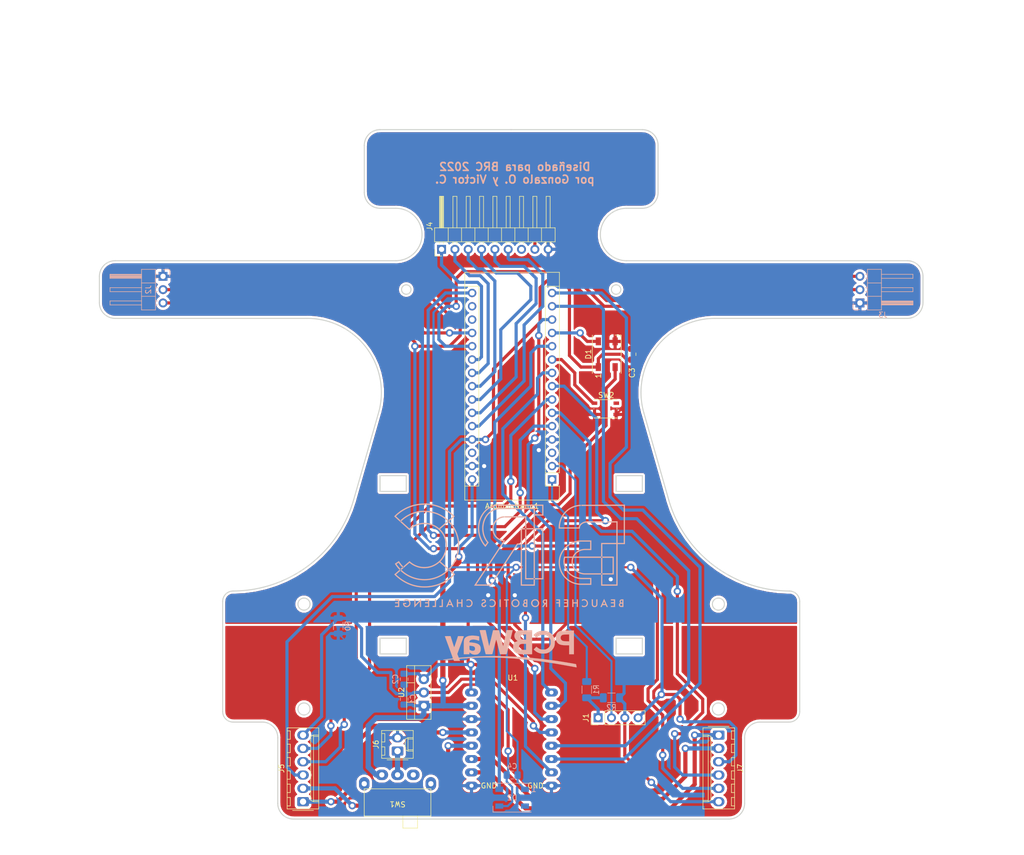
<source format=kicad_pcb>
(kicad_pcb (version 20211014) (generator pcbnew)
  (title_block (title "UsainBotv2") (rev "v01") (comment 2 "creativecommons.org/licenses/by/4.0/") (comment 3 "License: CC BY 4.0"))
  (layers (0 "F.Cu" signal) (31 "B.Cu" signal) (34 "B.Paste" user) (35 "F.Paste" user) (36 "B.SilkS" user "B.Silkscreen") (37 "F.SilkS" user "F.Silkscreen") (38 "B.Mask" user) (39 "F.Mask" user) (44 "Edge.Cuts" user))
  (net 0 "")
  (net 1 "Net-(ArduinoNano1-Pad1)")
  (net 2 "Net-(ArduinoNano1-Pad2)")
  (net 3 "GND")
  (net 4 "/D2")
  (net 5 "+5V")
  (net 6 "Net-(ArduinoNano1-Pad14)")
  (net 7 "VCC")
  (net 8 "Net-(ArduinoNano1-Pad16)")
  (net 9 "GNDPWR")
  (net 10 "/D3")
  (net 11 "/D4")
  (net 12 "/D8")
  (net 13 "/QTR-L")
  (net 15 "/QTR-R")
  (net 16 "Net-(ArduinoNano1-Pad25)")
  (net 17 "Net-(ArduinoNano1-Pad26)")
  (net 18 "/ML-1")
  (net 19 "Net-(ArduinoNano1-Pad21)")
  (net 20 "Net-(ArduinoNano1-Pad22)")
  (net 21 "Net-(ArduinoNano1-Pad23)")
  (net 22 "Net-(ArduinoNano1-Pad24)")
  (net 24 "Net-(ArduinoNano1-Pad12)")
  (net 26 "/ML-2")
  (net 29 "/MR-1")
  (net 30 "/MR-2")
  (net 32 "/D7")
  (net 33 "Net-(ArduinoNano1-Pad15)")
  (net 34 "Net-(ArduinoNano1-Pad13)")
  (net 35 "Net-(ArduinoNano1-Pad9)")
  (net 36 "Net-(ArduinoNano1-Pad8)")
  (net 38 "Net-(D1-Pad2)")
  (net 39 "Net-(J6-Pad1)")
  (net 40 "+5VD")
  (net 41 "Net-(J1-Pad1)")
  (footprint "Connector_PinHeader_2.54mm:PinHeader_1x09_P2.54mm_Horizontal" (layer "F.Cu") (at 85.1 61.525 90)
    (fp_text reference "J4")
    (fp_text value "QTR-6A")
  )
  (footprint "usainbot:TB6612FNG Breakout" (layer "F.Cu") (at 98.425 154.94)
    (fp_text reference "U1")
    (fp_text value "TB6612FNG_breakout")
  )
  (footprint "Connector_PinHeader_2.54mm:PinHeader_1x04_P2.54mm_Vertical" (layer "F.Cu") (at 114.945 150.876 90)
    (fp_text reference "J1")
    (fp_text value "BT_MOD")
  )
  (footprint "Module:Arduino_Nano" (layer "F.Cu") (at 106.162 105.41 180)
    (fp_text reference "ArduinoNano1")
    (fp_text value "Arduino_Nano_v3.x")
  )
  (footprint "Capacitor_SMD:C_0805_2012Metric_Pad1.18x1.45mm_HandSolder" (layer "F.Cu") (at 121.412 81.534 90)
    (fp_text reference "C3")
    (fp_text value "0.1u")
  )
  (footprint "Connector_Molex:Molex_KK-254_AE-6410-06A_1x06_P2.54mm_Vertical" (layer "F.Cu") (at 58.694 166.878 90)
    (fp_text reference "J5")
    (fp_text value "M1")
  )
  (footprint "LED_SMD:LED_WS2812B_PLCC4_5.0x5.0mm_P3.2mm" (layer "F.Cu") (at 116.586 81.534 90)
    (fp_text reference "D1")
    (fp_text value "WS2812B")
  )
  (footprint "usainbot:SPST slide switch" (layer "F.Cu") (at 76.708 161.76 180)
    (fp_text reference "SW1")
    (fp_text value "SW_SPDT")
  )
  (footprint "Button_Switch_SMD:SW_Push_1P1T_NO_Vertical_Wuerth_434133025816" (layer "F.Cu") (at 116.332 91.948)
    (fp_text reference "SW2")
    (fp_text value "SW_Push")
  )
  (footprint "Package_TO_SOT_THT:TO-220-3_Vertical" (layer "F.Cu") (at 81.717 148.59 90)
    (fp_text reference "U2")
    (fp_text value "LM7805_TO220")
  )
  (footprint "Connector_Molex:Molex_KK-254_AE-6410-06A_1x06_P2.54mm_Vertical" (layer "F.Cu") (at 137.922 154.178 -90)
    (fp_text reference "J7")
    (fp_text value "M2")
  )
  (footprint "Connector_Molex:Molex_KK-254_AE-6410-02A_1x02_P2.54mm_Vertical" (layer "F.Cu") (at 76.708 157.226 90)
    (fp_text reference "J6")
    (fp_text value "BATT")
  )
  (footprint "Connector_PinHeader_2.54mm:PinHeader_1x03_P2.54mm_Horizontal" (layer "B.Cu") (at 164.846 71.755)
    (fp_text reference "J3")
    (fp_text value "QTR1-R")
  )
  (footprint "Resistor_SMD:R_1206_3216Metric" (layer "B.Cu") (at 65.405 133.35 90)
    (fp_text reference "R0")
    (fp_text value "RESISTOR1206")
  )
  (footprint "Connector_PinHeader_2.54mm:PinHeader_1x03_P2.54mm_Horizontal" (layer "B.Cu") (at 32.004 66.675 180)
    (fp_text reference "J2")
    (fp_text value "QTR1-L")
  )
  (footprint "Resistor_SMD:R_1206_3216Metric_Pad1.30x1.75mm_HandSolder" (layer "B.Cu") (at 112.776 145.516 90)
    (fp_text reference "R1")
    (fp_text value "1K")
  )
  (footprint "LED_SMD:LED_WS2812B_PLCC4_5.0x5.0mm_P3.2mm" (layer "B.Cu") (at 98.552 166.116 180)
    (fp_text reference "D2")
    (fp_text value "WS2812B")
  )
  (footprint "Resistor_SMD:R_1206_3216Metric_Pad1.30x1.75mm_HandSolder" (layer "B.Cu") (at 117.475 147.066)
    (fp_text reference "R2")
    (fp_text value "2K")
  )
  (footprint "Capacitor_SMD:C_0805_2012Metric_Pad1.18x1.45mm_HandSolder" (layer "B.Cu") (at 77.978 147.32 90)
    (fp_text reference "C1")
    (fp_text value "0.22u")
  )
  (footprint "Capacitor_SMD:C_0805_2012Metric_Pad1.18x1.45mm_HandSolder" (layer "B.Cu") (at 77.978 143.51 -90)
    (fp_text reference "C2")
    (fp_text value "0.1u")
  )
  (footprint "Capacitor_SMD:C_0805_2012Metric_Pad1.18x1.45mm_HandSolder" (layer "B.Cu") (at 98.552 161.798 180)
    (fp_text reference "C4")
    (fp_text value "0.1u")
  )
  (gr_poly (pts (xy 78.387632 128.258712) (xy 78.366498 128.259532) (xy 78.345541 128.260899) (xy 78.324762 128.262813) (xy 78.30416 128.265273) (xy 78.283736 128.268279) (xy 78.26349 128.271831) (xy 78.243421 128.275929) (xy 78.223529 128.280573) (xy 78.203815 128.285763) (xy 78.184279 128.291498) (xy 78.164919 128.297779) (xy 78.145737 128.304605) (xy 78.126732 128.311976) (xy 78.107904 128.319892) (xy 78.089253 128.328353) (xy 78.071533 128.337444) (xy 78.053852 128.347215) (xy 78.03621 128.357666) (xy 78.018606 128.368798) (xy 78.001039 128.380609) (xy 77.98351 128.3931) (xy 77.966019 128.406272) (xy 77.948564 128.420123) (xy 77.931145 128.434653) (xy 77.913763 128.449864) (xy 77.896416 128.465754) (xy 77.879104 128.482323) (xy 77.861827 128.499573) (xy 77.844585 128.517502) (xy 77.827378 128.53611) (xy 77.810204 128.555397) (xy 77.967206 128.705734) (xy 77.98998 128.676771) (xy 78.013367 128.649675) (xy 78.037365 128.624446) (xy 78.061977 128.601086) (xy 78.087201 128.579592) (xy 78.113038 128.559967) (xy 78.139488 128.542211) (xy 78.166551 128.526322) (xy 78.194227 128.512302) (xy 78.222516 128.500151) (xy 78.251419 128.489869) (xy 78.280935 128.481456) (xy 78.311064 128.474912) (xy 78.341808 128.470237) (xy 78.373164 128.467432) (xy 78.405135 128.466497) (xy 78.433806 128.467121) (xy 78.461893 128.468994) (xy 78.489396 128.472114) (xy 78.516316 128.476483) (xy 78.542653 128.4821) (xy 78.568406 128.488967) (xy 78.593576 128.497082) (xy 78.618162 128.506447) (xy 78.642165 128.517061) (xy 78.665585 128.528925) (xy 78.688421 128.542038) (xy 78.710673 128.556401) (xy 78.732343 128.572015) (xy 78.753429 128.588879) (xy 78.773931 128.606993) (xy 78.793851 128.626358) (xy 78.812865 128.646295) (xy 78.830653 128.666853) (xy 78.847215 128.68803) (xy 78.86255 128.709827) (xy 78.876658 128.732244) (xy 78.88954 128.755282) (xy 78.901195 128.778939) (xy 78.911624 128.803217) (xy 78.920826 128.828115) (xy 78.928801 128.853633) (xy 78.935549 128.879772) (xy 78.94107 128.906531) (xy 78.945365 128.933911) (xy 78.948432 128.961911) (xy 78.950273 128.990532) (xy 78.950887 129.019773) (xy 78.950203 129.049941) (xy 78.948153 129.079436) (xy 78.944735 129.10826) (xy 78.93995 129.136411) (xy 78.933798 129.16389) (xy 78.926279 129.190697) (xy 78.917393 129.216831) (xy 78.907139 129.242292) (xy 78.895518 129.267081) (xy 78.88253 129.291197) (xy 78.868174 129.31464) (xy 78.85245 129.33741) (xy 78.835359 129.359507) (xy 78.8169 129.380931) (xy 78.797074 129.401681) (xy 78.77588 129.421759) (xy 78.755323 129.439509) (xy 78.734552 129.456114) (xy 78.713565 129.471573) (xy 78.692364 129.485886) (xy 78.670948 129.499054) (xy 78.649318 129.511076) (xy 78.627473 129.521953) (xy 78.605414 129.531685) (xy 78.58314 129.540271) (xy 78.560653 129.547712) (xy 78.537951 129.554008) (xy 78.515035 129.559159) (xy 78.491905 129.563166) (xy 78.468561 129.566027) (xy 78.445004 129.567744) (xy 78.421233 129.568316) (xy 78.401027 129.567888) (xy 78.381082 129.566604) (xy 78.361396 129.564465) (xy 78.34197 129.561468) (xy 78.322804 129.557616) (xy 78.303896 129.552906) (xy 78.285247 129.54734) (xy 78.266856 129.540916) (xy 78.248724 129.533636) (xy 78.23085 129.525498) (xy 78.213233 129.516502) (xy 78.195874 129.506649) (xy 78.178772 129.495937) (xy 78.161926 129.484368) (xy 78.145337 129.47194) (xy 78.129005 129.458653) (xy 78.113248 129.444648) (xy 78.098387 129.430303) (xy 78.084421 129.415617) (xy 78.071349 129.400592) (xy 78.059173 129.385226) (xy 78.047892 129.369521) (xy 78.037505 129.353475) (xy 78.028013 129.337089) (xy 78.019416 129.320364) (xy 78.011714 129.303298) (xy 78.004907 129.285892) (xy 77.998994 129.268146) (xy 77.993976 129.25006) (xy 77.989853 129.231634) (xy 77.986624 129.212868) (xy 77.98429 129.193762) (xy 78.348399 129.193762) (xy 78.348399 128.986657) (xy 77.744958 128.986657) (xy 77.744958 129.034918) (xy 77.745563 129.075472) (xy 77.747377 129.114841) (xy 77.750403 129.153026) (xy 77.754642 129.190028) (xy 77.760095 129.225851) (xy 77.766764 129.260495) (xy 77.774651 129.293963) (xy 77.783757 129.326256) (xy 77.788697 129.340848) (xy 77.794041 129.355322) (xy 77.79979 129.369679) (xy 77.805942 129.383918) (xy 77.812499 129.39804) (xy 77.819462 129.412045) (xy 77.82683 129.425932) (xy 77.834604 129.439702) (xy 77.842784 129.453355) (xy 77.851371 129.466891) (xy 77.860365 129.48031) (xy 77.869766 129.493611) (xy 77.879575 129.506796) (xy 77.889793 129.519863) (xy 77.900419 129.532814) (xy 77.911454 129.545647) (xy 77.9373 129.573369) (xy 77.964011 129.599302) (xy 77.991587 129.623445) (xy 78.020027 129.645798) (xy 78.049332 129.666363) (xy 78.079502 129.685139) (xy 78.110536 129.702126) (xy 78.142436 129.717324) (xy 78.175199 129.730734) (xy 78.208828 129.742355) (xy 78.243321 129.752188) (xy 78.278679 129.760233) (xy 78.314901 129.76649) (xy 78.351988 129.770959) (xy 78.38994 129.77364) (xy 78.428756 129.774534) (xy 78.466732 129.773669) (xy 78.504019 129.771075) (xy 78.540616 129.766752) (xy 78.576525 129.760699) (xy 78.611744 129.752917) (xy 78.646275 129.743406) (xy 78.680116 129.732166) (xy 78.713269 129.719197) (xy 78.745732 129.704499) (xy 78.777506 129.688072) (xy 78.808592 129.669916) (xy 78.838988 129.650031) (xy 78.868695 129.628417) (xy 78.897713 129.605075) (xy 78.926042 129.580004) (xy 78.953683 129.553205) (xy 78.980147 129.52508) (xy 79.004904 129.49626) (xy 79.027953 129.466745) (xy 79.049294 129.436535) (xy 79.068928 129.40563) (xy 79.086855 129.374029) (xy 79.103074 129.341733) (xy 79.117585 129.308742) (xy 79.130389 129.275055) (xy 79.141486 129.240673) (xy 79.150875 129.205595) (xy 79.158557 129.169822) (xy 79.164532 129.133353) (xy 79.1688 129.096189) (xy 79.171361 129.058329) (xy 79.172214 129.019773) (xy 79.171346 128.980425) (xy 79.168741 128.94183) (xy 79.164399 128.90399) (xy 79.158321 128.866903) (xy 79.150506 128.83057) (xy 79.140955 128.794991) (xy 79.129668 128.760165) (xy 79.116645 128.726093) (xy 79.101885 128.692775) (xy 79.08539 128.660211) (xy 79.067159 128.628401) (xy 79.047191 128.597345) (xy 79.025488 128.567042) (xy 79.00205 128.537493) (xy 78.976876 128.508699) (xy 78.949966 128.480657) (xy 78.921801 128.453743) (xy 78.892882 128.428566) (xy 78.86321 128.405126) (xy 78.832785 128.383424) (xy 78.801607 128.363458) (xy 78.769676 128.345229) (xy 78.736992 128.328737) (xy 78.703555 128.313982) (xy 78.669364 128.300963) (xy 78.634421 128.28968) (xy 78.598724 128.280133) (xy 78.562274 128.272323) (xy 78.525072 128.266248) (xy 78.487116 128.261909) (xy 78.448407 128.259306) (xy 78.408945 128.258438)) (layer "B.SilkS") (width 0.009) (fill solid))
  (gr_poly (pts (xy 119.512217 128.287124) (xy 119.478352 128.28819) (xy 119.44635 128.289968) (xy 119.41621 128.292455) (xy 119.387931 128.295653) (xy 119.361515 128.29956) (xy 119.336959 128.304176) (xy 119.314264 128.309501) (xy 119.303387 128.312463) (xy 119.292723 128.315666) (xy 119.282272 128.319113) (xy 119.272033 128.322802) (xy 119.262007 128.326734) (xy 119.252194 128.33091) (xy 119.242594 128.335328) (xy 119.233207 128.33999) (xy 119.224032 128.344895) (xy 119.21507 128.350043) (xy 119.206322 128.355435) (xy 119.197786 128.36107) (xy 119.189462 128.366949) (xy 119.181352 128.373072) (xy 119.173454 128.379439) (xy 119.16577 128.38605) (xy 119.158195 128.393135) (xy 119.150817 128.400434) (xy 119.143637 128.407949) (xy 119.136655 128.415678) (xy 119.129872 128.423621) (xy 119.123286 128.431779) (xy 119.116899 128.440151) (xy 119.110711 128.448737) (xy 119.104722 128.457537) (xy 119.098932 128.466551) (xy 119.093342 128.475778) (xy 119.087952 128.485219) (xy 119.082761 128.494874) (xy 119.077771 128.504742) (xy 119.072981 128.514822) (xy 119.068392 128.525116) (xy 119.063923 128.535648) (xy 119.059742 128.546195) (xy 119.05585 128.556755) (xy 119.052247 128.567331) (xy 119.048932 128.57792) (xy 119.045906 128.588524) (xy 119.043168 128.599143) (xy 119.040718 128.609777) (xy 119.038557 128.620426) (xy 119.036684 128.631089) (xy 119.0351 128.641768) (xy 119.033803 128.652462) (xy 119.032795 128.663171) (xy 119.032075 128.673895) (xy 119.031643 128.684635) (xy 119.031499 128.695391) (xy 119.031968 128.714829) (xy 119.033376 128.73389) (xy 119.035721 128.752573) (xy 119.039006 128.770879) (xy 119.043228 128.788807) (xy 119.048389 128.806358) (xy 119.054489 128.823532) (xy 119.061526 128.84033) (xy 119.069502 128.856751) (xy 119.078417 128.872795) (xy 119.08827 128.888464) (xy 119.099061 128.903756) (xy 119.11079 128.918673) (xy 119.123458 128.933214) (xy 119.137064 128.94738) (xy 119.151609 128.961171) (xy 119.137264 128.966368) (xy 119.123302 128.972029) (xy 119.109724 128.978156) (xy 119.09653 128.984747) (xy 119.08372 128.991802) (xy 119.071294 128.999323) (xy 119.059251 129.007309) (xy 119.047592 129.015761) (xy 119.036317 129.024678) (xy 119.025425 129.03406) (xy 119.014917 129.043908) (xy 119.004792 129.054222) (xy 118.99505 129.065003) (xy 118.985692 129.076249) (xy 118.976717 129.087962) (xy 118.968126 129.100141) (xy 118.959879 129.112565) (xy 118.952165 129.125239) (xy 118.944984 129.138164) (xy 118.938335 129.151339) (xy 118.932219 129.164766) (xy 118.926635 129.178444) (xy 118.921583 129.192373) (xy 118.917064 129.206554) (xy 118.913076 129.220987) (xy 118.909621 129.235672) (xy 118.906697 129.250609) (xy 118.904305 129.265799) (xy 118.902445 129.281242) (xy 118.901117 129.296937) (xy 118.90032 129.312886) (xy 118.900054 129.329089) (xy 118.900527 129.350273) (xy 118.901945 129.371045) (xy 118.90431 129.391405) (xy 118.90762 129.411353) (xy 118.911875 129.430888) (xy 118.917077 129.450011) (xy 118.923223 129.468721) (xy 118.930316 129.487018) (xy 118.938353 129.504901) (xy 118.947336 129.522371) (xy 118.957265 129.539427) (xy 118.968138 129.556069) (xy 118.979957 129.572296) (xy 118.992721 129.588109) (xy 119.006431 129.603508) (xy 119.021085 129.618491) (xy 119.030263 129.627419) (xy 119.03958 129.635999) (xy 119.049036 129.644231) (xy 119.058632 129.652116) (xy 119.068368 129.659653) (xy 119.078243 129.666842) (xy 119.088257 129.673685) (xy 119.098412 129.680181) (xy 119.108706 129.68633) (xy 119.119141 129.692132) (xy 119.129715 129.697588) (xy 119.14043 129.702697) (xy 119.151285 129.707461) (xy 119.16228 129.711879) (xy 119.173416 129.715951) (xy 119.184693 129.719678) (xy 119.197306 129.722994) (xy 119.210311 129.726098) (xy 119.237492 129.731666) (xy 119.266239 129.73638) (xy 119.296552 129.74024) (xy 119.328432 129.743243) (xy 119.36188 129.74539) (xy 119.396898 129.746679) (xy 119.433486 129.747109) (xy 119.767337 129.747109) (xy 119.767337 129.540005) (xy 119.54696 129.540005) (xy 119.410753 129.540005) (xy 119.392388 129.539776) (xy 119.374644 129.539089) (xy 119.35752 129.537944) (xy 119.341017 129.536342) (xy 119.325134 129.534281) (xy 119.309871 129.531762) (xy 119.295228 129.528784) (xy 119.281205 129.525348) (xy 119.267802 129.521453) (xy 119.255018 129.517099) (xy 119.242855 129.512286) (xy 119.231311 129.507014) (xy 119.220386 129.501282) (xy 119.210081 129.495091) (xy 119.200395 129.488441) (xy 119.191328 129.481331) (xy 119.182395 129.473285) (xy 119.174038 129.464971) (xy 119.166256 129.45639) (xy 119.159051 129.447541) (xy 119.152422 129.438425) (xy 119.146369 129.429041) (xy 119.140892 129.41939) (xy 119.135992 129.409472) (xy 119.131668 129.399287) (xy 119.12792 129.388834) (xy 119.124749 129.378115) (xy 119.122155 129.367129) (xy 119.120136 129.355876) (xy 119.118695 129.344356) (xy 119.11783 129.33257) (xy 119.117541 129.320517) (xy 119.117819 129.308823) (xy 119.118653 129.297362) (xy 119.120042 129.286136) (xy 119.121985 129.275145) (xy 119.124484 129.264388) (xy 119.127537 129.253866) (xy 119.131144 129.24358) (xy 119.135305 129.233529) (xy 119.14002 129.223714) (xy 119.145289 129.214136) (xy 119.15111 129.204793) (xy 119.157484 129.195688) (xy 119.16441 129.18682) (xy 119.171889 129.178189) (xy 119.17992 129.169795) (xy 119.188503 129.161639) (xy 119.197554 129.153974) (xy 119.207456 129.146802) (xy 119.218208 129.140122) (xy 119.229811 129.133936) (xy 119.242264 129.128243) (xy 119.255567 129.123045) (xy 119.269721 129.11834) (xy 119.284725 129.114129) (xy 119.300579 129.110413) (xy 119.317283 129.107192) (xy 119.334838 129.104466) (xy 119.353242 129.102234) (xy 119.372496 129.100499) (xy 119.392601 129.099259) (xy 119.413555 129.098514) (xy 119.435359 129.098266) (xy 119.54696 129.098266) (xy 119.54696 129.540005) (xy 119.767337 129.540005) (xy 119.767337 128.91383) (xy 119.54696 128.91383) (xy 119.477936 128.91383) (xy 119.462827 128.913618) (xy 119.448231 128.912982) (xy 119.434148 128.911921) (xy 119.420577 128.910436) (xy 119.407519 128.908527) (xy 119.394974 128.906193) (xy 119.382942 128.903434) (xy 119.371422 128.90025) (xy 119.360415 128.896641) (xy 119.349921 128.892608) (xy 119.33994 128.888149) (xy 119.330471 128.883265) (xy 119.321515 128.877955) (xy 119.313071 128.872221) (xy 119.305141 128.86606) (xy 119.297723 128.859474) (xy 119.290802 128.85248) (xy 119.284327 128.845081) (xy 119.278298 128.837279) (xy 119.272715 128.829072) (xy 119.267578 128.820462) (xy 119.262887 128.811448) (xy 119.258642 128.80203) (xy 119.254844 128.792208) (xy 119.251493 128.781983) (xy 119.248588 128.771354) (xy 119.246129 128.760321) (xy 119.244118 128.748885) (xy 119.242553 128.737045) (xy 119.241435 128.724802) (xy 119.240764 128.712155) (xy 119.240541 128.699105) (xy 119.24077 128.686428) (xy 119.241456 128.674136) (xy 119.2426 128.662229) (xy 119.244203 128.650708) (xy 119.246262 128.639574) (xy 119.24878 128.628825) (xy 119.251756 128.618463) (xy 119.255189 128.608488) (xy 119.259081 128.598898) (xy 119.263431 128.589696) (xy 119.268239 128.580881) (xy 119.273505 128.572452) (xy 119.279229 128.564411) (xy 119.285411 128.556756) (xy 119.292052 128.54949) (xy 119.299151 128.542611) (xy 119.306697 128.53614) (xy 119.314655 128.530086) (xy 119.323025 128.524451) (xy 119.331807 128.519232) (xy 119.341001 128.514431) (xy 119.350608 128.510048) (xy 119.360628 128.506082) (xy 119.371061 128.502533) (xy 119.381908 128.499402) (xy 119.393168 128.496689) (xy 119.404841 128.494393) (xy 119.416929 128.492514) (xy 119.429432 128.491053) (xy 119.442348 128.490009) (xy 119.45568 128.489383) (xy 119.469427 128.489175) (xy 119.54696 128.489175) (xy 119.54696 128.91383) (xy 119.767337 128.91383) (xy 119.767337 128.286768) (xy 119.547944 128.286768)) (layer "B.SilkS") (width 0.009) (fill solid))
  (gr_poly (pts (xy 95.707762 110.227787) (xy 95.641767 110.22985) (xy 95.451984 110.247641) (xy 95.264591 110.276916) (xy 95.079849 110.317367) (xy 94.898017 110.368683) (xy 94.719355 110.430557) (xy 94.544124 110.50268) (xy 94.372582 110.584743) (xy 94.204989 110.676438) (xy 94.041606 110.777456) (xy 93.882692 110.887488) (xy 93.728507 111.006225) (xy 93.579311 111.13336) (xy 93.435363 111.268582) (xy 93.296923 111.411584) (xy 93.164252 111.562057) (xy 93.037608 111.719693) (xy 92.917253 111.884181) (xy 92.803444 112.055215) (xy 92.696443 112.232484) (xy 92.596509 112.415681) (xy 92.503902 112.604497) (xy 92.418882 112.798623) (xy 92.341708 112.997751) (xy 92.272641 113.201571) (xy 92.21194 113.409775) (xy 92.159864 113.622054) (xy 92.116674 113.838101) (xy 92.08263 114.057605) (xy 92.057991 114.280258) (xy 92.043017 114.505753) (xy 92.037968 114.733779) (xy 92.043725 114.971491) (xy 92.060837 115.209089) (xy 92.089071 115.445958) (xy 92.12819 115.681486) (xy 92.17796 115.915059) (xy 92.238144 116.146063) (xy 92.308508 116.373885) (xy 92.388817 116.597912) (xy 92.478835 116.817531) (xy 92.578327 117.032127) (xy 92.687058 117.241088) (xy 92.804791 117.4438) (xy 92.931293 117.63965) (xy 93.066328 117.828024) (xy 93.20966 118.008309) (xy 93.361054 118.179892) (xy 93.45513 118.281079) (xy 94.077143 117.436783) (xy 94.015263 117.367441) (xy 93.904969 117.237415) (xy 93.80114 117.101725) (xy 93.703866 116.960622) (xy 93.613236 116.814357) (xy 93.52934 116.663181) (xy 93.452269 116.507346) (xy 93.382111 116.347101) (xy 93.318957 116.182698) (xy 93.262897 116.014387) (xy 93.21402 115.84242) (xy 93.172416 115.667047) (xy 93.138176 115.488519) (xy 93.111387 115.307087) (xy 93.092142 115.123002) (xy 93.080529 114.936514) (xy 93.076638 114.747876) (xy 93.080684 114.556469) (xy 93.0927 114.367886) (xy 93.112501 114.18234) (xy 93.139903 114.000044) (xy 93.174721 113.821212) (xy 93.216772 113.646056) (xy 93.265871 113.474791) (xy 93.321833 113.307629) (xy 93.384475 113.144784) (xy 93.453612 112.986469) (xy 93.529059 112.832898) (xy 93.610632 112.684283) (xy 93.698148 112.540838) (xy 93.791421 112.402777) (xy 93.890267 112.270313) (xy 93.994502 112.143658) (xy 94.103942 112.023027) (xy 94.218402 111.908632) (xy 94.337698 111.800688) (xy 94.461646 111.699407) (xy 94.59006 111.605002) (xy 94.722758 111.517688) (xy 94.859555 111.437676) (xy 95.000266 111.365181) (xy 95.144706 111.300417) (xy 95.292692 111.243595) (xy 95.44404 111.19493) (xy 95.598565 111.154635) (xy 95.756082 111.122922) (xy 95.916407 111.100007) (xy 96.079357 111.086101) (xy 96.244746 111.081418) (xy 96.244746 110.852406) (xy 96.067397 110.857381) (xy 95.892665 110.872155) (xy 95.720747 110.896501) (xy 95.551841 110.930193) (xy 95.386143 110.973005) (xy 95.223853 111.024708) (xy 95.065167 111.085078) (xy 94.910283 111.153887) (xy 94.759399 111.230909) (xy 94.612713 111.315917) (xy 94.470421 111.408684) (xy 94.332723 111.508984) (xy 94.199814 111.61659) (xy 94.071894 111.731276) (xy 93.949159 111.852814) (xy 93.831808 111.980979) (xy 93.720037 112.115544) (xy 93.614046 112.256282) (xy 93.51403 112.402966) (xy 93.420188 112.55537) (xy 93.332718 112.713267) (xy 93.251817 112.876431) (xy 93.177683 113.044635) (xy 93.110514 113.217652) (xy 93.050506 113.395256) (xy 92.997858 113.57722) (xy 92.952768 113.763318) (xy 92.915433 113.953322) (xy 92.88605 114.147007) (xy 92.864818 114.344145) (xy 92.851933 114.544511) (xy 92.847595 114.747876) (xy 92.851466 114.940678) (xy 92.863021 115.13141) (xy 92.882175 115.319832) (xy 92.90884 115.505703) (xy 92.94293 115.688782) (xy 92.984359 115.868829) (xy 93.03304 116.045604) (xy 93.088886 116.218866) (xy 93.151812 116.388373) (xy 93.221729 116.553887) (xy 93.298553 116.715165) (xy 93.382196 116.871968) (xy 93.472573 117.024054) (xy 93.569595 117.171184) (xy 93.673178 117.313116) (xy 93.783234 117.449611) (xy 93.43611 117.920748) (xy 93.303701 117.759897) (xy 93.178063 117.590963) (xy 93.059441 117.414581) (xy 92.948079 117.23139) (xy 92.844221 117.042026) (xy 92.748112 116.847126) (xy 92.659997 116.647327) (xy 92.580119 116.443266) (xy 92.508723 116.23558) (xy 92.446054 116.024906) (xy 92.392356 115.811881) (xy 92.347872 115.597141) (xy 92.312849 115.381324) (xy 92.28753 115.165067) (xy 92.272159 114.949006) (xy 92.266981 114.733779) (xy 92.271725 114.517337) (xy 92.285796 114.303299) (xy 92.308948 114.091956) (xy 92.340939 113.883602) (xy 92.381523 113.678529) (xy 92.430456 113.477032) (xy 92.487495 113.279402) (xy 92.552396 113.085933) (xy 92.624913 112.896918) (xy 92.704804 112.712651) (xy 92.885728 112.359528) (xy 92.986273 112.191259) (xy 93.093215 112.02891) (xy 93.206309 111.872773) (xy 93.325312 111.723141) (xy 93.449978 111.580307) (xy 93.580065 111.444565) (xy 93.715328 111.316207) (xy 93.855523 111.195526) (xy 94.000405 111.082816) (xy 94.149731 110.978369) (xy 94.303257 110.882479) (xy 94.460738 110.795439) (xy 94.62193 110.717541) (xy 94.786589 110.649078) (xy 94.954471 110.590345) (xy 95.125332 110.541633) (xy 95.298927 110.503236) (xy 95.475014 110.475446) (xy 95.653346 110.458558) (xy 95.832834 110.45289) (xy 104.281565 110.45289) (xy 104.281565 112.090808) (xy 102.883907 112.048512) (xy 102.883907 110.852399) (xy 96.24476 110.852399) (xy 96.24476 111.081413) (xy 102.654895 111.081413) (xy 102.654895 114.711035) (xy 102.883907 114.711035) (xy 102.883907 112.277607) (xy 102.765977 112.274038) (xy 102.772867 112.045152) (xy 102.883907 112.048512) (xy 102.883907 112.277607) (xy 104.510608 112.326838) (xy 104.510608 110.223851) (xy 95.833681 110.223851) (xy 95.833681 110.452863) (xy 95.832834 110.45289) (xy 95.707762 110.45289) (xy 95.707762 110.227787) (xy 95.833681 110.223851) (xy 104.510608 110.223851) (xy 104.510608 110.223845) (xy 95.707762 110.223845)) (layer "B.SilkS") (width 0.009) (fill solid))
  (gr_poly (pts (xy 85.124294 129.54) (xy 84.694874 129.54) (xy 84.694874 129.747105) (xy 85.344669 129.747105) (xy 85.344669 128.286764) (xy 85.124294 128.286764)) (layer "B.SilkS") (width 0.009) (fill solid))
  (gr_poly (pts (xy 114.590831 129.16643) (xy 114.59059 129.189555) (xy 114.589869 129.211889) (xy 114.588668 129.233433) (xy 114.586985 129.254186) (xy 114.584823 129.274149) (xy 114.582179 129.293321) (xy 114.579056 129.311703) (xy 114.575452 129.329295) (xy 114.571367 129.346097) (xy 114.566802 129.36211) (xy 114.561758 129.377332) (xy 114.556232 129.391766) (xy 114.550227 129.40541) (xy 114.543742 129.418264) (xy 114.536776 129.43033) (xy 114.52933 129.441607) (xy 114.517573 129.456838) (xy 114.505233 129.471088) (xy 114.49231 129.484356) (xy 114.478804 129.496642) (xy 114.464714 129.507946) (xy 114.45004 129.518268) (xy 114.434782 129.527607) (xy 114.41894 129.535964) (xy 114.402513 129.543338) (xy 114.385502 129.549729) (xy 114.367905 129.555138) (xy 114.349724 129.559563) (xy 114.330956 129.563006) (xy 114.311603 129.565465) (xy 114.291665 129.56694) (xy 114.27114 129.567432) (xy 114.25051 129.56694) (xy 114.230471 129.565465) (xy 114.211023 129.563006) (xy 114.192166 129.559563) (xy 114.1739 129.555138) (xy 114.156225 129.549729) (xy 114.139142 129.543338) (xy 114.122649 129.535964) (xy 114.106748 129.527607) (xy 114.091438 129.518268) (xy 114.076719 129.507946) (xy 114.062591 129.496642) (xy 114.049055 129.484356) (xy 114.036111 129.471088) (xy 114.023758 129.456838) (xy 114.011996 129.441607) (xy 114.004551 129.43067) (xy 113.997585 129.418897) (xy 113.9911 129.40629) (xy 113.985095 129.392847) (xy 113.97957 129.378568) (xy 113.974525 129.363455) (xy 113.96996 129.347507) (xy 113.965876 129.330724) (xy 113.962272 129.313107) (xy 113.959148 129.294655) (xy 113.956505 129.275369) (xy 113.954342 129.255249) (xy 113.95266 129.234295) (xy 113.951458 129.212507) (xy 113.950737 129.189885) (xy 113.950497 129.16643) (xy 113.950497 128.286764) (xy 113.73012 128.286764) (xy 113.73012 129.226882) (xy 113.730682 129.255418) (xy 113.732367 129.283318) (xy 113.735176 129.31058) (xy 113.739109 129.337206) (xy 113.744165 129.363195) (xy 113.750344 129.388548) (xy 113.757647 129.413264) (xy 113.766073 129.437344) (xy 113.775622 129.460788) (xy 113.786295 129.483596) (xy 113.798091 129.505767) (xy 113.81101 129.527303) (xy 113.825052 129.548202) (xy 113.840217 129.568466) (xy 113.856505 129.588094) (xy 113.873916 129.607087) (xy 113.894421 129.627254) (xy 113.915501 129.646119) (xy 113.937158 129.663682) (xy 113.959391 129.679943) (xy 113.9822 129.694903) (xy 114.005586 129.708561) (xy 114.029547 129.720917) (xy 114.054085 129.731972) (xy 114.079199 129.741726) (xy 114.10489 129.75018) (xy 114.131157 129.757332) (xy 114.158 129.763183) (xy 114.18542 129.767734) (xy 114.213417 129.770985) (xy 114.24199 129.772935) (xy 114.27114 129.773585) (xy 114.300286 129.772935) (xy 114.328849 129.770985) (xy 114.356829 129.767734) (xy 114.384225 129.763183) (xy 114.411038 129.757332) (xy 114.437268 129.75018) (xy 114.462914 129.741726) (xy 114.487976 129.731972) (xy 114.512456 129.720917) (xy 114.536351 129.708561) (xy 114.559664 129.694903) (xy 114.582393 129.679943) (xy 114.604538 129.663682) (xy 114.626101 129.646119) (xy 114.647079 129.627254) (xy 114.667475 129.607087) (xy 114.684875 129.588094) (xy 114.701153 129.568466) (xy 114.716309 129.548202) (xy 114.730344 129.527303) (xy 114.743257 129.505767) (xy 114.755048 129.483596) (xy 114.765716 129.460788) (xy 114.775262 129.437344) (xy 114.783686 129.413264) (xy 114.790987 129.388548) (xy 114.797165 129.363195) (xy 114.80222 129.337206) (xy 114.806152 129.31058) (xy 114.80896 129.283318) (xy 114.810646 129.255418) (xy 114.811207 129.226882) (xy 114.811207 128.286764) (xy 114.590831 128.286764)) (layer "B.SilkS") (width 0.009) (fill solid))
  (gr_poly (pts (xy 83.82 129.54) (xy 83.390583 129.54) (xy 83.390583 129.747105) (xy 84.040344 129.747105) (xy 84.040344 128.286764) (xy 83.82 128.286764)) (layer "B.SilkS") (width 0.009) (fill solid))
  (gr_poly (pts (xy 97.097899 112.441264) (xy 97.09826 112.441264) (xy 97.09826 112.441255)) (layer "B.SilkS") (width 0.009) (fill solid))
  (gr_poly (pts (xy 76.216494 128.493866) (xy 76.801931 128.493866) (xy 76.801931 128.844798) (xy 76.233542 128.844798) (xy 76.233542 129.051905) (xy 76.801931 129.051905) (xy 76.801931 129.539998) (xy 76.216494 129.539998) (xy 76.216494 129.747102) (xy 77.022341 129.747102) (xy 77.022341 128.286761) (xy 76.216494 128.286761)) (layer "B.SilkS") (width 0.009) (fill solid))
  (gr_poly (pts (xy 97.014445 128.493866) (xy 97.349281 128.493866) (xy 97.349281 129.747102) (xy 97.569627 129.747102) (xy 97.569627 128.493866) (xy 97.905383 128.493866) (xy 97.905383 128.286761) (xy 97.014445 128.286761)) (layer "B.SilkS") (width 0.009) (fill solid))
  (gr_poly (pts (xy 97.362757 134.738644) (xy 97.049134 136.266536) (xy 96.97313 136.632496) (xy 96.938703 136.792563) (xy 96.907819 136.932199) (xy 96.88135 137.047539) (xy 96.860165 137.134716) (xy 96.845135 137.189863) (xy 96.8402 137.204218) (xy 96.838425 137.207879) (xy 96.83713 137.209115) (xy 96.82531 137.178148) (xy 96.799343 137.089364) (xy 96.71151 136.763245) (xy 96.586727 136.280569) (xy 96.438086 135.691145) (xy 96.059426 134.173099) (xy 94.915076 134.173099) (xy 94.556805 135.690913) (xy 94.416108 136.280256) (xy 94.297902 136.762892) (xy 94.214598 137.089012) (xy 94.189915 137.177812) (xy 94.182494 137.200924) (xy 94.178612 137.208805) (xy 94.169012 137.182698) (xy 94.149204 137.107849) (xy 94.083804 136.83292) (xy 93.992091 136.426011) (xy 93.883746 135.929114) (xy 93.553144 134.401301) (xy 93.497412 134.153255) (xy 92.9252 134.153255) (xy 92.810252 134.153688) (xy 92.703017 134.15493) (xy 92.605841 134.156894) (xy 92.521071 134.159493) (xy 92.451054 134.162639) (xy 92.398137 134.166246) (xy 92.378823 134.168195) (xy 92.364665 134.170227) (xy 92.355955 134.17233) (xy 92.353735 134.173405) (xy 92.352987 134.174494) (xy 92.928455 136.457842) (xy 93.33488 138.0609) (xy 93.503923 138.738478) (xy 93.507203 138.740365) (xy 93.516828 138.742198) (xy 93.553812 138.74567) (xy 93.68965 138.75156) (xy 93.890697 138.755542) (xy 94.136212 138.757004) (xy 94.236946 138.756909) (xy 94.326589 138.756578) (xy 94.405803 138.755941) (xy 94.475254 138.754925) (xy 94.506525 138.754254) (xy 94.535605 138.753462) (xy 94.562576 138.75254) (xy 94.587521 138.751479) (xy 94.610523 138.750271) (xy 94.631666 138.748906) (xy 94.651032 138.747377) (xy 94.668704 138.745674) (xy 94.684766 138.743787) (xy 94.6993 138.74171) (xy 94.71239 138.739431) (xy 94.724118 138.736944) (xy 94.734568 138.734238) (xy 94.743822 138.731306) (xy 94.751964 138.728137) (xy 94.759076 138.724724) (xy 94.762273 138.722923) (xy 94.765243 138.721057) (xy 94.767997 138.719126) (xy 94.770546 138.717129) (xy 94.772899 138.715063) (xy 94.775068 138.712929) (xy 94.777063 138.710724) (xy 94.778894 138.708449) (xy 94.782105 138.70368) (xy 94.784785 138.698613) (xy 94.787017 138.69324) (xy 94.788884 138.687552) (xy 95.155375 137.277327) (xy 95.22547 137.008629) (xy 95.291952 136.759184) (xy 95.353285 136.534363) (xy 95.407937 136.339539) (xy 95.454374 136.180083) (xy 95.491065 136.061367) (xy 95.505275 136.018965) (xy 95.516474 135.988762) (xy 95.52447 135.97143) (xy 95.527206 135.9678) (xy 95.52907 135.96764) (xy 95.540828 135.998996) (xy 95.563834 136.07679) (xy 95.638136 136.350998) (xy 95.741058 136.748876) (xy 95.861686 137.229036) (xy 96.08869 138.141662) (xy 96.206084 138.608176) (xy 96.245383 138.757004) (xy 96.878912 138.757004) (xy 97.006162 138.756537) (xy 97.124873 138.755199) (xy 97.232448 138.753084) (xy 97.32629 138.750285) (xy 97.403799 138.746897) (xy 97.462379 138.743014) (xy 97.483759 138.740916) (xy 97.499432 138.73873) (xy 97.509075 138.736467) (xy 97.511532 138.73531) (xy 97.512361 138.734139) (xy 97.681406 138.052876) (xy 98.087832 136.446991) (xy 98.494254 134.843451) (xy 98.663298 134.167905) (xy 98.660241 134.166408) (xy 98.651271 134.164954) (xy 98.616802 134.162205) (xy 98.490203 134.157547) (xy 98.302835 134.154406) (xy 98.074032 134.153254) (xy 97.484767 134.153254)) (layer "B.SilkS") (width 0.015) (fill solid))
  (gr_poly (pts (xy 93.090248 128.259389) (xy 93.059975 128.26227) (xy 93.030568 128.267072) (xy 93.002025 128.273794) (xy 92.974348 128.282438) (xy 92.947535 128.293002) (xy 92.921587 128.305487) (xy 92.896505 128.319893) (xy 92.872287 128.33622) (xy 92.848935 128.354468) (xy 92.826447 128.374637) (xy 92.804825 128.396727) (xy 92.784068 128.420738) (xy 92.764177 128.446671) (xy 92.74515 128.474525) (xy 92.726989 128.5043) (xy 92.905677 128.610251) (xy 92.911938 128.59961) (xy 92.918161 128.589441) (xy 92.924345 128.579745) (xy 92.930491 128.570521) (xy 92.936599 128.56177) (xy 92.942668 128.553492) (xy 92.948699 128.545687) (xy 92.954692 128.538356) (xy 92.960647 128.531498) (xy 92.966564 128.525114) (xy 92.972444 128.519204) (xy 92.978285 128.513769) (xy 92.98409 128.508808) (xy 92.989856 128.504322) (xy 92.995585 128.500311) (xy 93.001277 128.496776) (xy 93.007295 128.493108) (xy 93.013526 128.489678) (xy 93.01997 128.486485) (xy 93.026627 128.483529) (xy 93.033498 128.48081) (xy 93.040582 128.478328) (xy 93.047881 128.476083) (xy 93.055394 128.474075) (xy 93.063121 128.472303) (xy 93.071062 128.470767) (xy 93.079219 128.469469) (xy 93.08759 128.468406) (xy 93.096176 128.46758) (xy 93.104978 128.46699) (xy 93.113995 128.466636) (xy 93.123228 128.466518) (xy 93.134583 128.46672) (xy 93.145694 128.467328) (xy 93.15656 128.46834) (xy 93.16718 128.469758) (xy 93.177556 128.471582) (xy 93.187687 128.473811) (xy 93.197573 128.476447) (xy 93.207215 128.479488) (xy 93.216611 128.482936) (xy 93.225763 128.48679) (xy 93.23467 128.49105) (xy 93.243332 128.495718) (xy 93.25175 128.500793) (xy 93.259923 128.506275) (xy 93.267851 128.512164) (xy 93.275534 128.518461) (xy 93.282864 128.524958) (xy 93.289721 128.531659) (xy 93.296106 128.538567) (xy 93.302018 128.54568) (xy 93.307458 128.552999) (xy 93.312424 128.560524) (xy 93.316918 128.568256) (xy 93.320939 128.576194) (xy 93.324487 128.584338) (xy 93.327563 128.592689) (xy 93.330165 128.601247) (xy 93.332294 128.610012) (xy 93.33395 128.618984) (xy 93.335133 128.628163) (xy 93.335843 128.637549) (xy 93.33608 128.647143) (xy 93.335924 128.653784) (xy 93.335459 128.660344) (xy 93.334682 128.666823) (xy 93.333596 128.673219) (xy 93.332199 128.679535) (xy 93.330491 128.685768) (xy 93.328473 128.69192) (xy 93.326144 128.697991) (xy 93.323505 128.70398) (xy 93.320556 128.709888) (xy 93.317296 128.715714) (xy 93.313725 128.721459) (xy 93.309845 128.727122) (xy 93.305654 128.732704) (xy 93.301152 128.738205) (xy 93.29634 128.743624) (xy 93.291218 128.748962) (xy 93.285785 128.754219) (xy 93.280042 128.759395) (xy 93.273988 128.764489) (xy 93.26095 128.774434) (xy 93.246671 128.784054) (xy 93.23115 128.79335) (xy 93.214388 128.802322) (xy 93.196385 128.810969) (xy 93.177141 128.819293) (xy 93.031533 128.878854) (xy 93.009678 128.887967) (xy 92.98857 128.897325) (xy 92.968208 128.906931) (xy 92.948593 128.916783) (xy 92.929725 128.926881) (xy 92.911603 128.937227) (xy 92.894228 128.947819) (xy 92.877599 128.958658) (xy 92.861715 128.969744) (xy 92.846578 128.981078) (xy 92.832186 128.992659) (xy 92.818539 129.004487) (xy 92.805639 129.016562) (xy 92.793483 129.028885) (xy 92.782073 129.041456) (xy 92.771407 129.054274) (xy 92.761441 129.067405) (xy 92.752118 129.080902) (xy 92.743438 129.094765) (xy 92.735402 129.108993) (xy 92.728007 129.123587) (xy 92.721256 129.138547) (xy 92.715148 129.153872) (xy 92.709683 129.169562) (xy 92.704861 129.185617) (xy 92.700682 129.202037) (xy 92.697146 129.218821) (xy 92.694252 129.235971) (xy 92.692002 129.253484) (xy 92.690394 129.271362) (xy 92.68943 129.289605) (xy 92.689109 129.308211) (xy 92.689634 129.333125) (xy 92.691208 129.357493) (xy 92.693833 129.381314) (xy 92.697507 129.404589) (xy 92.702231 129.427317) (xy 92.708005 129.449498) (xy 92.714828 129.471131) (xy 92.7227 129.492217) (xy 92.731622 129.512756) (xy 92.741593 129.532746) (xy 92.752612 129.552188) (xy 92.764681 129.571083) (xy 92.777799 129.589428) (xy 92.791965 129.607225) (xy 92.80718 129.624473) (xy 92.823444 129.641172) (xy 92.840601 129.657205) (xy 92.858269 129.672203) (xy 92.876449 129.686167) (xy 92.89514 129.699096) (xy 92.914341 129.710991) (xy 92.934053 129.721852) (xy 92.954275 129.731678) (xy 92.975006 129.74047) (xy 92.996247 129.748228) (xy 93.017997 129.754951) (xy 93.040255 129.76064) (xy 93.063022 129.765295) (xy 93.086297 129.768915) (xy 93.11008 129.771501) (xy 93.13437 129.773053) (xy 93.159167 129.77357) (xy 93.182673 129.77313) (xy 93.205662 129.771812) (xy 93.228133 129.769615) (xy 93.250086 129.766539) (xy 93.271521 129.762584) (xy 93.292439 129.757751) (xy 93.31284 129.752038) (xy 93.332723 129.745447) (xy 93.352089 129.737977) (xy 93.370937 129.729628) (xy 93.389269 129.7204) (xy 93.407084 129.710293) (xy 93.424382 129.699308) (xy 93.441163 129.687444) (xy 93.457427 129.674701) (xy 93.473175 129.661079) (xy 93.488069 129.646642) (xy 93.502246 129.63149) (xy 93.515706 129.615621) (xy 93.528451 129.599037) (xy 93.540478 129.581737) (xy 93.55179 129.563721) (xy 93.562385 129.54499) (xy 93.572263 129.525543) (xy 93.581426 129.505381) (xy 93.589872 129.484503) (xy 93.597602 129.46291) (xy 93.604616 129.440601) (xy 93.610914 129.417577) (xy 93.616496 129.393838) (xy 93.621362 129.369384) (xy 93.625512 129.344214) (xy 93.402311 129.295002) (xy 93.39817 129.32592) (xy 93.393321 129.354355) (xy 93.39063 129.367642) (xy 93.387761 129.380308) (xy 93.384715 129.392353) (xy 93.381491 129.403778) (xy 93.378089 129.414582) (xy 93.374509 129.424766) (xy 93.370752 129.434329) (xy 93.366815 129.443271) (xy 93.362701 129.451593) (xy 93.358409 129.459294) (xy 93.353938 129.466374) (xy 93.349288 129.472834) (xy 93.340531 129.484288) (xy 93.331286 129.495002) (xy 93.321553 129.504978) (xy 93.311332 129.514214) (xy 93.300623 129.522712) (xy 93.289427 129.530471) (xy 93.277743 129.537491) (xy 93.265571 129.543771) (xy 93.252912 129.549313) (xy 93.239766 129.554116) (xy 93.226132 129.55818) (xy 93.212012 129.561505) (xy 93.197404 129.564092) (xy 93.18231 129.565939) (xy 93.166728 129.567047) (xy 93.150661 129.567417) (xy 93.137925 129.567147) (xy 93.125459 129.566338) (xy 93.113265 129.564989) (xy 93.101341 129.5631) (xy 93.089689 129.560672) (xy 93.078308 129.557704) (xy 93.067199 129.554196) (xy 93.056362 129.550149) (xy 93.045797 129.545561) (xy 93.035506 129.540434) (xy 93.025487 129.534767) (xy 93.015741 129.528559) (xy 93.006269 129.521812) (xy 92.997071 129.514524) (xy 92.988146 129.506697) (xy 92.979496 129.498329) (xy 92.971245 129.489559) (xy 92.963527 129.480501) (xy 92.956343 129.471155) (xy 92.949693 129.46152) (xy 92.943576 129.451596) (xy 92.937992 129.441384) (xy 92.932941 129.430883) (xy 92.928423 129.420094) (xy 92.924437 129.409015) (xy 92.920984 129.397646) (xy 92.918062 129.385989) (xy 92.915672 129.374042) (xy 92.913814 129.361805) (xy 92.912487 129.349278) (xy 92.91169 129.336462) (xy 92.911425 129.323355) (xy 92.911611 129.312833) (xy 92.912167 129.302532) (xy 92.913092 129.292451) (xy 92.914385 129.282592) (xy 92.916043 129.272955) (xy 92.918067 129.26354) (xy 92.920454 129.254347) (xy 92.923202 129.245377) (xy 92.924736 129.240965) (xy 92.926373 129.236596) (xy 92.928113 129.232273) (xy 92.929955 129.227993) (xy 92.9319 129.223758) (xy 92.933949 129.219567) (xy 92.936101 129.21542) (xy 92.938356 129.211318) (xy 92.940714 129.207259) (xy 92.943176 129.203244) (xy 92.945742 129.199272) (xy 92.948411 129.195344) (xy 92.951184 129.19146) (xy 92.954061 129.187619) (xy 92.957042 129.183822) (xy 92.960128 129.180068) (xy 92.963312 129.176362) (xy 92.966613 129.172686) (xy 92.970029 129.169039) (xy 92.973562 129.165422) (xy 92.977211 129.161834) (xy 92.980974 129.158276) (xy 92.984853 129.154746) (xy 92.988847 129.151246) (xy 92.992955 129.147775) (xy 92.997178 129.144333) (xy 93.001514 129.14092) (xy 93.005964 129.137535) (xy 93.010528 129.13418) (xy 93.015205 129.130852) (xy 93.019995 129.127554) (xy 93.024897 129.124283) (xy 93.035064 129.117809) (xy 93.045704 129.111412) (xy 93.056817 129.105091) (xy 93.068403 129.098847) (xy 93.080463 129.092679) (xy 93.092996 129.086586) (xy 93.106002 129.080569) (xy 93.119481 129.074626) (xy 93.26042 129.015953) (xy 93.296724 128.999658) (xy 93.330687 128.982447) (xy 93.362309 128.964318) (xy 93.391589 128.945271) (xy 93.418528 128.925308) (xy 93.443125 128.904428) (xy 93.46538 128.88263) (xy 93.485293 128.859916) (xy 93.494371 128.848215) (xy 93.502864 128.836285) (xy 93.510771 128.824126) (xy 93.518092 128.811738) (xy 93.524828 128.79912) (xy 93.530978 128.786274) (xy 93.536543 128.773198) (xy 93.541522 128.759893) (xy 93.545915 128.746359) (xy 93.549722 128.732596) (xy 93.552944 128.718604) (xy 93.55558 128.704383) (xy 93.557631 128.689933) (xy 93.559095 128.675253) (xy 93.560267 128.645208) (xy 93.559775 128.624855) (xy 93.558299 128.604923) (xy 93.55584 128.58541) (xy 93.552398 128.566318) (xy 93.547972 128.547646) (xy 93.542563 128.529394) (xy 93.53617 128.511563) (xy 93.528795 128.494152) (xy 93.520436 128.477163) (xy 93.511095 128.460594) (xy 93.50077 128.444446) (xy 93.489463 128.42872) (xy 93.477174 128.413415) (xy 93.463902 128.398531) (xy 93.449647 128.384069) (xy 93.43441 128.370029) (xy 93.418448 128.356517) (xy 93.402005 128.343876) (xy 93.385083 128.332106) (xy 93.36768 128.321208) (xy 93.349798 128.311182) (xy 93.331435 128.302027) (xy 93.312592 128.293744) (xy 93.293269 128.286333) (xy 93.273465 128.279793) (xy 93.253181 128.274125) (xy 93.232416 128.269329) (xy 93.211171 128.265405) (xy 93.189446 128.262353) (xy 93.16724 128.260173) (xy 93.144553 128.258865) (xy 93.121385 128.258429)) (layer "B.SilkS") (width 0.009) (fill solid))
  (gr_poly (pts (xy 101.167796 134.192965) (xy 100.923341 134.19337) (xy 100.705056 134.194808) (xy 100.510959 134.197614) (xy 100.339068 134.202124) (xy 100.187402 134.208673) (xy 100.05398 134.217594) (xy 99.993491 134.22305) (xy 99.93682 134.229225) (xy 99.883719 134.236161) (xy 99.83394 134.2439) (xy 99.787236 134.252483) (xy 99.743359 134.261953) (xy 99.702062 134.272352) (xy 99.663096 134.28372) (xy 99.626214 134.296102) (xy 99.591168 134.309537) (xy 99.557711 134.324069) (xy 99.525595 134.339738) (xy 99.494572 134.356587) (xy 99.464394 134.374658) (xy 99.434814 134.393993) (xy 99.405585 134.414633) (xy 99.376457 134.43662) (xy 99.347185 134.459997) (xy 99.287214 134.511086) (xy 99.248537 134.547331) (xy 99.212474 134.585589) (xy 99.179021 134.62573) (xy 99.148175 134.667622) (xy 99.119931 134.711134) (xy 99.094287 134.756137) (xy 99.071238 134.8025) (xy 99.050782 134.850092) (xy 99.032915 134.898782) (xy 99.017632 134.94844) (xy 99.004931 134.998934) (xy 98.994808 135.050135) (xy 98.98726 135.101912) (xy 98.982283 135.154134) (xy 98.979873 135.20667) (xy 98.980027 135.259391) (xy 98.982742 135.312164) (xy 98.988013 135.36486) (xy 98.995838 135.417347) (xy 99.006212 135.469496) (xy 99.019132 135.521176) (xy 99.034596 135.572255) (xy 99.052598 135.622604) (xy 99.073136 135.672091) (xy 99.096206 135.720587) (xy 99.121804 135.767959) (xy 99.149928 135.814079) (xy 99.180573 135.858814) (xy 99.213735 135.902035) (xy 99.249412 135.943611) (xy 99.2876 135.983411) (xy 99.328296 136.021304) (xy 99.36096 136.049578) (xy 99.394446 136.077722) (xy 99.427804 136.104995) (xy 99.460085 136.130653) (xy 99.490339 136.153955) (xy 99.517616 136.174158) (xy 99.540968 136.190521) (xy 99.550876 136.19703) (xy 99.559446 136.2023) (xy 99.57134 136.209487) (xy 99.581326 136.21604) (xy 99.589315 136.22205) (xy 99.595216 136.227609) (xy 99.597356 136.230247) (xy 99.59894 136.232806) (xy 99.599958 136.235298) (xy 99.600398 136.237734) (xy 99.600249 136.240125) (xy 99.599499 136.242482) (xy 99.598139 136.244817) (xy 99.596155 136.247142) (xy 99.593538 136.249467) (xy 99.590276 136.251804) (xy 99.581772 136.25656) (xy 99.570554 136.2615) (xy 99.556532 136.266714) (xy 99.539617 136.272295) (xy 99.519718 136.278332) (xy 99.470614 136.29214) (xy 99.427215 136.305475) (xy 99.382447 136.322045) (xy 99.336726 136.341557) (xy 99.290471 136.363718) (xy 99.244099 136.388237) (xy 99.198028 136.41482) (xy 99.152674 136.443176) (xy 99.108456 136.473011) (xy 99.065791 136.504033) (xy 99.025096 136.53595) (xy 98.98679 136.56847) (xy 98.951289 136.601299) (xy 98.919011 136.634146) (xy 98.890374 136.666717) (xy 98.865795 136.698721) (xy 98.855158 136.714419) (xy 98.845691 136.729865) (xy 98.834559 136.750178) (xy 98.824351 136.771213) (xy 98.815017 136.793281) (xy 98.806505 136.816696) (xy 98.798765 136.841768) (xy 98.791744 136.86881) (xy 98.785393 136.898134) (xy 98.779659 136.930051) (xy 98.76984 137.002914) (xy 98.761877 137.089894) (xy 98.755362 137.193486) (xy 98.749884 137.316187) (xy 98.746799 137.415623) (xy 98.745646 137.506644) (xy 98.746646 137.589958) (xy 98.750021 137.666271) (xy 98.755992 137.73629) (xy 98.76002 137.769161) (xy 98.764781 137.800723) (xy 98.770302 137.831064) (xy 98.77661 137.860275) (xy 98.783734 137.888441) (xy 98.791701 137.915653) (xy 98.800538 137.941998) (xy 98.810275 137.967565) (xy 98.820937 137.992442) (xy 98.832554 138.016718) (xy 98.845152 138.04048) (xy 98.85876 138.063817) (xy 98.873405 138.086818) (xy 98.889114 138.10957) (xy 98.905917 138.132163) (xy 98.923839 138.154684) (xy 98.963156 138.199865) (xy 99.007287 138.245821) (xy 99.056453 138.293258) (xy 99.101187 138.334019) (xy 99.145572 138.372228) (xy 99.189819 138.407994) (xy 99.234137 138.441425) (xy 99.278737 138.472628) (xy 99.323831 138.501712) (xy 99.369628 138.528784) (xy 99.416339 138.553953) (xy 99.464174 138.577327) (xy 99.513344 138.599013) (xy 99.564059 138.61912) (xy 99.616531 138.637755) (xy 99.670969 138.655028) (xy 99.727584 138.671045) (xy 99.786586 138.685914) (xy 99.848187 138.699744) (xy 99.848187 138.699669) (xy 99.929179 138.713682) (xy 100.031013 138.725492) (xy 100.156428 138.73521) (xy 100.308162 138.742944) (xy 100.488954 138.748805) (xy 100.701543 138.752904) (xy 101.233064 138.756253) (xy 102.354236 138.757004) (xy 102.354236 136.772633) (xy 101.2033 136.772633) (xy 101.2033 137.923586) (xy 100.77666 137.922686) (xy 100.686102 137.921648) (xy 100.601996 137.918849) (xy 100.524043 137.914189) (xy 100.451943 137.907565) (xy 100.417994 137.903486) (xy 100.385396 137.898878) (xy 100.354112 137.893729) (xy 100.324104 137.888025) (xy 100.295334 137.881755) (xy 100.267765 137.874906) (xy 100.24136 137.867464) (xy 100.216082 137.859418) (xy 100.191892 137.850755) (xy 100.168753 137.841462) (xy 100.146629 137.831526) (xy 100.12548 137.820935) (xy 100.105271 137.809676) (xy 100.085963 137.797737) (xy 100.06752 137.785104) (xy 100.049903 137.771766) (xy 100.033075 137.757709) (xy 100.016999 137.742921) (xy 100.001637 137.727389) (xy 99.986952 137.7111) (xy 99.972906 137.694043) (xy 99.959462 137.676203) (xy 99.946583 137.65757) (xy 99.93423 137.638129) (xy 99.917133 137.607168) (xy 99.902121 137.573985) (xy 99.889204 137.538881) (xy 99.878391 137.50216) (xy 99.869691 137.464123) (xy 99.863114 137.425074) (xy 99.858669 137.385313) (xy 99.856364 137.345144) (xy 99.856209 137.30487) (xy 99.858214 137.264791) (xy 99.862386 137.225211) (xy 99.868736 137.186432) (xy 99.877272 137.148757) (xy 99.888004 137.112488) (xy 99.900941 137.077926) (xy 99.916092 137.045375) (xy 99.936911 137.009296) (xy 99.960675 136.976178) (xy 99.98766 136.945933) (xy 100.018141 136.91847) (xy 100.052393 136.893702) (xy 100.090692 136.871538) (xy 100.133312 136.85189) (xy 100.18053 136.834668) (xy 100.232621 136.819783) (xy 100.289859 136.807146) (xy 100.352521 136.796668) (xy 100.420881 136.788259) (xy 100.495215 136.78183) (xy 100.575799 136.777292) (xy 100.662907 136.774556) (xy 100.756816 136.773532) (xy 101.2033 136.772633) (xy 102.354236 136.772633) (xy 102.354236 134.975838) (xy 101.2033 134.975838) (xy 101.2033 135.978878) (xy 100.862003 135.978878) (xy 100.788511 135.978095) (xy 100.720327 135.975687) (xy 100.657221 135.971564) (xy 100.627501 135.968833) (xy 100.598965 135.965639) (xy 100.571583 135.961974) (xy 100.545327 135.957824) (xy 100.520168 135.953179) (xy 100.496077 135.948029) (xy 100.473026 135.942362) (xy 100.450987 135.936167) (xy 100.429929 135.929432) (xy 100.409825 135.922148) (xy 100.390645 135.914302) (xy 100.372361 135.905885) (xy 100.354945 135.896884) (xy 100.338367 135.887288) (xy 100.322599 135.877088) (xy 100.307612 135.86627) (xy 100.293377 135.854826) (xy 100.279866 135.842743) (xy 100.267049 135.83001) (xy 100.254898 135.816616) (xy 100.243385 135.802551) (xy 100.23248 135.787803) (xy 100.222155 135.772361) (xy 100.212381 135.756214) (xy 100.203129 135.739352) (xy 100.194371 135.721762) (xy 100.180762 135.691927) (xy 100.168928 135.663377) (xy 100.158865 135.635911) (xy 100.15057 135.609329) (xy 100.144041 135.58343) (xy 100.139275 135.558012) (xy 100.136268 135.532875) (xy 100.135018 135.507817) (xy 100.135523 135.482639) (xy 100.137779 135.457139) (xy 100.141784 135.431116) (xy 100.147534 135.404369) (xy 100.155027 135.376698) (xy 100.16426 135.347902) (xy 100.17523 135.317779) (xy 100.187934 135.286129) (xy 100.205011 135.248217) (xy 100.223325 135.213766) (xy 100.243266 135.182597) (xy 100.265222 135.154535) (xy 100.289586 135.129401) (xy 100.316745 135.107019) (xy 100.34709 135.087211) (xy 100.381012 135.069799) (xy 100.418899 135.054608) (xy 100.461142 135.041459) (xy 100.50813 135.030174) (xy 100.560253 135.020578) (xy 100.617902 135.012493) (xy 100.681466 135.005741) (xy 100.751334 135.000145) (xy 100.827897 134.995528) (xy 101.2033 134.975838) (xy 102.354236 134.975838) (xy 102.354236 134.192941)) (layer "B.SilkS") (width 0.015) (fill solid))
  (gr_poly (pts (xy 111.638159 110.245174) (xy 111.638165 110.247486) (xy 111.563741 110.249053) (xy 111.381541 110.26058) (xy 111.201163 110.279621) (xy 111.022787 110.306039) (xy 110.84659 110.339695) (xy 110.672754 110.380452) (xy 110.332873 110.482712) (xy 110.004575 110.611713) (xy 109.689291 110.766348) (xy 109.388452 110.945511) (xy 109.103489 111.148095) (xy 108.835833 111.372993) (xy 108.586915 111.6191) (xy 108.358166 111.885308) (xy 108.151016 112.17051) (xy 107.966897 112.473602) (xy 107.883921 112.63151) (xy 107.807239 112.793475) (xy 107.73703 112.959359) (xy 107.673474 113.129023) (xy 107.616748 113.30233) (xy 107.567032 113.47914) (xy 107.535003 113.611717) (xy 107.507198 113.745359) (xy 107.483631 113.879947) (xy 107.464316 114.015362) (xy 107.449269 114.151483) (xy 107.438502 114.288192) (xy 107.432032 114.425369) (xy 107.429871 114.562894) (xy 107.429871 114.790891) (xy 111.463265 114.790891) (xy 111.463265 114.676369) (xy 111.465152 114.622208) (xy 111.470751 114.568749) (xy 111.479972 114.516059) (xy 111.492721 114.464203) (xy 111.508909 114.413249) (xy 111.528442 114.363264) (xy 111.55123 114.314313) (xy 111.57718 114.266465) (xy 111.606202 114.219786) (xy 111.638203 114.174342) (xy 111.673092 114.130201) (xy 111.710777 114.087428) (xy 111.751167 114.046091) (xy 111.79417 114.006257) (xy 111.839694 113.967992) (xy 111.887647 113.931363) (xy 111.937939 113.896437) (xy 111.990477 113.86328) (xy 112.045169 113.83196) (xy 112.101925 113.802543) (xy 112.160652 113.775095) (xy 112.221259 113.749684) (xy 112.283654 113.726376) (xy 112.347745 113.705239) (xy 112.413442 113.686338) (xy 112.480652 113.66974) (xy 112.549283 113.655513) (xy 112.619244 113.643723) (xy 112.690444 113.634437) (xy 112.76279 113.627722) (xy 112.836191 113.623643) (xy 112.910556 113.622269) (xy 112.910556 113.393224) (xy 112.748627 113.399163) (xy 112.591026 113.416614) (xy 112.438471 113.445026) (xy 112.291679 113.483851) (xy 112.151367 113.532538) (xy 112.018253 113.590539) (xy 111.893055 113.657304) (xy 111.77649 113.732283) (xy 111.669275 113.814926) (xy 111.572129 113.904685) (xy 111.485767 114.001009) (xy 111.446856 114.051461) (xy 111.410909 114.103349) (xy 111.378018 114.156603) (xy 111.348271 114.211155) (xy 111.321759 114.266937) (xy 111.298572 114.323879) (xy 111.278798 114.381913) (xy 111.262527 114.44097) (xy 111.24985 114.500981) (xy 111.240856 114.561878) (xy 107.658884 114.561878) (xy 107.660961 114.431722) (xy 107.667111 114.301909) (xy 107.677321 114.172548) (xy 107.691575 114.04375) (xy 107.709862 113.915624) (xy 107.732166 113.788282) (xy 107.758475 113.661832) (xy 107.788774 113.536385) (xy 107.835846 113.36897) (xy 107.889556 113.204872) (xy 107.949735 113.044223) (xy 108.016213 112.887152) (xy 108.088822 112.733792) (xy 108.167392 112.584273) (xy 108.251753 112.438726) (xy 108.341736 112.297283) (xy 108.437173 112.160073) (xy 108.537892 112.027229) (xy 108.643725 111.898881) (xy 108.754503 111.77516) (xy 108.870057 111.656198) (xy 108.990216 111.542124) (xy 109.114811 111.433071) (xy 109.243674 111.329169) (xy 109.376634 111.230549) (xy 109.513523 111.137343) (xy 109.654171 111.04968) (xy 109.798408 110.967693) (xy 109.946065 110.891512) (xy 110.096973 110.821268) (xy 110.250963 110.757092) (xy 110.407865 110.699116) (xy 110.567509 110.647469) (xy 110.729726 110.602284) (xy 110.894348 110.563691) (xy 111.061204 110.531821) (xy 111.230125 110.506805) (xy 111.400942 110.488775) (xy 111.573485 110.47786) (xy 111.747586 110.474193) (xy 111.747586 110.47391) (xy 119.827784 110.45317) (xy 119.827784 117.531165) (xy 118.648145 117.531165) (xy 118.648145 113.39325) (xy 112.910571 113.39325) (xy 112.910571 113.622265) (xy 118.419133 113.622265) (xy 118.419133 117.531165) (xy 115.513882 117.531165) (xy 115.513882 120.13374) (xy 110.346752 120.13374) (xy 110.383332 120.065479) (xy 110.422291 119.998604) (xy 110.463574 119.933165) (xy 110.507128 119.869215) (xy 110.552899 119.806804) (xy 110.600834 119.745985) (xy 110.650878 119.686807) (xy 110.702979 119.629322) (xy 110.757081 119.573582) (xy 110.813133 119.519638) (xy 110.87108 119.46754) (xy 110.930868 119.417341) (xy 110.992444 119.369091) (xy 111.055754 119.322841) (xy 111.120744 119.278643) (xy 111.187361 119.236549) (xy 111.255551 119.196609) (xy 111.32526 119.158874) (xy 111.396435 119.123396) (xy 111.469022 119.090226) (xy 111.542967 119.059415) (xy 111.618217 119.031015) (xy 111.694718 119.005076) (xy 111.772416 118.98165) (xy 111.851258 118.960788) (xy 111.93119 118.942542) (xy 112.012157 118.926962) (xy 112.094108 118.9141) (xy 112.176987 118.904007) (xy 112.260742 118.896735) (xy 112.345318 118.892333) (xy 112.430662 118.890855) (xy 113.649831 118.890855) (xy 113.649831 117.048181) (xy 111.664789 117.048181) (xy 111.489143 117.052061) (xy 111.314598 117.0636) (xy 111.141352 117.082647) (xy 110.969601 117.109049) (xy 110.799541 117.142655) (xy 110.631368 117.183312) (xy 110.301472 117.285175) (xy 109.981483 117.413422) (xy 109.672974 117.566838) (xy 109.377514 117.74421) (xy 109.096675 117.94432) (xy 108.832029 118.165955) (xy 108.585147 118.4079) (xy 108.357599 118.66894) (xy 108.150958 118.947859) (xy 107.966795 119.243444) (xy 107.883633 119.397106) (xy 107.80668 119.554478) (xy 107.736132 119.715409) (xy 107.672185 119.879747) (xy 107.615036 120.04734) (xy 107.564881 120.218036) (xy 107.564594 120.219307) (xy 107.533145 120.349527) (xy 107.505839 120.480767) (xy 107.482693 120.61291) (xy 107.463721 120.745841) (xy 107.448938 120.87944) (xy 107.43836 121.013593) (xy 107.432002 121.148182) (xy 107.42988 121.28309) (xy 107.435401 121.500693) (xy 107.451785 121.715476) (xy 107.478764 121.927172) (xy 107.516071 122.135513) (xy 107.563436 122.340229) (xy 107.620592 122.541053) (xy 107.687271 122.737718) (xy 107.763204 122.929954) (xy 107.848123 123.117494) (xy 107.941761 123.300069) (xy 108.043849 123.477412) (xy 108.154118 123.649255) (xy 108.272302 123.815328) (xy 108.398131 123.975364) (xy 108.531337 124.129096) (xy 108.671653 124.276254) (xy 108.818811 124.41657) (xy 108.972541 124.549778) (xy 109.132576 124.675607) (xy 109.298649 124.793791) (xy 109.47049 124.904061) (xy 109.647831 125.006149) (xy 109.830405 125.099787) (xy 110.017943 125.184707) (xy 110.210178 125.26064) (xy 110.40684 125.327319) (xy 110.607663 125.384475) (xy 110.812377 125.431841) (xy 111.020715 125.469147) (xy 111.232408 125.496127) (xy 111.447189 125.512511) (xy 111.664789 125.518032) (xy 113.649831 125.518032) (xy 113.649831 125.288988) (xy 113.420786 125.288988) (xy 111.66479 125.288988) (xy 111.458956 125.283765) (xy 111.25579 125.268267) (xy 111.055544 125.242747) (xy 110.858472 125.207458) (xy 110.664827 125.162654) (xy 110.474864 125.108589) (xy 110.288837 125.045517) (xy 110.106997 124.97369) (xy 109.929601 124.893363) (xy 109.7569 124.804789) (xy 109.589148 124.708222) (xy 109.4266 124.603916) (xy 109.269508 124.492124) (xy 109.118128 124.3731) (xy 108.972711 124.247097) (xy 108.833511 124.114369) (xy 108.700783 123.97517) (xy 108.574781 123.829753) (xy 108.455756 123.678372) (xy 108.343964 123.52128) (xy 108.239658 123.358732) (xy 108.143091 123.190981) (xy 108.054517 123.01828) (xy 107.97419 122.840883) (xy 107.902364 122.659044) (xy 107.839291 122.473016) (xy 107.785226 122.283053) (xy 107.740422 122.089409) (xy 107.705133 121.892337) (xy 107.679613 121.692091) (xy 107.664115 121.488924) (xy 107.658893 121.28309) (xy 107.660897 121.155482) (xy 107.6669 121.028191) (xy 107.67689 120.901325) (xy 107.690853 120.774991) (xy 107.708776 120.6493) (xy 107.730647 120.524357) (xy 107.756452 120.400273) (xy 107.786179 120.277155) (xy 107.833669 120.115606) (xy 107.887773 119.956994) (xy 107.948305 119.801464) (xy 108.01508 119.649157) (xy 108.08791 119.500219) (xy 108.166612 119.354793) (xy 108.250998 119.213023) (xy 108.340883 119.075052) (xy 108.436082 118.941025) (xy 108.536408 118.811084) (xy 108.641676 118.685374) (xy 108.751699 118.564038) (xy 108.866293 118.44722) (xy 108.985271 118.335064) (xy 109.108448 118.227713) (xy 109.235637 118.125311) (xy 109.366653 118.028002) (xy 109.50131 117.93593) (xy 109.639423 117.849237) (xy 109.780805 117.768069) (xy 109.925271 117.692568) (xy 110.072635 117.622879) (xy 110.222711 117.559145) (xy 110.375314 117.501509) (xy 110.530257 117.450116) (xy 110.687355 117.405109) (xy 110.846422 117.366632) (xy 111.007272 117.334828) (xy 111.16972 117.309842) (xy 111.333579 117.291817) (xy 111.498665 117.280896) (xy 111.66479 117.277224) (xy 113.420786 117.277224) (xy 113.420786 118.661811) (xy 112.430664 118.661811) (xy 112.236428 118.668835) (xy 112.046125 118.689568) (xy 111.860287 118.723499) (xy 111.679444 118.770119) (xy 111.504129 118.828919) (xy 111.334874 118.899388) (xy 111.17221 118.981016) (xy 111.01667 119.073295) (xy 110.868784 119.175713) (xy 110.729085 119.287762) (xy 110.598105 119.408931) (xy 110.476375 119.53871) (xy 110.364427 119.676591) (xy 110.262793 119.822063) (xy 110.172004 119.974616) (xy 110.092593 120.13374) (xy 108.476233 120.133265) (xy 108.452896 120.217306) (xy 108.42595 120.32103) (xy 108.402556 120.425591) (xy 108.382726 120.530895) (xy 108.366473 120.636851) (xy 108.35381 120.743367) (xy 108.344749 120.85035) (xy 108.339303 120.957709) (xy 108.337485 121.065349) (xy 108.342192 121.238404) (xy 108.356161 121.409217) (xy 108.379164 121.577573) (xy 108.410971 121.743261) (xy 108.451355 121.906066) (xy 108.500086 122.065777) (xy 108.556936 122.222178) (xy 108.621676 122.375058) (xy 108.694078 122.524203) (xy 108.773913 122.669399) (xy 108.860953 122.810435) (xy 108.954968 122.947095) (xy 109.055731 123.079167) (xy 109.163012 123.206439) (xy 109.276584 123.328696) (xy 109.396217 123.445725) (xy 109.521683 123.557314) (xy 109.652753 123.663249) (xy 109.789198 123.763316) (xy 109.930791 123.857303) (xy 110.077302 123.944997) (xy 110.228503 124.026183) (xy 110.384165 124.100649) (xy 110.54406 124.168182) (xy 110.707959 124.228569) (xy 110.875633 124.281596) (xy 111.046854 124.32705) (xy 111.221393 124.364717) (xy 111.399021 124.394385) (xy 111.579511 124.415841) (xy 111.762633 124.428871) (xy 111.948158 124.433261) (xy 113.420786 124.433261) (xy 113.420786 125.288988) (xy 113.649831 125.288988) (xy 113.649831 124.204248) (xy 111.948158 124.204248) (xy 111.774402 124.200156) (xy 111.602897 124.188012) (xy 111.433857 124.168016) (xy 111.267496 124.140364) (xy 111.10403 124.105258) (xy 110.94367 124.062894) (xy 110.786633 124.013473) (xy 110.633131 123.957192) (xy 110.483379 123.89425) (xy 110.337592 123.824847) (xy 110.195982 123.74918) (xy 110.058765 123.667449) (xy 109.926154 123.579853) (xy 109.798364 123.486589) (xy 109.675608 123.387857) (xy 109.558101 123.283856) (xy 109.446057 123.174784) (xy 109.33969 123.06084) (xy 109.239214 122.942222) (xy 109.144843 122.81913) (xy 109.056791 122.691762) (xy 108.975273 122.560318) (xy 108.900502 122.424994) (xy 108.832693 122.285991) (xy 108.772059 122.143508) (xy 108.718816 121.997742) (xy 108.673176 121.848892) (xy 108.635354 121.697158) (xy 108.605564 121.542738) (xy 108.584021 121.385831) (xy 108.570938 121.226635) (xy 108.566529 121.065349) (xy 108.567866 120.976382) (xy 108.571872 120.887616) (xy 108.578539 120.799109) (xy 108.587861 120.710924) (xy 108.599831 120.623119) (xy 108.614441 120.535756) (xy 108.631685 120.448894) (xy 108.651555 120.362594) (xy 110.002772 120.362752) (xy 109.9753 120.451097) (xy 109.951251 120.540799) (xy 109.930699 120.631787) (xy 109.913717 120.723989) (xy 109.90038 120.817334) (xy 109.890762 120.91175) (xy 109.887371 120.959338) (xy 109.884937 121.007167) (xy 109.88347 121.055228) (xy 109.882979 121.103512) (xy 109.886301 121.228972) (xy 109.896158 121.352807) (xy 109.912388 121.474861) (xy 109.934832 121.59498) (xy 109.963327 121.71301) (xy 109.997712 121.828796) (xy 110.037826 121.942184) (xy 110.083508 122.053018) (xy 110.134595 122.161145) (xy 110.190928 122.266409) (xy 110.252344 122.368657) (xy 110.318682 122.467733) (xy 110.38978 122.563483) (xy 110.465479 122.655753) (xy 110.545615 122.744387) (xy 110.630029 122.829231) (xy 110.718558 122.910131) (xy 110.811041 122.986932) (xy 110.907317 123.05948) (xy 111.007225 123.127619) (xy 111.110603 123.191195) (xy 111.21729 123.250054) (xy 111.327125 123.304042) (xy 111.439946 123.353002) (xy 111.555592 123.396782) (xy 111.673901 123.435225) (xy 111.794713 123.468179) (xy 111.917866 123.495488) (xy 112.043199 123.516997) (xy 112.17055 123.532552) (xy 112.299758 123.541998) (xy 112.430662 123.545181) (xy 115.513882 123.545181) (xy 115.513882 125.683737) (xy 118.648147 125.683737) (xy 118.648147 125.454725) (xy 118.419133 125.454725) (xy 115.742895 125.454725) (xy 115.742895 123.545181) (xy 115.513882 123.545181) (xy 115.513882 123.31617) (xy 112.430662 123.31617) (xy 112.311524 123.313285) (xy 112.19393 123.304725) (xy 112.078026 123.290628) (xy 111.963958 123.271136) (xy 111.851875 123.246388) (xy 111.741922 123.216525) (xy 111.634246 123.181687) (xy 111.528994 123.142013) (xy 111.426313 123.097644) (xy 111.326351 123.048719) (xy 111.229252 122.99538) (xy 111.135166 122.937766) (xy 111.044237 122.876017) (xy 110.956614 122.810273) (xy 110.872443 122.740675) (xy 110.79187 122.667362) (xy 110.715044 122.590475) (xy 110.642109 122.510154) (xy 110.573214 122.426538) (xy 110.508505 122.339769) (xy 110.448129 122.249985) (xy 110.392233 122.157328) (xy 110.340963 122.061936) (xy 110.294467 121.963952) (xy 110.252891 121.863513) (xy 110.216382 121.760761) (xy 110.185087 121.655836) (xy 110.159153 121.548877) (xy 110.138727 121.440026) (xy 110.123954 121.329421) (xy 110.114983 121.217203) (xy 110.11196 121.103512) (xy 110.112511 121.054945) (xy 110.114155 121.006629) (xy 110.116881 120.958577) (xy 110.120678 120.910799) (xy 110.125534 120.863306) (xy 110.131438 120.816109) (xy 110.138377 120.769217) (xy 110.146342 120.722643) (xy 110.155319 120.676397) (xy 110.165298 120.630489) (xy 110.176267 120.58493) (xy 110.188215 120.539732) (xy 110.201131 120.494904) (xy 110.215001 120.450458) (xy 110.245564 120.362752) (xy 115.513882 120.362752) (xy 115.513882 123.31617) (xy 115.742895 123.31617) (xy 115.742895 123.545181) (xy 117.931159 123.545181) (xy 117.931159 123.31617) (xy 117.702146 123.31617) (xy 115.742895 123.31617) (xy 115.742895 120.362752) (xy 115.513882 120.362752) (xy 115.513882 120.13374) (xy 115.742895 120.13374) (xy 115.742895 120.362752) (xy 117.702146 120.362752) (xy 117.702146 123.31617) (xy 117.931159 123.31617) (xy 117.931159 120.13374) (xy 115.742895 120.13374) (xy 115.742895 117.760174) (xy 118.419133 117.760174) (xy 118.419133 125.454725) (xy 118.648147 125.454725) (xy 118.648147 117.760178) (xy 120.05683 117.760178) (xy 120.05683 110.245181) (xy 111.747586 110.245181) (xy 111.747586 110.47391) (xy 111.638762 110.47419) (xy 111.638165 110.247486) (xy 111.747586 110.245181) (xy 120.05683 110.245181) (xy 120.05683 110.223554)) (layer "B.SilkS") (width 0.009) (fill solid))
  (gr_poly (pts (xy 117.370615 128.493866) (xy 117.956085 128.493866) (xy 117.956085 128.844798) (xy 117.387696 128.844798) (xy 117.387696 129.051905) (xy 117.956085 129.051905) (xy 117.956085 129.539998) (xy 117.370615 129.539998) (xy 117.370615 129.747102) (xy 118.176461 129.747102) (xy 118.176461 128.286761) (xy 117.370615 128.286761)) (layer "B.SilkS") (width 0.009) (fill solid))
  (gr_poly (pts (xy 110.870873 128.858061) (xy 110.240953 128.858061) (xy 110.240953 128.286751) (xy 110.020608 128.286751) (xy 110.020608 129.747093) (xy 110.240953 129.747093) (xy 110.240953 129.065166) (xy 110.870873 129.065166) (xy 110.870873 129.747093) (xy 111.091218 129.747093) (xy 111.091218 128.286751) (xy 110.870873 128.286751)) (layer "B.SilkS") (width 0.009) (fill solid))
  (gr_poly (pts (xy 108.419273 128.493866) (xy 109.004711 128.493866) (xy 109.004711 128.844798) (xy 108.436322 128.844798) (xy 108.436322 129.051905) (xy 109.004711 129.051905) (xy 109.004711 129.539998) (xy 108.419273 129.539998) (xy 108.419273 129.747102) (xy 109.22512 129.747102) (xy 109.22512 128.286761) (xy 108.419273 128.286761)) (layer "B.SilkS") (width 0.009) (fill solid))
  (gr_poly (pts (xy 104.327816 134.293026) (xy 104.216463 134.296031) (xy 104.166462 134.298488) (xy 104.11957 134.301669) (xy 104.075282 134.305636) (xy 104.033092 134.310455) (xy 103.992494 134.316191) (xy 103.952983 134.322907) (xy 103.914054 134.330668) (xy 103.875201 134.339538) (xy 103.835917 134.349583) (xy 103.795699 134.360866) (xy 103.710433 134.387405) (xy 103.651517 134.407752) (xy 103.592089 134.430337) (xy 103.532301 134.455068) (xy 103.472307 134.481854) (xy 103.412262 134.510605) (xy 103.352319 134.541229) (xy 103.292632 134.573635) (xy 103.233355 134.607732) (xy 103.174641 134.64343) (xy 103.116645 134.680636) (xy 103.05952 134.719261) (xy 103.00342 134.759213) (xy 102.948499 134.800401) (xy 102.89491 134.842734) (xy 102.842808 134.88612) (xy 102.792347 134.93047) (xy 102.627551 135.079376) (xy 102.894201 135.348041) (xy 103.160852 135.616784) (xy 103.382621 135.442841) (xy 103.432028 135.405622) (xy 103.487517 135.366515) (xy 103.5472 135.326692) (xy 103.609193 135.28732) (xy 103.671607 135.24957) (xy 103.732556 135.21461) (xy 103.790155 135.183611) (xy 103.842516 135.157742) (xy 103.9159 135.124736) (xy 103.949274 135.110972) (xy 103.981248 135.098892) (xy 104.012432 135.088388) (xy 104.043434 135.079355) (xy 104.074864 135.071685) (xy 104.107332 135.065272) (xy 104.141446 135.06001) (xy 104.177815 135.055792) (xy 104.217049 135.052511) (xy 104.259758 135.05006) (xy 104.358034 135.047224) (xy 104.477517 135.046431) (xy 104.597976 135.047067) (xy 104.649592 135.048083) (xy 104.696303 135.049714) (xy 104.738733 135.052072) (xy 104.77751 135.05527) (xy 104.813261 135.059418) (xy 104.846611 135.06463) (xy 104.878188 135.071017) (xy 104.908618 135.078692) (xy 104.938528 135.087766) (xy 104.968545 135.098352) (xy 104.999294 135.110561) (xy 105.031403 135.124506) (xy 105.065499 135.140299) (xy 105.102207 135.158052) (xy 105.156241 135.186122) (xy 105.209428 135.216808) (xy 105.261642 135.249982) (xy 105.312757 135.285519) (xy 105.362647 135.323292) (xy 105.411184 135.363176) (xy 105.458244 135.405042) (xy 105.503699 135.448766) (xy 105.547423 135.494221) (xy 105.589289 135.54128) (xy 105.629173 135.589818) (xy 105.666946 135.639707) (xy 105.702483 135.690823) (xy 105.735657 135.743037) (xy 105.766343 135.796224) (xy 105.794413 135.850258) (xy 105.827669 135.920492) (xy 105.841525 135.952396) (xy 105.853676 135.982933) (xy 105.864229 136.012689) (xy 105.873291 136.042246) (xy 105.88097 136.072186) (xy 105.887372 136.103092) (xy 105.892604 136.135549) (xy 105.896775 136.170138) (xy 105.89999 136.207443) (xy 105.902358 136.248046) (xy 105.904978 136.34148) (xy 105.905492 136.455105) (xy 105.904462 136.567788) (xy 105.903207 136.616707) (xy 105.901317 136.66144) (xy 105.898689 136.70256) (xy 105.895217 136.74064) (xy 105.890797 136.77625) (xy 105.885322 136.809965) (xy 105.87869 136.842356) (xy 105.870793 136.873996) (xy 105.861528 136.905457) (xy 105.85079 136.937311) (xy 105.838473 136.97013) (xy 105.824473 137.004488) (xy 105.808684 137.040955) (xy 105.791002 137.080106) (xy 105.7644 137.134743) (xy 105.735405 137.187922) (xy 105.704057 137.239605) (xy 105.670394 137.289756) (xy 105.634453 137.338336) (xy 105.596272 137.385309) (xy 105.55589 137.430637) (xy 105.513344 137.474284) (xy 105.468673 137.516211) (xy 105.421914 137.556382) (xy 105.373106 137.594759) (xy 105.322286 137.631306) (xy 105.269492 137.665984) (xy 105.214763 137.698756) (xy 105.158136 137.729586) (xy 105.099649 137.758436) (xy 105.030632 137.789464) (xy 104.998868 137.802443) (xy 104.968177 137.813859) (xy 104.937995 137.823809) (xy 104.907754 137.83239) (xy 104.876887 137.839697) (xy 104.84483 137.845826) (xy 104.811015 137.850874) (xy 104.774876 137.854937) (xy 104.735846 137.85811) (xy 104.693359 137.860492) (xy 104.59575 137.86326) (xy 104.477517 137.864012) (xy 104.390902 137.863236) (xy 104.31038 137.860756) (xy 104.235258 137.856341) (xy 104.164843 137.849762) (xy 104.098442 137.84079) (xy 104.035362 137.829195) (xy 103.97491 137.814746) (xy 103.916394 137.797216) (xy 103.85912 137.776373) (xy 103.802395 137.751989) (xy 103.745528 137.723833) (xy 103.687824 137.691677) (xy 103.628591 137.65529) (xy 103.567136 137.614443) (xy 103.502767 137.568907) (xy 103.434789 137.518451) (xy 103.17496 137.321797) (xy 102.913425 137.585658) (xy 102.651891 137.849595) (xy 102.870172 138.045009) (xy 102.922702 138.090385) (xy 102.977775 138.134808) (xy 103.035123 138.178135) (xy 103.094481 138.220223) (xy 103.155581 138.260931) (xy 103.218158 138.300116) (xy 103.281944 138.337636) (xy 103.346673 138.373348) (xy 103.412079 138.407111) (xy 103.477895 138.438782) (xy 103.543854 138.468219) (xy 103.60969 138.49528) (xy 103.675135 138.519822) (xy 103.739925 138.541703) (xy 103.803791 138.560782) (xy 103.866468 138.576915) (xy 103.928437 138.589854) (xy 103.996664 138.60106) (xy 104.070241 138.610534) (xy 104.148264 138.618276) (xy 104.229825 138.624287) (xy 104.314018 138.628567) (xy 104.486677 138.631939) (xy 104.65899 138.628395) (xy 104.742751 138.624031) (xy 104.823707 138.61794) (xy 104.900952 138.610123) (xy 104.973579 138.600579) (xy 105.040682 138.58931) (xy 105.101355 138.576315) (xy 105.16946 138.558497) (xy 105.236823 138.538249) (xy 105.303419 138.515585) (xy 105.369225 138.490519) (xy 105.434219 138.463064) (xy 105.498375 138.433233) (xy 105.561671 138.401041) (xy 105.624083 138.366501) (xy 105.685588 138.329626) (xy 105.746162 138.290431) (xy 105.805781 138.248928) (xy 105.864422 138.205132) (xy 105.922062 138.159056) (xy 105.978676 138.110713) (xy 106.034242 138.060117) (xy 106.088736 138.007282) (xy 106.168594 137.924275) (xy 106.242126 137.841129) (xy 106.309489 137.757438) (xy 106.37084 137.672797) (xy 106.426335 137.5868) (xy 106.47613 137.49904) (xy 106.520383 137.409113) (xy 106.559249 137.316613) (xy 106.592885 137.221134) (xy 106.621448 137.122269) (xy 106.645095 137.019615) (xy 106.663981 136.912764) (xy 106.678264 136.801311) (xy 106.688099 136.684851) (xy 106.693644 136.562977) (xy 106.695056 136.435285) (xy 106.693574 136.314712) (xy 106.69006 136.209836) (xy 106.687417 136.162339) (xy 106.684118 136.117631) (xy 106.680113 136.075334) (xy 106.675352 136.035071) (xy 106.669787 135.996461) (xy 106.663367 135.959129) (xy 106.656043 135.922694) (xy 106.647765 135.886779) (xy 106.638485 135.851006) (xy 106.628152 135.814996) (xy 106.616717 135.778371) (xy 106.604131 135.740753) (xy 106.559092 135.621397) (xy 106.507666 135.505967) (xy 106.450008 135.394616) (xy 106.386276 135.287496) (xy 106.316627 135.184759) (xy 106.241218 135.086557) (xy 106.160206 134.993041) (xy 106.073749 134.904366) (xy 105.982004 134.820681) (xy 105.885128 134.74214) (xy 105.783277 134.668894) (xy 105.67661 134.601097) (xy 105.565283 134.538899) (xy 105.449453 134.482452) (xy 105.329278 134.43191) (xy 105.204914 134.387424) (xy 105.119648 134.360885) (xy 105.040146 134.339558) (xy 105.001292 134.330687) (xy 104.962363 134.322926) (xy 104.922852 134.31621) (xy 104.882254 134.310475) (xy 104.840064 134.305656) (xy 104.795776 134.301688) (xy 104.698883 134.29605) (xy 104.58753 134.293046) (xy 104.457674 134.292159) (xy 104.457674 134.292139)) (layer "B.SilkS") (width 0.015) (fill solid))
  (gr_poly (pts (xy 97.09826 112.670299) (xy 97.097914 112.670308) (xy 97.026827 112.670308) (xy 97.026827 112.443127) (xy 96.979552 112.444366) (xy 96.862381 112.4536) (xy 96.746894 112.468805) (xy 96.633237 112.489831) (xy 96.521557 112.516525) (xy 96.412 112.548737) (xy 96.304712 112.586317) (xy 96.19984 112.629111) (xy 96.097529 112.676971) (xy 95.997926 112.729744) (xy 95.901178 112.787279) (xy 95.80743 112.849426) (xy 95.716829 112.916033) (xy 95.629521 112.986949) (xy 95.545653 113.062023) (xy 95.465371 113.141104) (xy 95.388821 113.224041) (xy 95.316149 113.310682) (xy 95.247502 113.400877) (xy 95.183026 113.494474) (xy 95.122868 113.591323) (xy 95.067173 113.691271) (xy 95.016088 113.794169) (xy 94.969759 113.899865) (xy 94.928333 114.008208) (xy 94.891955 114.119047) (xy 94.860773 114.23223) (xy 94.834932 114.347607) (xy 94.814579 114.465027) (xy 94.79986 114.584337) (xy 94.790921 114.705389) (xy 94.787909 114.828029) (xy 94.790797 114.950863) (xy 94.799374 115.071885) (xy 94.813507 115.190959) (xy 94.833065 115.307948) (xy 94.857917 115.422715) (xy 94.887932 115.535122) (xy 94.922977 115.645034) (xy 94.96292 115.752312) (xy 95.007632 115.85682) (xy 95.056979 115.958422) (xy 95.11083 116.056979) (xy 95.169054 116.152356) (xy 95.23152 116.244415) (xy 95.298094 116.33302) (xy 95.368647 116.418032) (xy 95.443047 116.499317) (xy 95.521161 116.576736) (xy 95.602859 116.650152) (xy 95.688009 116.71943) (xy 95.776479 116.784431) (xy 95.868137 116.845019) (xy 95.962853 116.901056) (xy 96.060494 116.952407) (xy 96.160929 116.998934) (xy 96.264026 117.0405) (xy 96.369655 117.076968) (xy 96.477683 117.108201) (xy 96.587978 117.134062) (xy 96.70041 117.154415) (xy 96.814846 117.169123) (xy 96.893304 117.175143) (xy 91.29176 125.683743) (xy 94.546894 125.683743) (xy 99.617402 117.863592) (xy 100.196207 117.85031) (xy 100.196207 125.683743) (xy 102.883907 125.683743) (xy 102.883907 125.45473) (xy 102.654895 125.45473) (xy 100.425251 125.45473) (xy 100.425251 117.847621) (xy 100.313362 117.847621) (xy 100.196207 117.85031) (xy 100.196207 117.621183) (xy 100.308124 117.618609) (xy 100.313362 117.847621) (xy 100.425251 117.847621) (xy 100.425251 114.940052) (xy 101.028231 114.940052) (xy 101.028231 124.473143) (xy 102.654895 124.473143) (xy 102.654895 125.45473) (xy 102.883907 125.45473) (xy 102.883907 124.473143) (xy 102.654895 124.473143) (xy 102.654895 124.244127) (xy 101.257243 124.244127) (xy 101.257243 114.940052) (xy 101.257259 114.940052) (xy 101.257259 114.940047) (xy 101.257243 114.940047) (xy 101.257243 114.940052) (xy 101.028231 114.940052) (xy 101.028231 114.71104) (xy 101.028215 114.71104) (xy 100.196207 114.71104) (xy 100.196207 117.621183) (xy 99.491101 117.637404) (xy 99.458144 117.688141) (xy 94.422405 125.45473) (xy 91.716733 125.45473) (xy 97.163677 117.181053) (xy 97.049206 117.181053) (xy 96.931155 117.178047) (xy 96.893304 117.175143) (xy 97.039653 116.952843) (xy 97.049206 116.959133) (xy 97.049206 117.181053) (xy 97.163677 117.181053) (xy 97.230977 117.078826) (xy 97.049206 116.959133) (xy 97.049206 116.95204) (xy 96.943114 116.949327) (xy 96.838587 116.941272) (xy 96.735744 116.927996) (xy 96.634701 116.909625) (xy 96.535578 116.886282) (xy 96.438493 116.858089) (xy 96.343564 116.825172) (xy 96.25091 116.787653) (xy 96.160648 116.745656) (xy 96.072897 116.699305) (xy 95.987775 116.648722) (xy 95.9054 116.594033) (xy 95.825891 116.53536) (xy 95.749366 116.472826) (xy 95.675943 116.406556) (xy 95.60574 116.336674) (xy 95.538876 116.263301) (xy 95.475468 116.186563) (xy 95.415636 116.106583) (xy 95.359497 116.023484) (xy 95.30717 115.937391) (xy 95.258772 115.848425) (xy 95.214423 115.756712) (xy 95.17424 115.662375) (xy 95.138341 115.565536) (xy 95.106845 115.466321) (xy 95.079871 115.364852) (xy 95.057535 115.261253) (xy 95.039958 115.155648) (xy 95.027256 115.048159) (xy 95.019548 114.938912) (xy 95.016952 114.828029) (xy 95.019666 114.717158) (xy 95.027718 114.607724) (xy 95.040978 114.499863) (xy 95.059314 114.393711) (xy 95.082593 114.289407) (xy 95.110684 114.187085) (xy 95.143455 114.086883) (xy 95.180775 113.988937) (xy 95.222511 113.893384) (xy 95.268531 113.800361) (xy 95.318705 113.710003) (xy 95.3729 113.622449) (xy 95.430984 113.537833) (xy 95.492826 113.456294) (xy 95.558293 113.377967) (xy 95.627254 113.302989) (xy 95.699578 113.231497) (xy 95.775132 113.163628) (xy 95.853784 113.099517) (xy 95.935403 113.039302) (xy 96.019857 112.983119) (xy 96.107014 112.931105) (xy 96.196742 112.883396) (xy 96.28891 112.840129) (xy 96.383386 112.801441) (xy 96.480037 112.767468) (xy 96.578733 112.738347) (xy 96.679341 112.714214) (xy 96.781729 112.695206) (xy 96.885766 112.68146) (xy 96.991321 112.673112) (xy 97.097914 112.670308) (xy 101.028215 112.670308) (xy 101.028215 114.71104) (xy 101.028231 114.71104) (xy 101.028231 114.711035) (xy 101.257259 114.711035) (xy 101.257259 114.940047) (xy 102.654895 114.940047) (xy 102.654895 124.244127) (xy 102.883907 124.244127) (xy 102.883907 124.473143) (xy 104.510634 124.473143) (xy 104.510634 124.244127) (xy 104.281558 124.244127) (xy 102.883907 124.244127) (xy 102.883907 114.940047) (xy 104.281558 114.940047) (xy 104.281558 124.244127) (xy 104.510634 124.244127) (xy 104.510634 114.711035) (xy 102.883907 114.711035) (xy 102.883907 114.940047) (xy 102.654895 114.940047) (xy 102.654895 114.711035) (xy 101.257259 114.711035) (xy 101.257259 112.441264) (xy 97.09826 112.441264)) (layer "B.SilkS") (width 0.009) (fill solid))
  (gr_poly (pts (xy 80.130362 129.301655) (xy 80.130362 128.286765) (xy 79.909987 128.286765) (xy 79.909987 129.836039) (xy 80.974977 128.724694) (xy 80.974977 129.747106) (xy 81.195352 129.747106) (xy 81.195352 128.187452)) (layer "B.SilkS") (width 0.009) (fill solid))
  (gr_poly (pts (xy 115.383414 129.7471) (xy 115.624587 129.7471) (xy 115.777781 129.392453) (xy 116.40297 129.392453) (xy 116.565657 129.7471) (xy 116.803116 129.7471) (xy 116.541533 129.185283) (xy 116.311276 129.185283) (xy 115.867697 129.185283) (xy 116.084264 128.688745) (xy 116.311276 129.185283) (xy 116.541533 129.185283) (xy 116.080486 128.195065)) (layer "B.SilkS") (width 0.009) (fill solid))
  (gr_poly (pts (xy 90.211117 128.258847) (xy 90.186685 128.260097) (xy 90.162355 128.262182) (xy 90.138128 128.2651) (xy 90.114003 128.268853) (xy 90.089981 128.27344) (xy 90.066063 128.278863) (xy 90.042246 128.28512) (xy 90.018533 128.292213) (xy 89.994922 128.300141) (xy 89.971414 128.308905) (xy 89.948009 128.318505) (xy 89.924706 128.328941) (xy 89.901506 128.340214) (xy 89.878408 128.352323) (xy 89.855413 128.365269) (xy 89.855413 128.62635) (xy 89.879344 128.606985) (xy 89.903378 128.588871) (xy 89.927516 128.572007) (xy 89.951759 128.556393) (xy 89.976105 128.54203) (xy 90.000556 128.528916) (xy 90.02511 128.517053) (xy 90.049768 128.506439) (xy 90.07453 128.497074) (xy 90.099396 128.488959) (xy 90.124365 128.482092) (xy 90.149438 128.476475) (xy 90.174614 128.472106) (xy 90.199894 128.468985) (xy 90.225278 128.467113) (xy 90.250764 128.466489) (xy 90.278633 128.467121) (xy 90.305946 128.469016) (xy 90.332704 128.472175) (xy 90.358907 128.476597) (xy 90.384555 128.482283) (xy 90.409648 128.489233) (xy 90.434185 128.497446) (xy 90.458166 128.506922) (xy 90.481593 128.517662) (xy 90.504463 128.529666) (xy 90.526778 128.542933) (xy 90.548538 128.557464) (xy 90.569742 128.573258) (xy 90.59039 128.590316) (xy 90.610482 128.608638) (xy 90.630018 128.628223) (xy 90.648802 128.648602) (xy 90.666375 128.669542) (xy 90.682737 128.691044) (xy 90.697888 128.713109) (xy 90.711827 128.735735) (xy 90.724556 128.758922) (xy 90.736073 128.782672) (xy 90.746378 128.806983) (xy 90.755471 128.831856) (xy 90.763352 128.857292) (xy 90.770021 128.883288) (xy 90.775478 128.909847) (xy 90.779723 128.936967) (xy 90.782755 128.96465) (xy 90.784574 128.992894) (xy 90.785181 129.0217) (xy 90.784574 129.050144) (xy 90.782755 129.078027) (xy 90.779723 129.105349) (xy 90.775478 129.132111) (xy 90.770021 129.158312) (xy 90.763352 129.183952) (xy 90.755471 129.209031) (xy 90.746378 129.233548) (xy 90.736073 129.257504) (xy 90.724556 129.280899) (xy 90.711827 129.303731) (xy 90.697888 129.326002) (xy 90.682737 129.347711) (xy 90.666375 129.368857) (xy 90.648802 129.389442) (xy 90.630018 129.409464) (xy 90.61036 129.428582) (xy 90.590154 129.44647) (xy 90.569401 129.463125) (xy 90.548099 129.478547) (xy 90.526249 129.492737) (xy 90.503853 129.505695) (xy 90.480908 129.51742) (xy 90.457417 129.527911) (xy 90.433379 129.537169) (xy 90.408794 129.545193) (xy 90.383662 129.551984) (xy 90.357984 129.55754) (xy 90.33176 129.561862) (xy 90.304989 129.564949) (xy 90.277673 129.566802) (xy 90.249811 129.567419) (xy 90.235405 129.567271) (xy 90.221272 129.566826) (xy 90.207413 129.566084) (xy 90.193828 129.565046) (xy 90.180517 129.563712) (xy 90.16748 129.562082) (xy 90.154716 129.560156) (xy 90.142227 129.557935) (xy 90.130011 129.555418) (xy 90.118069 129.552605) (xy 90.106402 129.549498) (xy 90.095008 129.546096) (xy 90.083887 129.542399) (xy 90.073041 129.538407) (xy 90.062469 129.534121) (xy 90.05217 129.529541) (xy 90.040769 129.524618) (xy 90.029261 129.519278) (xy 90.017647 129.513522) (xy 90.005928 129.507348) (xy 89.994103 129.500758) (xy 89.982173 129.493751) (xy 89.970138 129.486328) (xy 89.957998 129.478488) (xy 89.945757 129.470253) (xy 89.933347 129.4616) (xy 89.92077 129.452529) (xy 89.908026 129.443042) (xy 89.895117 129.43314) (xy 89.882045 129.422824) (xy 89.86881 129.412095) (xy 89.855413 129.400955) (xy 89.855413 129.666733) (xy 89.879128 129.679664) (xy 89.902993 129.691761) (xy 89.927008 129.703026) (xy 89.951172 129.713457) (xy 89.975484 129.723055) (xy 89.999946 129.731819) (xy 90.024556 129.739749) (xy 90.049314 129.746846) (xy 90.07422 129.753108) (xy 90.099273 129.758536) (xy 90.124473 129.763129) (xy 90.14982 129.766888) (xy 90.175313 129.769811) (xy 90.200952 129.7719) (xy 90.226737 129.773153) (xy 90.252668 129.773571) (xy 90.291445 129.772718) (xy 90.329504 129.770157) (xy 90.366846 129.76589) (xy 90.40347 129.759916) (xy 90.439376 129.752235) (xy 90.474565 129.742848) (xy 90.509038 129.731754) (xy 90.542793 129.718954) (xy 90.575832 129.704447) (xy 90.608154 129.688234) (xy 90.63976 129.670315) (xy 90.67065 129.650691) (xy 90.700825 129.62936) (xy 90.730283 129.606323) (xy 90.759026 129.581581) (xy 90.787054 129.555133) (xy 90.813743 129.527228) (xy 90.838709 129.498615) (xy 90.861953 129.469294) (xy 90.883473 129.439264) (xy 90.90327 129.408526) (xy 90.921345 129.377079) (xy 90.937698 129.344923) (xy 90.952328 129.312058) (xy 90.965237 129.278483) (xy 90.976424 129.244199) (xy 90.985889 129.209204) (xy 90.993633 129.1735) (xy 90.999656 129.137085) (xy 91.003957 129.099959) (xy 91.006538 129.062122) (xy 91.007398 129.023574) (xy 91.006678 128.988932) (xy 91.004517 128.954763) (xy 91.000915 128.921068) (xy 90.995873 128.887847) (xy 90.98939 128.855099) (xy 90.981466 128.822825) (xy 90.972102 128.791024) (xy 90.961297 128.759696) (xy 90.949051 128.72884) (xy 90.935365 128.698458) (xy 90.920238 128.668548) (xy 90.90367 128.639111) (xy 90.885662 128.610146) (xy 90.866213 128.581654) (xy 90.845323 128.553633) (xy 90.822993 128.526084) (xy 90.794094 128.493663) (xy 90.764154 128.463335) (xy 90.733173 128.4351) (xy 90.701151 128.408959) (xy 90.668087 128.38491) (xy 90.633982 128.362954) (xy 90.598836 128.343091) (xy 90.562648 128.32532) (xy 90.525419 128.30964) (xy 90.487149 128.296052) (xy 90.447837 128.284555) (xy 90.407483 128.275149) (xy 90.366088 128.267834) (xy 90.323651 128.26261) (xy 90.280173 128.259475) (xy 90.235653 128.25843)) (layer "B.SilkS") (width 0.009) (fill solid))
  (gr_poly (pts (xy 96.15181 129.747101) (xy 96.372154 129.747101) (xy 96.372154 128.286761) (xy 96.15181 128.286761)) (layer "B.SilkS") (width 0.009) (fill solid))
  (gr_poly (pts (xy 106.955112 128.493866) (xy 107.463939 128.493866) (xy 107.463939 128.844798) (xy 106.973083 128.844798) (xy 106.973083 129.051905) (xy 107.463939 129.051905) (xy 107.463939 129.747102) (xy 107.684316 129.747102) (xy 107.684316 128.286761) (xy 106.955112 128.286761)) (layer "B.SilkS") (width 0.009) (fill solid))
  (gr_poly (pts (xy 90.994471 135.198544) (xy 90.879126 135.19984) (xy 90.767226 135.204433) (xy 90.658886 135.212305) (xy 90.55422 135.223442) (xy 90.453342 135.237827) (xy 90.356366 135.255445) (xy 90.263408 135.276279) (xy 90.174581 135.300315) (xy 90.09 135.327537) (xy 90.009779 135.357928) (xy 89.934032 135.391473) (xy 89.862874 135.428157) (xy 89.796419 135.467964) (xy 89.734781 135.510877) (xy 89.678075 135.556881) (xy 89.626415 135.605961) (xy 89.535389 135.706407) (xy 89.498051 135.756044) (xy 89.46569 135.808335) (xy 89.437953 135.865566) (xy 89.414486 135.930019) (xy 89.394935 136.003981) (xy 89.378944 136.089734) (xy 89.366161 136.189563) (xy 89.356232 136.305752) (xy 89.343515 136.596349) (xy 89.337963 136.979798) (xy 89.336742 137.474373) (xy 89.336742 138.757008) (xy 90.408305 138.757008) (xy 90.408305 138.393154) (xy 90.569923 138.521131) (xy 90.587553 138.534649) (xy 90.606982 138.548732) (xy 90.650448 138.57814) (xy 90.698731 138.608449) (xy 90.750246 138.638753) (xy 90.803405 138.668147) (xy 90.856621 138.695725) (xy 90.908306 138.720583) (xy 90.956875 138.741815) (xy 90.987631 138.754099) (xy 91.017759 138.765368) (xy 91.047411 138.775649) (xy 91.076743 138.78497) (xy 91.10591 138.793359) (xy 91.135066 138.800844) (xy 91.164365 138.807452) (xy 91.193963 138.813211) (xy 91.224013 138.818149) (xy 91.25467 138.822293) (xy 91.28609 138.825671) (xy 91.318425 138.828311) (xy 91.351832 138.83024) (xy 91.386464 138.831487) (xy 91.460024 138.832043) (xy 91.535566 138.830367) (xy 91.606809 138.82665) (xy 91.674028 138.820783) (xy 91.7375 138.812658) (xy 91.797502 138.802166) (xy 91.854309 138.789199) (xy 91.908199 138.773649) (xy 91.959447 138.755408) (xy 91.984166 138.745244) (xy 92.008329 138.734367) (xy 92.03197 138.722763) (xy 92.055123 138.710418) (xy 92.077822 138.697319) (xy 92.100103 138.683452) (xy 92.143548 138.653361) (xy 92.185732 138.620037) (xy 92.226933 138.583372) (xy 92.267427 138.543257) (xy 92.307489 138.499584) (xy 92.342436 138.458482) (xy 92.374326 138.418127) (xy 92.403273 138.378185) (xy 92.429389 138.338323) (xy 92.452788 138.298208) (xy 92.473583 138.257507) (xy 92.491887 138.215887) (xy 92.507813 138.173015) (xy 92.521475 138.128557) (xy 92.532986 138.082181) (xy 92.542458 138.033553) (xy 92.550006 137.98234) (xy 92.555742 137.928209) (xy 92.559779 137.870828) (xy 92.56223 137.809862) (xy 92.56321 137.744979) (xy 92.560999 137.681957) (xy 91.479872 137.681957) (xy 91.478953 137.722317) (xy 91.4778 137.741657) (xy 91.476181 137.760444) (xy 91.474092 137.778681) (xy 91.471532 137.796374) (xy 91.468497 137.813526) (xy 91.464985 137.830143) (xy 91.460992 137.846229) (xy 91.456516 137.861789) (xy 91.451554 137.876826) (xy 91.446103 137.891347) (xy 91.440161 137.905354) (xy 91.433723 137.918853) (xy 91.426789 137.931848) (xy 91.419354 137.944344) (xy 91.411416 137.956345) (xy 91.402972 137.967855) (xy 91.394019 137.97888) (xy 91.384555 137.989424) (xy 91.374576 137.999492) (xy 91.36408 138.009087) (xy 91.353064 138.018215) (xy 91.341525 138.026879) (xy 91.32946 138.035086) (xy 91.316866 138.042838) (xy 91.303741 138.050141) (xy 91.290081 138.056999) (xy 91.275885 138.063416) (xy 91.261148 138.069398) (xy 91.245868 138.074948) (xy 91.230043 138.080072) (xy 91.195454 138.089255) (xy 91.159029 138.09633) (xy 91.12101 138.101328) (xy 91.081638 138.104283) (xy 91.041154 138.105228) (xy 90.9998 138.104196) (xy 90.957816 138.10122) (xy 90.915445 138.096333) (xy 90.872928 138.089568) (xy 90.830505 138.080958) (xy 90.788419 138.070536) (xy 90.74691 138.058335) (xy 90.70622 138.044388) (xy 90.66659 138.028729) (xy 90.628262 138.01139) (xy 90.591476 137.992403) (xy 90.428153 137.902409) (xy 90.416753 137.511348) (xy 90.405277 137.120286) (xy 90.670155 137.148578) (xy 90.77922 137.161598) (xy 90.87912 137.176425) (xy 90.970149 137.193251) (xy 91.012428 137.202474) (xy 91.0526 137.21227) (xy 91.090701 137.222663) (xy 91.126768 137.233676) (xy 91.160837 137.245335) (xy 91.192945 137.257662) (xy 91.223129 137.270683) (xy 91.251426 137.284421) (xy 91.277872 137.298901) (xy 91.302504 137.314147) (xy 91.325359 137.330183) (xy 91.346473 137.347033) (xy 91.365884 137.364721) (xy 91.383627 137.383272) (xy 91.39974 137.40271) (xy 91.414259 137.423058) (xy 91.427221 137.444342) (xy 91.438663 137.466584) (xy 91.448621 137.48981) (xy 91.457132 137.514044) (xy 91.464234 137.539309) (xy 91.469961 137.56563) (xy 91.474352 137.593032) (xy 91.477443 137.621537) (xy 91.479271 137.651171) (xy 91.479872 137.681957) (xy 92.560999 137.681957) (xy 92.558156 137.600939) (xy 92.541374 137.467741) (xy 92.528395 137.40508) (xy 92.512257 137.344976) (xy 92.492884 137.287379) (xy 92.4702 137.232236) (xy 92.44413 137.179497) (xy 92.414598 137.129112) (xy 92.381527 137.081028) (xy 92.344844 137.035196) (xy 92.30447 136.991563) (xy 92.260332 136.950079) (xy 92.212353 136.910694) (xy 92.160458 136.873355) (xy 92.104571 136.838011) (xy 92.044616 136.804613) (xy 91.912199 136.743446) (xy 91.762602 136.689445) (xy 91.59522 136.642203) (xy 91.409447 136.601311) (xy 91.204677 136.56636) (xy 90.980305 136.536943) (xy 90.735725 136.51265) (xy 90.408302 136.484589) (xy 90.408302 136.367619) (xy 90.410432 136.330875) (xy 90.416734 136.295656) (xy 90.427078 136.26199) (xy 90.441331 136.229902) (xy 90.459364 136.199417) (xy 90.481043 136.170562) (xy 90.50624 136.143362) (xy 90.534822 136.117842) (xy 90.566657 136.094029) (xy 90.601616 136.071948) (xy 90.680378 136.033084) (xy 90.770058 136.001458) (xy 90.869607 135.977274) (xy 90.977975 135.960737) (xy 91.094112 135.952055) (xy 91.216971 135.951431) (xy 91.3455 135.959072) (xy 91.478651 135.975184) (xy 91.615375 135.999972) (xy 91.754621 136.033641) (xy 91.895342 136.076397) (xy 91.956519 136.096668) (xy 92.015123 136.11558) (xy 92.069762 136.13272) (xy 92.119046 136.147671) (xy 92.161581 136.160021) (xy 92.195976 136.169356) (xy 92.220839 136.17526) (xy 92.229261 136.176797) (xy 92.234778 136.17732) (xy 92.2369 136.176825) (xy 92.23898 136.175353) (xy 92.243008 136.169545) (xy 92.246848 136.160039) (xy 92.250487 136.146978) (xy 92.257108 136.110758) (xy 92.262765 136.062024) (xy 92.26735 136.001913) (xy 92.270758 135.931565) (xy 92.272881 135.852118) (xy 92.273613 135.76471) (xy 92.273613 135.352099) (xy 91.926346 135.2897) (xy 91.801733 135.26852) (xy 91.679269 135.250163) (xy 91.559042 135.234615) (xy 91.441137 135.221863) (xy 91.325641 135.211893) (xy 91.21264 135.204692) (xy 91.102219 135.200246) (xy 90.994466 135.198542)) (layer "B.SilkS") (width 0.015) (fill solid))
  (gr_poly (pts (xy 101.200882 128.287124) (xy 101.167022 128.28819) (xy 101.135021 128.289968) (xy 101.104882 128.292455) (xy 101.076604 128.295653) (xy 101.050189 128.29956) (xy 101.025639 128.304176) (xy 101.002953 128.309501) (xy 100.992071 128.312463) (xy 100.981403 128.315666) (xy 100.970949 128.319113) (xy 100.960708 128.322802) (xy 100.950682 128.326734) (xy 100.940869 128.33091) (xy 100.931269 128.335328) (xy 100.921883 128.33999) (xy 100.91271 128.344895) (xy 100.90375 128.350043) (xy 100.895003 128.355435) (xy 100.886469 128.36107) (xy 100.878148 128.366949) (xy 100.870039 128.373072) (xy 100.862142 128.379439) (xy 100.854458 128.38605) (xy 100.846883 128.393135) (xy 100.839505 128.400434) (xy 100.832325 128.407949) (xy 100.825343 128.415678) (xy 100.81856 128.423621) (xy 100.811974 128.431779) (xy 100.805587 128.440151) (xy 100.799399 128.448737) (xy 100.793411 128.457537) (xy 100.787621 128.466551) (xy 100.782031 128.475778) (xy 100.77664 128.485219) (xy 100.77145 128.494874) (xy 100.76646 128.504742) (xy 100.76167 128.514822) (xy 100.757081 128.525116) (xy 100.752611 128.535648) (xy 100.748431 128.546195) (xy 100.744539 128.556755) (xy 100.740935 128.567331) (xy 100.73762 128.57792) (xy 100.734594 128.588524) (xy 100.731856 128.599143) (xy 100.729406 128.609777) (xy 100.727245 128.620426) (xy 100.725372 128.631089) (xy 100.723788 128.641768) (xy 100.722492 128.652462) (xy 100.721483 128.663171) (xy 100.720763 128.673895) (xy 100.720331 128.684635) (xy 100.720187 128.695391) (xy 100.720656 128.714829) (xy 100.722063 128.73389) (xy 100.724407 128.752573) (xy 100.72769 128.770879) (xy 100.73191 128.788807) (xy 100.737069 128.806358) (xy 100.743167 128.823532) (xy 100.750203 128.84033) (xy 100.758178 128.856751) (xy 100.767092 128.872795) (xy 100.776944 128.888464) (xy 100.787736 128.903756) (xy 100.799467 128.918673) (xy 100.812138 128.933214) (xy 100.825748 128.94738) (xy 100.840298 128.961171) (xy 100.825947 128.966368) (xy 100.811982 128.972029) (xy 100.798402 128.978156) (xy 100.785206 128.984747) (xy 100.772395 128.991802) (xy 100.759969 128.999323) (xy 100.747927 129.007309) (xy 100.73627 129.015761) (xy 100.724996 129.024678) (xy 100.714106 129.03406) (xy 100.7036 129.043908) (xy 100.693477 129.054222) (xy 100.683737 129.065003) (xy 100.67438 129.076249) (xy 100.665407 129.087962) (xy 100.656815 129.100141) (xy 100.648569 129.112565) (xy 100.640854 129.125239) (xy 100.633673 129.138164) (xy 100.627024 129.151339) (xy 100.620908 129.164766) (xy 100.615323 129.178444) (xy 100.610272 129.192373) (xy 100.605752 129.206554) (xy 100.601764 129.220987) (xy 100.598309 129.235672) (xy 100.595385 129.250609) (xy 100.592993 129.265799) (xy 100.591133 129.281242) (xy 100.589804 129.296937) (xy 100.589007 129.312886) (xy 100.588741 129.329089) (xy 100.589214 129.350273) (xy 100.590633 129.371045) (xy 100.592997 129.391405) (xy 100.596307 129.411353) (xy 100.600562 129.430888) (xy 100.605763 129.450011) (xy 100.611909 129.468721) (xy 100.619 129.487018) (xy 100.627036 129.504901) (xy 100.636017 129.522371) (xy 100.645943 129.539427) (xy 100.656813 129.556069) (xy 100.668629 129.572296) (xy 100.681389 129.588109) (xy 100.695093 129.603508) (xy 100.709742 129.618491) (xy 100.718925 129.627419) (xy 100.728247 129.635999) (xy 100.737708 129.644231) (xy 100.747308 129.652116) (xy 100.757046 129.659653) (xy 100.766924 129.666842) (xy 100.776941 129.673685) (xy 100.787097 129.680181) (xy 100.797393 129.68633) (xy 100.807828 129.692132) (xy 100.818404 129.697588) (xy 100.829119 129.702697) (xy 100.839974 129.707461) (xy 100.85097 129.711879) (xy 100.862106 129.715951) (xy 100.873382 129.719678) (xy 100.885995 129.722994) (xy 100.898998 129.726098) (xy 100.926177 129.731666) (xy 100.954919 129.73638) (xy 100.985228 129.74024) (xy 101.017106 129.743243) (xy 101.050555 129.74539) (xy 101.085577 129.746679) (xy 101.122174 129.747109) (xy 101.455994 129.747109) (xy 101.455994 129.540005) (xy 101.235648 129.540005) (xy 101.099442 129.540005) (xy 101.081072 129.539776) (xy 101.063324 129.539089) (xy 101.046197 129.537944) (xy 101.029692 129.536342) (xy 101.013808 129.534281) (xy 100.998545 129.531762) (xy 100.983903 129.528784) (xy 100.969881 129.525348) (xy 100.95648 129.521453) (xy 100.943698 129.517099) (xy 100.931536 129.512286) (xy 100.919994 129.507014) (xy 100.909071 129.501282) (xy 100.898768 129.495091) (xy 100.889083 129.488441) (xy 100.880016 129.481331) (xy 100.871078 129.473285) (xy 100.862717 129.464971) (xy 100.854933 129.45639) (xy 100.847726 129.447541) (xy 100.841096 129.438425) (xy 100.835043 129.429041) (xy 100.829567 129.41939) (xy 100.824668 129.409472) (xy 100.820346 129.399287) (xy 100.8166 129.388834) (xy 100.813431 129.378115) (xy 100.810838 129.367129) (xy 100.808822 129.355876) (xy 100.807381 129.344356) (xy 100.806517 129.33257) (xy 100.806229 129.320517) (xy 100.806507 129.308823) (xy 100.807341 129.297362) (xy 100.80873 129.286136) (xy 100.810673 129.275145) (xy 100.813172 129.264388) (xy 100.816225 129.253866) (xy 100.819832 129.24358) (xy 100.823993 129.233529) (xy 100.828708 129.223714) (xy 100.833976 129.214136) (xy 100.839797 129.204793) (xy 100.846171 129.195688) (xy 100.853098 129.18682) (xy 100.860577 129.178189) (xy 100.868608 129.169795) (xy 100.87719 129.161639) (xy 100.886242 129.153974) (xy 100.896143 129.146802) (xy 100.906896 129.140122) (xy 100.918498 129.133936) (xy 100.930951 129.128243) (xy 100.944254 129.123045) (xy 100.958407 129.11834) (xy 100.973409 129.114129) (xy 100.989262 129.110413) (xy 101.005964 129.107192) (xy 101.023516 129.104466) (xy 101.041917 129.102234) (xy 101.061168 129.100499) (xy 101.081268 129.099259) (xy 101.102217 129.098514) (xy 101.124016 129.098266) (xy 101.235648 129.098266) (xy 101.235648 129.540005) (xy 101.455994 129.540005) (xy 101.455994 128.91383) (xy 101.235648 128.91383) (xy 101.166592 128.91383) (xy 101.151489 128.913618) (xy 101.136898 128.912982) (xy 101.122819 128.911921) (xy 101.109252 128.910436) (xy 101.096197 128.908527) (xy 101.083654 128.906193) (xy 101.071624 128.903434) (xy 101.060106 128.90025) (xy 101.049101 128.896641) (xy 101.038607 128.892608) (xy 101.028627 128.888149) (xy 101.019158 128.883265) (xy 101.010202 128.877955) (xy 101.001759 128.872221) (xy 100.993829 128.86606) (xy 100.986411 128.859474) (xy 100.97949 128.85248) (xy 100.973015 128.845081) (xy 100.966986 128.837279) (xy 100.961403 128.829072) (xy 100.956266 128.820462) (xy 100.951575 128.811448) (xy 100.947331 128.80203) (xy 100.943533 128.792208) (xy 100.940181 128.781983) (xy 100.937276 128.771354) (xy 100.934818 128.760321) (xy 100.932806 128.748885) (xy 100.931242 128.737045) (xy 100.930124 128.724802) (xy 100.929453 128.712155) (xy 100.92923 128.699105) (xy 100.929458 128.686428) (xy 100.930145 128.674136) (xy 100.931289 128.662229) (xy 100.932891 128.650708) (xy 100.93495 128.639574) (xy 100.937467 128.628825) (xy 100.940442 128.618463) (xy 100.943874 128.608488) (xy 100.947764 128.598898) (xy 100.952112 128.589696) (xy 100.956917 128.580881) (xy 100.96218 128.572452) (xy 100.9679 128.564411) (xy 100.974078 128.556756) (xy 100.980714 128.54949) (xy 100.987807 128.542611) (xy 100.995359 128.53614) (xy 101.003322 128.530086) (xy 101.011696 128.524451) (xy 101.020481 128.519232) (xy 101.029679 128.514431) (xy 101.039289 128.510048) (xy 101.049311 128.506082) (xy 101.059746 128.502533) (xy 101.070593 128.499402) (xy 101.081855 128.496689) (xy 101.093529 128.494393) (xy 101.105618 128.492514) (xy 101.118121 128.491053) (xy 101.131038 128.490009) (xy 101.144369 128.489383) (xy 101.158116 128.489175) (xy 101.235648 128.489175) (xy 101.235648 128.91383) (xy 101.455994 128.91383) (xy 101.455994 128.286768) (xy 101.236601 128.286768)) (layer "B.SilkS") (width 0.009) (fill solid))
  (gr_poly (pts (xy 99.143556 128.2602) (xy 99.105583 128.262817) (xy 99.068305 128.267177) (xy 99.031723 128.273281) (xy 98.995835 128.28113) (xy 98.960643 128.290722) (xy 98.926146 128.302058) (xy 98.892344 128.315137) (xy 98.859236 128.32996) (xy 98.826823 128.346526) (xy 98.795104 128.364836) (xy 98.764079 128.384889) (xy 98.733749 128.406685) (xy 98.704112 128.430224) (xy 98.675169 128.455506) (xy 98.64692 128.482531) (xy 98.619769 128.510784) (xy 98.594371 128.53974) (xy 98.570726 128.569398) (xy 98.548834 128.599758) (xy 98.528694 128.63082) (xy 98.510307 128.662584) (xy 98.493671 128.69505) (xy 98.478787 128.728216) (xy 98.465656 128.762085) (xy 98.454275 128.796654) (xy 98.444646 128.831925) (xy 98.436768 128.867896) (xy 98.430641 128.904568) (xy 98.426265 128.941941) (xy 98.42364 128.980015) (xy 98.422765 129.018788) (xy 98.423644 129.057794) (xy 98.426283 129.096052) (xy 98.43068 129.133563) (xy 98.436836 129.170326) (xy 98.444751 129.206341) (xy 98.454424 129.24161) (xy 98.465856 129.27613) (xy 98.479046 129.309904) (xy 98.493993 129.342931) (xy 98.510699 129.37521) (xy 98.529162 129.406743) (xy 98.549383 129.437528) (xy 98.571362 129.467567) (xy 98.595097 129.49686) (xy 98.62059 129.525405) (xy 98.64784 129.553205) (xy 98.676471 129.579894) (xy 98.705831 129.604861) (xy 98.735922 129.628106) (xy 98.766743 129.649628) (xy 98.798294 129.669428) (xy 98.830575 129.687506) (xy 98.863586 129.703861) (xy 98.897328 129.718495) (xy 98.9318 129.731407) (xy 98.967003 129.742597) (xy 99.002936 129.752065) (xy 99.0396 129.759811) (xy 99.076994 129.765836) (xy 99.115119 129.770139) (xy 99.153974 129.772721) (xy 99.19356 129.773582) (xy 99.22869 129.772817) (xy 99.263368 129.770524) (xy 99.297594 129.7667) (xy 99.331369 129.761348) (xy 99.364692 129.754466) (xy 99.397564 129.746054) (xy 99.429985 129.736113) (xy 99.461954 129.724643) (xy 99.493472 129.711642) (xy 99.524539 129.697113) (xy 99.555154 129.681053) (xy 99.585318 129.663464) (xy 99.615032 129.644345) (xy 99.644294 129.623697) (xy 99.673105 129.601518) (xy 99.701465 129.57781) (xy 99.731477 129.550205) (xy 99.759552 129.521553) (xy 99.785691 129.491853) (xy 99.809894 129.461104) (xy 99.832161 129.429307) (xy 99.852492 129.396461) (xy 99.870886 129.362567) (xy 99.887344 129.327625) (xy 99.901866 129.291633) (xy 99.914452 129.254592) (xy 99.925101 129.216502) (xy 99.933814 129.177363) (xy 99.940591 129.137174) (xy 99.945432 129.095936) (xy 99.948336 129.053649) (xy 99.949241 129.013137) (xy 99.727055 129.013137) (xy 99.726419 129.043078) (xy 99.724511 129.072344) (xy 99.721332 129.100936) (xy 99.716881 129.128854) (xy 99.711159 129.156099) (xy 99.704165 129.182669) (xy 99.6959 129.208565) (xy 99.686363 129.233788) (xy 99.675555 129.258336) (xy 99.663475 129.282211) (xy 99.650125 129.305412) (xy 99.635503 129.32794) (xy 99.61961 129.349794) (xy 99.602446 129.370974) (xy 99.584011 129.39148) (xy 99.564305 129.411313) (xy 99.543898 129.430218) (xy 99.5231 129.447903) (xy 99.50191 129.464368) (xy 99.480328 129.479614) (xy 99.458354 129.49364) (xy 99.435987 129.506446) (xy 99.413228 129.518033) (xy 99.390076 129.5284) (xy 99.366532 129.537547) (xy 99.342594 129.545475) (xy 99.318263 129.552183) (xy 99.293538 129.557672) (xy 99.26842 129.561941) (xy 99.242908 129.56499) (xy 99.217002 129.566819) (xy 99.190702 129.567429) (xy 99.162259 129.566808) (xy 99.134377 129.564945) (xy 99.107056 129.56184) (xy 99.080296 129.557494) (xy 99.054098 129.551905) (xy 99.028462 129.545075) (xy 99.003387 129.537003) (xy 98.978874 129.52769) (xy 98.954922 129.517134) (xy 98.931533 129.505338) (xy 98.908706 129.4923) (xy 98.88644 129.47802) (xy 98.864737 129.462499) (xy 98.843596 129.445736) (xy 98.823018 129.427732) (xy 98.803002 129.408487) (xy 98.783872 129.388127) (xy 98.765975 129.367218) (xy 98.749311 129.34576) (xy 98.733881 129.323753) (xy 98.719685 129.301198) (xy 98.706722 129.278094) (xy 98.694994 129.254443) (xy 98.684499 129.230243) (xy 98.675238 129.205496) (xy 98.667212 129.180202) (xy 98.66042 129.15436) (xy 98.654863 129.127971) (xy 98.65054 129.101035) (xy 98.647453 129.073552) (xy 98.6456 129.045523) (xy 98.644982 129.016947) (xy 98.645593 128.988037) (xy 98.647423 128.959718) (xy 98.650474 128.931991) (xy 98.654744 128.904855) (xy 98.660235 128.878311) (xy 98.666945 128.852359) (xy 98.674874 128.826999) (xy 98.684024 128.802229) (xy 98.694392 128.778052) (xy 98.705979 128.754466) (xy 98.718786 128.731472) (xy 98.732811 128.709069) (xy 98.748055 128.687258) (xy 98.764518 128.666039) (xy 98.782199 128.645411) (xy 98.801098 128.625375) (xy 98.820776 128.606136) (xy 98.84103 128.588138) (xy 98.86186 128.571381) (xy 98.883267 128.555866) (xy 98.90525 128.541592) (xy 98.927809 128.528559) (xy 98.950944 128.516767) (xy 98.974654 128.506217) (xy 98.998941 128.496908) (xy 99.023802 128.48884) (xy 99.049239 128.482013) (xy 99.075252 128.476427) (xy 99.101839 128.472083) (xy 99.129001 128.46898) (xy 99.156738 128.467118) (xy 99.18505 128.466497) (xy 99.213276 128.467118) (xy 99.240946 128.46898) (xy 99.26806 128.472083) (xy 99.294619 128.476427) (xy 99.320623 128.482013) (xy 99.346071 128.48884) (xy 99.370965 128.496908) (xy 99.395303 128.506217) (xy 99.419087 128.516767) (xy 99.442316 128.528559) (xy 99.46499 128.541592) (xy 99.487111 128.555866) (xy 99.508676 128.571381) (xy 99.529688 128.588138) (xy 99.550146 128.606136) (xy 99.57005 128.625375) (xy 99.589065 128.64529) (xy 99.606851 128.665783) (xy 99.623411 128.686851) (xy 99.638744 128.708496) (xy 99.652851 128.730718) (xy 99.66573 128.753515) (xy 99.677382 128.776888) (xy 99.687808 128.800837) (xy 99.697007 128.825361) (xy 99.704979 128.850461) (xy 99.711725 128.876136) (xy 99.717244 128.902387) (xy 99.721536 128.929212) (xy 99.724602 128.956612) (xy 99.726442 128.984587) (xy 99.727055 129.013137) (xy 99.949241 129.013137) (xy 99.949304 129.010311) (xy 99.948421 128.97211) (xy 99.945771 128.934589) (xy 99.941355 128.897747) (xy 99.935173 128.861584) (xy 99.927224 128.826102) (xy 99.917509 128.791298) (xy 99.906028 128.757175) (xy 99.892782 128.723731) (xy 99.877769 128.690967) (xy 99.860991 128.658883) (xy 99.842447 128.627479) (xy 99.822137 128.596755) (xy 99.800062 128.56671) (xy 99.776222 128.537346) (xy 99.750616 128.508662) (xy 99.723245 128.480657) (xy 99.69475 128.453863) (xy 99.665547 128.428796) (xy 99.635635 128.405456) (xy 99.605014 128.383844) (xy 99.573685 128.36396) (xy 99.541646 128.345804) (xy 99.508898 128.329376) (xy 99.47544 128.314677) (xy 99.441273 128.301706) (xy 99.406396 128.290464) (xy 99.37081 128.280951) (xy 99.334513 128.273167) (xy 99.297507 128.267113) (xy 99.25979 128.262788) (xy 99.221363 128.260193) (xy 99.182225 128.259328)) (layer "B.SilkS") (width 0.009) (fill solid))
  (gr_poly (pts (xy 81.930222 128.493866) (xy 82.515662 128.493866) (xy 82.515662 128.844798) (xy 81.947303 128.844798) (xy 81.947303 129.051905) (xy 82.515662 129.051905) (xy 82.515662 129.539998) (xy 81.930222 129.539998) (xy 81.930222 129.747102) (xy 82.736069 129.747102) (xy 82.736069 128.286761) (xy 81.930222 128.286761)) (layer "B.SilkS") (width 0.009) (fill solid))
  (gr_poly (pts (xy 85.972795 129.7471) (xy 86.213967 129.7471) (xy 86.367161 129.392453) (xy 86.992351 129.392453) (xy 87.155037 129.7471) (xy 87.392498 129.7471) (xy 87.130903 129.185283) (xy 86.900687 129.185283) (xy 86.457078 129.185283) (xy 86.673646 128.688745) (xy 86.900687 129.185283) (xy 87.130903 129.185283) (xy 86.669834 128.195065)) (layer "B.SilkS") (width 0.009) (fill solid))
  (gr_poly (pts (xy 102.899451 128.2602) (xy 102.861479 128.262817) (xy 102.824203 128.267177) (xy 102.787622 128.273281) (xy 102.751737 128.28113) (xy 102.716547 128.290722) (xy 102.682052 128.302058) (xy 102.648251 128.315137) (xy 102.615145 128.32996) (xy 102.582733 128.346526) (xy 102.551014 128.364836) (xy 102.519989 128.384889) (xy 102.489656 128.406685) (xy 102.460017 128.430224) (xy 102.43107 128.455506) (xy 102.402816 128.482531) (xy 102.375665 128.510784) (xy 102.350267 128.53974) (xy 102.326622 128.569398) (xy 102.30473 128.599758) (xy 102.28459 128.63082) (xy 102.266203 128.662584) (xy 102.249567 128.69505) (xy 102.234683 128.728216) (xy 102.221552 128.762085) (xy 102.210171 128.796654) (xy 102.200542 128.831925) (xy 102.192664 128.867896) (xy 102.186537 128.904568) (xy 102.182161 128.941941) (xy 102.179536 128.980015) (xy 102.178661 129.018788) (xy 102.17954 129.057794) (xy 102.182179 129.096052) (xy 102.186576 129.133563) (xy 102.192732 129.170326) (xy 102.200647 129.206341) (xy 102.21032 129.24161) (xy 102.221751 129.27613) (xy 102.234941 129.309904) (xy 102.249889 129.342931) (xy 102.266594 129.37521) (xy 102.285058 129.406743) (xy 102.305279 129.437528) (xy 102.327257 129.467567) (xy 102.350993 129.49686) (xy 102.376486 129.525405) (xy 102.403736 129.553205) (xy 102.432367 129.579894) (xy 102.461727 129.604861) (xy 102.491818 129.628106) (xy 102.522638 129.649628) (xy 102.554189 129.669428) (xy 102.58647 129.687506) (xy 102.619482 129.703861) (xy 102.653223 129.718495) (xy 102.687695 129.731407) (xy 102.722898 129.742597) (xy 102.758831 129.752065) (xy 102.795494 129.759811) (xy 102.832889 129.765836) (xy 102.871013 129.770139) (xy 102.909869 129.772721) (xy 102.949455 129.773582) (xy 102.984584 129.772817) (xy 103.019262 129.770524) (xy 103.053489 129.7667) (xy 103.087264 129.761348) (xy 103.120588 129.754466) (xy 103.153461 129.746054) (xy 103.185883 129.736113) (xy 103.217853 129.724643) (xy 103.249373 129.711642) (xy 103.280442 129.697113) (xy 103.31106 129.681053) (xy 103.341227 129.663464) (xy 103.370944 129.644345) (xy 103.40021 129.623697) (xy 103.429026 129.601518) (xy 103.457391 129.57781) (xy 103.487398 129.550205) (xy 103.515468 129.521553) (xy 103.541604 129.491853) (xy 103.565803 129.461104) (xy 103.588067 129.429307) (xy 103.608395 129.396461) (xy 103.626788 129.362567) (xy 103.643244 129.327625) (xy 103.657765 129.291633) (xy 103.670349 129.254592) (xy 103.680998 129.216502) (xy 103.689711 129.177363) (xy 103.696487 129.137174) (xy 103.701328 129.095936) (xy 103.704232 129.053649) (xy 103.705137 129.013137) (xy 103.482951 129.013137) (xy 103.482315 129.043078) (xy 103.480407 129.072344) (xy 103.477228 129.100936) (xy 103.472777 129.128854) (xy 103.467055 129.156099) (xy 103.460061 129.182669) (xy 103.451796 129.208565) (xy 103.442259 129.233788) (xy 103.431451 129.258336) (xy 103.419371 129.282211) (xy 103.40602 129.305412) (xy 103.391398 129.32794) (xy 103.375505 129.349794) (xy 103.358341 129.370974) (xy 103.339906 129.39148) (xy 103.320199 129.411313) (xy 103.299793 129.430218) (xy 103.278995 129.447903) (xy 103.257805 129.464368) (xy 103.236223 129.479614) (xy 103.21425 129.49364) (xy 103.191884 129.506446) (xy 103.169126 129.518033) (xy 103.145976 129.5284) (xy 103.122433 129.537547) (xy 103.098497 129.545475) (xy 103.074169 129.552183) (xy 103.049447 129.557672) (xy 103.024333 129.561941) (xy 102.998825 129.56499) (xy 102.972924 129.566819) (xy 102.94663 129.567429) (xy 102.918181 129.566808) (xy 102.890294 129.564945) (xy 102.862968 129.56184) (xy 102.836205 129.557494) (xy 102.810004 129.551905) (xy 102.784365 129.545075) (xy 102.759288 129.537003) (xy 102.734773 129.52769) (xy 102.710821 129.517134) (xy 102.68743 129.505338) (xy 102.664602 129.4923) (xy 102.642336 129.47802) (xy 102.620633 129.462499) (xy 102.599492 129.445736) (xy 102.578914 129.427732) (xy 102.558898 129.408487) (xy 102.539773 129.388127) (xy 102.521881 129.367218) (xy 102.505222 129.34576) (xy 102.489796 129.323753) (xy 102.475602 129.301198) (xy 102.462642 129.278094) (xy 102.450916 129.254443) (xy 102.440423 129.230243) (xy 102.431163 129.205496) (xy 102.423138 129.180202) (xy 102.416347 129.15436) (xy 102.41079 129.127971) (xy 102.406468 129.101035) (xy 102.40338 129.073552) (xy 102.401528 129.045523) (xy 102.40091 129.016947) (xy 102.40152 128.988037) (xy 102.403349 128.959718) (xy 102.406399 128.931991) (xy 102.410667 128.904855) (xy 102.416156 128.878311) (xy 102.422864 128.852359) (xy 102.430792 128.826999) (xy 102.439939 128.802229) (xy 102.450306 128.778052) (xy 102.461893 128.754466) (xy 102.4747 128.731472) (xy 102.488726 128.709069) (xy 102.503971 128.687258) (xy 102.520436 128.666039) (xy 102.538121 128.645411) (xy 102.557026 128.625375) (xy 102.576703 128.606136) (xy 102.596956 128.588138) (xy 102.617785 128.571381) (xy 102.63919 128.555866) (xy 102.661171 128.541592) (xy 102.683728 128.528559) (xy 102.706861 128.516767) (xy 102.73057 128.506217) (xy 102.754855 128.496908) (xy 102.779716 128.48884) (xy 102.805153 128.482013) (xy 102.831166 128.476427) (xy 102.857755 128.472083) (xy 102.88492 128.46898) (xy 102.912661 128.467118) (xy 102.940977 128.466497) (xy 102.969203 128.467118) (xy 102.996873 128.46898) (xy 103.023988 128.472083) (xy 103.050547 128.476427) (xy 103.076551 128.482013) (xy 103.101999 128.48884) (xy 103.126892 128.496908) (xy 103.151231 128.506217) (xy 103.175014 128.516767) (xy 103.198243 128.528559) (xy 103.220918 128.541592) (xy 103.243038 128.555866) (xy 103.264604 128.571381) (xy 103.285616 128.588138) (xy 103.306074 128.606136) (xy 103.325978 128.625375) (xy 103.344987 128.64529) (xy 103.362769 128.665783) (xy 103.379324 128.686851) (xy 103.394654 128.708496) (xy 103.408757 128.730718) (xy 103.421633 128.753515) (xy 103.433284 128.776888) (xy 103.443708 128.800837) (xy 103.452905 128.825361) (xy 103.460877 128.850461) (xy 103.467621 128.876136) (xy 103.47314 128.902387) (xy 103.477432 128.929212) (xy 103.480498 128.956612) (xy 103.482338 128.984587) (xy 103.482951 129.013137) (xy 103.705137 129.013137) (xy 103.7052 129.010311) (xy 103.704317 128.97211) (xy 103.701667 128.934589) (xy 103.697251 128.897747) (xy 103.691069 128.861584) (xy 103.683121 128.826102) (xy 103.673407 128.791298) (xy 103.661927 128.757175) (xy 103.648682 128.723731) (xy 103.633671 128.690967) (xy 103.616894 128.658883) (xy 103.598353 128.627479) (xy 103.578046 128.596755) (xy 103.555975 128.56671) (xy 103.532138 128.537346) (xy 103.506537 128.508662) (xy 103.479171 128.480657) (xy 103.450671 128.453863) (xy 103.421463 128.428796) (xy 103.391547 128.405456) (xy 103.360923 128.383844) (xy 103.32959 128.36396) (xy 103.297549 128.345804) (xy 103.264799 128.329376) (xy 103.231339 128.314677) (xy 103.197171 128.301706) (xy 103.162293 128.290464) (xy 103.126706 128.280951) (xy 103.090409 128.273167) (xy 103.053402 128.267113) (xy 103.015685 128.262788) (xy 102.977257 128.260193) (xy 102.938119 128.259328)) (layer "B.SilkS") (width 0.009) (fill solid))
  (gr_poly (pts (xy 88.870731 128.858061) (xy 88.24084 128.858061) (xy 88.24084 128.286751) (xy 88.020466 128.286751) (xy 88.020466 129.747093) (xy 88.24084 129.747093) (xy 88.24084 129.065166) (xy 88.870731 129.065166) (xy 88.870731 129.747093) (xy 89.091105 129.747093) (xy 89.091105 128.286751) (xy 88.870731 128.286751)) (layer "B.SilkS") (width 0.009) (fill solid))
  (gr_poly (pts (xy 87.886521 136.345905) (xy 87.750153 136.752828) (xy 87.634339 137.090654) (xy 87.587966 137.222657) (xy 87.551326 137.324189) (xy 87.525948 137.390851) (xy 87.517961 137.409731) (xy 87.513364 137.418243) (xy 87.508824 137.415787) (xy 87.501005 137.402486) (xy 87.476273 137.345483) (xy 87.440652 137.251508) (xy 87.395629 137.124833) (xy 87.283316 136.790477) (xy 87.151215 136.3766) (xy 86.816586 135.304495) (xy 86.270883 135.304345) (xy 86.161263 135.304588) (xy 86.058998 135.305359) (xy 85.966324 135.3066) (xy 85.885481 135.308257) (xy 85.818707 135.310272) (xy 85.76824 135.312589) (xy 85.736319 135.315152) (xy 85.728012 135.316509) (xy 85.725894 135.317202) (xy 85.725181 135.317905) (xy 86.500715 137.426304) (xy 86.800263 138.241212) (xy 87.04256 138.911551) (xy 87.202819 139.367936) (xy 87.244437 139.494213) (xy 87.254262 139.528078) (xy 87.256249 139.540981) (xy 87.235395 139.546943) (xy 87.18339 139.556266) (xy 86.999789 139.583099) (xy 86.733171 139.617689) (xy 86.411261 139.656244) (xy 86.083142 139.694922) (xy 85.799619 139.72986) (xy 85.591001 139.757233) (xy 85.524252 139.766886) (xy 85.487595 139.773214) (xy 85.472074 139.776727) (xy 85.458517 139.779999) (xy 85.446895 139.783089) (xy 85.437178 139.786058) (xy 85.433025 139.787516) (xy 85.429339 139.788967) (xy 85.426114 139.790417) (xy 85.423348 139.791875) (xy 85.421037 139.793348) (xy 85.419178 139.794843) (xy 85.417766 139.796369) (xy 85.416799 139.797932) (xy 85.416272 139.79954) (xy 85.416183 139.801201) (xy 85.416528 139.802923) (xy 85.417302 139.804712) (xy 85.418503 139.806576) (xy 85.420127 139.808524) (xy 85.42217 139.810562) (xy 85.424628 139.812698) (xy 85.427499 139.814939) (xy 85.430779 139.817294) (xy 85.43855 139.822372) (xy 85.447912 139.827993) (xy 85.458838 139.834218) (xy 85.484931 139.839548) (xy 85.537299 139.842375) (xy 85.707928 139.841297) (xy 85.944857 139.832543) (xy 86.222223 139.81767) (xy 86.514158 139.798239) (xy 86.794798 139.775807) (xy 87.038277 139.751934) (xy 87.218729 139.728177) (xy 87.239122 139.724992) (xy 87.25737 139.722656) (xy 87.273685 139.721328) (xy 87.288281 139.721164) (xy 87.295 139.721568) (xy 87.30137 139.722323) (xy 87.307416 139.723447) (xy 87.313166 139.72496) (xy 87.318646 139.726883) (xy 87.323882 139.729234) (xy 87.328901 139.732034) (xy 87.33373 139.735302) (xy 87.338396 139.739058) (xy 87.342924 139.743322) (xy 87.347342 139.748113) (xy 87.351677 139.75345) (xy 87.355954 139.759354) (xy 87.360202 139.765845) (xy 87.368711 139.780663) (xy 87.377418 139.798061) (xy 87.386537 139.818198) (xy 87.396279 139.841231) (xy 87.406858 139.867316) (xy 87.470808 140.026998) (xy 88.619575 140.026998) (xy 88.540585 139.842824) (xy 88.532648 139.823953) (xy 88.52514 139.805404) (xy 88.518092 139.787282) (xy 88.511534 139.769692) (xy 88.505496 139.752738) (xy 88.500009 139.736526) (xy 88.495101 139.72116) (xy 88.490803 139.706746) (xy 88.487146 139.693388) (xy 88.484158 139.68119) (xy 88.481871 139.670259) (xy 88.480313 139.660699) (xy 88.479516 139.652614) (xy 88.479509 139.64611) (xy 88.479811 139.643483) (xy 88.480322 139.641291) (xy 88.481045 139.639547) (xy 88.481985 139.638263) (xy 88.487012 139.635924) (xy 88.497697 139.633129) (xy 88.53483 139.626316) (xy 88.663676 139.608829) (xy 88.849167 139.588153) (xy 89.071948 139.566639) (xy 91.319963 139.41661) (xy 93.660659 139.363417) (xy 96.099335 139.40745) (xy 98.641291 139.549099) (xy 101.291824 139.788753) (xy 104.056234 140.126803) (xy 106.93982 140.563637) (xy 109.94788 141.099646) (xy 109.94788 141.099571) (xy 110.256033 141.158311) (xy 110.379465 141.181674) (xy 110.484448 141.201269) (xy 110.572468 141.217275) (xy 110.610581 141.223989) (xy 110.64501 141.229872) (xy 110.675941 141.234948) (xy 110.70356 141.239238) (xy 110.728052 141.242765) (xy 110.749603 141.245552) (xy 110.768399 141.24762) (xy 110.784625 141.248992) (xy 110.798467 141.24969) (xy 110.804552 141.249794) (xy 110.810111 141.249737) (xy 110.815167 141.249523) (xy 110.819742 141.249155) (xy 110.823861 141.248635) (xy 110.827547 141.247966) (xy 110.830822 141.247151) (xy 110.83371 141.246193) (xy 110.836234 141.245095) (xy 110.838418 141.243858) (xy 110.840284 141.242487) (xy 110.841856 141.240983) (xy 110.843156 141.239351) (xy 110.844209 141.237591) (xy 110.845038 141.235708) (xy 110.845665 141.233704) (xy 110.846114 141.231582) (xy 110.846408 141.229344) (xy 110.846623 141.224534) (xy 110.846497 141.219296) (xy 110.845965 141.207626) (xy 110.844427 141.189394) (xy 110.840772 141.163013) (xy 110.828221 141.090865) (xy 110.810535 141.00131) (xy 110.789936 140.904476) (xy 110.768647 140.810489) (xy 110.748891 140.729476) (xy 110.732892 140.671565) (xy 110.726995 140.654438) (xy 110.722871 140.646883) (xy 110.590355 140.615573) (xy 110.260592 140.553892) (xy 109.199281 140.371182) (xy 107.918856 140.162283) (xy 106.799235 139.990723) (xy 104.48028 139.684532) (xy 102.21065 139.442596) (xy 99.988676 139.264851) (xy 97.812688 139.151235) (xy 95.681014 139.101686) (xy 93.591984 139.11614) (xy 91.543928 139.194535) (xy 89.535175 139.33681) (xy 89.23342 139.362187) (xy 88.954568 139.383768) (xy 88.729638 139.399272) (xy 88.647088 139.404032) (xy 88.589651 139.406417) (xy 88.378267 139.411773) (xy 88.242384 139.076679) (xy 88.215078 139.008281) (xy 88.189601 138.942372) (xy 88.166512 138.880543) (xy 88.146369 138.824387) (xy 88.129731 138.775495) (xy 88.117155 138.73546) (xy 88.112565 138.719262) (xy 88.1092 138.705875) (xy 88.10713 138.695498) (xy 88.106424 138.68833) (xy 88.118693 138.64505) (xy 88.153857 138.541703) (xy 88.283007 138.181868) (xy 88.70755 137.03905) (xy 89.137581 135.891462) (xy 89.27267 135.526478) (xy 89.327357 135.373572) (xy 89.32975 135.362288) (xy 89.330108 135.352288) (xy 89.327836 135.343494) (xy 89.322342 135.33583) (xy 89.313031 135.32922) (xy 89.299312 135.323587) (xy 89.280589 135.318853) (xy 89.25627 135.314944) (xy 89.22576 135.311781) (xy 89.188467 135.309288) (xy 89.091157 135.306008) (xy 88.95959 135.304489) (xy 88.789018 135.304119) (xy 88.23208 135.304108)) (layer "B.SilkS") (width 0.015) (fill solid))
  (gr_poly (pts (xy 97.026827 112.443127) (xy 97.097899 112.441264) (xy 97.026827 112.441264)) (layer "B.SilkS") (width 0.009) (fill solid))
  (gr_poly (pts (xy 104.917245 128.287174) (xy 104.882948 128.288451) (xy 104.849908 128.290578) (xy 104.818125 128.293556) (xy 104.787599 128.297384) (xy 104.758329 128.302062) (xy 104.730316 128.307589) (xy 104.703558 128.313966) (xy 104.678056 128.321192) (xy 104.65381 128.329266) (xy 104.630819 128.338189) (xy 104.609083 128.347961) (xy 104.588601 128.35858) (xy 104.569375 128.370047) (xy 104.551402 128.382361) (xy 104.534684 128.395523) (xy 104.517509 128.410964) (xy 104.501442 128.427011) (xy 104.486482 128.443663) (xy 104.472629 128.460919) (xy 104.459885 128.478781) (xy 104.448248 128.497248) (xy 104.437719 128.51632) (xy 104.428297 128.535998) (xy 104.419984 128.556281) (xy 104.412779 128.577169) (xy 104.406682 128.598663) (xy 104.401694 128.620762) (xy 104.397814 128.643467) (xy 104.395042 128.666777) (xy 104.393379 128.690693) (xy 104.392825 128.715214) (xy 104.393172 128.734434) (xy 104.394215 128.753314) (xy 104.395952 128.771855) (xy 104.398384 128.790056) (xy 104.401511 128.807917) (xy 104.405333 128.825439) (xy 104.40985 128.842621) (xy 104.415061 128.859463) (xy 104.420967 128.875964) (xy 104.427568 128.892126) (xy 104.434863 128.907947) (xy 104.442853 128.923428) (xy 104.451537 128.938568) (xy 104.460916 128.953368) (xy 104.470989 128.967827) (xy 104.481756 128.981946) (xy 104.493093 128.995585) (xy 104.504872 129.008595) (xy 104.517095 129.020976) (xy 104.529762 129.032728) (xy 104.542871 129.04385) (xy 104.556423 129.054344) (xy 104.570419 129.064209) (xy 104.584857 129.073446) (xy 104.599738 129.082054) (xy 104.615061 129.090033) (xy 104.630827 129.097385) (xy 104.647036 129.104109) (xy 104.663687 129.110204) (xy 104.68078 129.115672) (xy 104.698316 129.120512) (xy 104.716294 129.124725) (xy 104.264205 129.747121) (xy 104.533763 129.747121) (xy 104.950831 129.149332) (xy 104.990583 129.149332) (xy 104.990583 129.747121) (xy 105.210927 129.747121) (xy 105.210927 128.957372) (xy 104.990583 128.957372) (xy 104.920574 128.957372) (xy 104.882672 128.956437) (xy 104.847215 128.953632) (xy 104.814203 128.948957) (xy 104.783635 128.942412) (xy 104.755512 128.933998) (xy 104.742368 128.929089) (xy 104.729834 128.923713) (xy 104.717912 128.91787) (xy 104.706602 128.911559) (xy 104.695902 128.904781) (xy 104.685814 128.897535) (xy 104.676337 128.889822) (xy 104.667472 128.881641) (xy 104.659217 128.872994) (xy 104.651575 128.863878) (xy 104.644543 128.854296) (xy 104.638123 128.844246) (xy 104.632314 128.833728) (xy 104.627117 128.822743) (xy 104.622531 128.811291) (xy 104.618556 128.799372) (xy 104.615193 128.786985) (xy 104.612442 128.774131) (xy 104.610301 128.760809) (xy 104.608773 128.74702) (xy 104.607855 128.732764) (xy 104.60755 128.71804) (xy 104.607847 128.704254) (xy 104.608739 128.690905) (xy 104.610226 128.677993) (xy 104.612308 128.665518) (xy 104.614984 128.65348) (xy 104.618255 128.641879) (xy 104.622121 128.630716) (xy 104.626582 128.61999) (xy 104.631637 128.609701) (xy 104.637287 128.59985) (xy 104.643532 128.590436) (xy 104.650372 128.581459) (xy 104.657806 128.57292) (xy 104.665835 128.564818) (xy 104.674459 128.557154) (xy 104.683678 128.549928) (xy 104.693491 128.543139) (xy 104.7039 128.536788) (xy 104.714902 128.530875) (xy 104.7265 128.525399) (xy 104.738693 128.520361) (xy 104.75148 128.515762) (xy 104.764862 128.5116) (xy 104.778838 128.507875) (xy 104.79341 128.504589) (xy 104.808576 128.501741) (xy 104.824337 128.499331) (xy 104.840693 128.497359) (xy 104.857643 128.495826) (xy 104.875189 128.49473) (xy 104.893328 128.494072) (xy 104.912063 128.493853) (xy 104.990583 128.493853) (xy 104.990583 128.957372) (xy 105.210927 128.957372) (xy 105.210927 128.286749) (xy 104.952799 128.286749)) (layer "B.SilkS") (width 0.009) (fill solid))
  (gr_poly (pts (xy 81.436394 110.012308) (xy 81.038397 110.041576) (xy 80.64456 110.09008) (xy 80.25543 110.157593) (xy 79.871552 110.243888) (xy 79.493471 110.348738) (xy 79.121731 110.471918) (xy 78.756879 110.613201) (xy 78.39946 110.772359) (xy 78.050018 110.949168) (xy 77.709098 111.143399) (xy 77.377247 111.354827) (xy 77.055009 111.583224) (xy 76.742929 111.828365) (xy 76.441552 112.090023) (xy 76.151425 112.367971) (xy 76.067063 112.452744) (xy 78.844871 114.986362) (xy 78.960412 115.068213) (xy 79.028546 115.005444) (xy 79.173384 114.878106) (xy 79.323291 114.758229) (xy 79.478001 114.645917) (xy 79.637248 114.541275) (xy 79.800766 114.444407) (xy 79.968288 114.355416) (xy 80.139549 114.274406) (xy 80.314283 114.201482) (xy 80.492222 114.136748) (xy 80.673101 114.080308) (xy 80.856654 114.032265) (xy 81.042615 113.992724) (xy 81.230717 113.961788) (xy 81.420695 113.939563) (xy 81.612282 113.926151) (xy 81.805211 113.921658) (xy 81.98719 113.925706) (xy 82.168219 113.937787) (xy 82.348045 113.957807) (xy 82.526414 113.985674) (xy 82.70307 114.021293) (xy 82.877759 114.064571) (xy 83.050228 114.115414) (xy 83.22022 114.173729) (xy 83.387483 114.239422) (xy 83.55176 114.3124) (xy 83.712799 114.392569) (xy 83.870344 114.479835) (xy 84.024141 114.574105) (xy 84.173935 114.675285) (xy 84.319472 114.783282) (xy 84.460497 114.898002) (xy 84.627894 115.048534) (xy 84.785924 115.207011) (xy 84.934388 115.373005) (xy 85.073089 115.546089) (xy 85.20183 115.725836) (xy 85.320413 115.911818) (xy 85.42864 116.103607) (xy 85.526314 116.300776) (xy 85.613237 116.502898) (xy 85.689211 116.709546) (xy 85.754039 116.92029) (xy 85.807523 117.134706) (xy 85.849466 117.352364) (xy 85.87967 117.572837) (xy 85.897937 117.795698) (xy 85.90407 118.020519) (xy 85.898727 118.231131) (xy 85.882869 118.439014) (xy 85.856756 118.643908) (xy 85.820648 118.845554) (xy 85.774804 119.043693) (xy 85.719484 119.238065) (xy 85.654947 119.42841) (xy 85.581454 119.614469) (xy 85.499262 119.795983) (xy 85.408632 119.972692) (xy 85.309824 120.144336) (xy 85.203097 120.310657) (xy 85.08871 120.471393) (xy 84.966923 120.626287) (xy 84.837996 120.775078) (xy 84.702187 120.917508) (xy 84.559758 121.053315) (xy 84.410966 121.182242) (xy 84.256072 121.304028) (xy 84.095335 121.418414) (xy 83.929014 121.52514) (xy 83.75737 121.623948) (xy 83.580661 121.714577) (xy 83.399148 121.796767) (xy 83.213089 121.87026) (xy 83.022745 121.934796) (xy 82.828374 121.990115) (xy 82.630237 122.035959) (xy 82.428593 122.072066) (xy 82.223701 122.098178) (xy 82.01582 122.114036) (xy 81.805211 122.11938) (xy 81.617892 122.115118) (xy 81.431712 122.102397) (xy 81.246931 122.081317) (xy 81.06381 122.051976) (xy 80.882608 122.014471) (xy 80.703584 121.968902) (xy 80.526998 121.915368) (xy 80.353109 121.853966) (xy 80.182178 121.784795) (xy 80.014464 121.707954) (xy 79.850226 121.623541) (xy 79.689724 121.531655) (xy 79.533218 121.432394) (xy 79.380967 121.325856) (xy 79.233232 121.212141) (xy 79.09027 121.091347) (xy 79.000289 120.997271) (xy 77.80058 122.039781) (xy 77.768256 122.007749) (xy 77.651133 121.884586) (xy 77.537736 121.758034) (xy 77.428157 121.628209) (xy 77.32249 121.495224) (xy 77.220827 121.359194) (xy 77.123261 121.220233) (xy 77.029886 121.078455) (xy 76.967401 120.980411) (xy 76.186446 121.495363) (xy 76.24728 121.590487) (xy 76.36482 121.767999) (xy 76.487291 121.940914) (xy 76.746532 122.272683) (xy 77.024007 122.585249) (xy 77.093455 122.65425) (xy 76.081447 123.533653) (xy 76.168313 123.620488) (xy 76.46595 123.904661) (xy 76.773687 124.172178) (xy 77.09098 124.422808) (xy 77.417285 124.65632) (xy 77.752058 124.872481) (xy 78.094757 125.071061) (xy 78.444837 125.251827) (xy 78.801755 125.414548) (xy 79.164966 125.558993) (xy 79.533928 125.68493) (xy 79.908096 125.792128) (xy 80.286928 125.880354) (xy 80.669878 125.949377) (xy 81.056404 125.998967) (xy 81.445962 126.02889) (xy 81.838008 126.038916) (xy 81.838011 126.038916) (xy 82.247123 126.028789) (xy 82.652286 125.998563) (xy 83.052948 125.948474) (xy 83.448556 125.878754) (xy 83.838558 125.789638) (xy 84.2224 125.681359) (xy 84.599531 125.554152) (xy 84.969398 125.40825) (xy 85.331447 125.243887) (xy 85.685128 125.061298) (xy 86.029886 124.860716) (xy 86.36517 124.642375) (xy 86.690426 124.40651) (xy 87.005103 124.153353) (xy 87.308648 123.88314) (xy 87.600508 123.596103) (xy 87.671953 123.522317) (xy 87.352 123.522317) (xy 87.070491 123.791281) (xy 86.778204 124.044447) (xy 86.475646 124.281602) (xy 86.163322 124.502531) (xy 85.841739 124.707019) (xy 85.511403 124.894852) (xy 85.172821 125.065814) (xy 84.826498 125.219692) (xy 84.472941 125.35627) (xy 84.112656 125.475334) (xy 83.74615 125.576669) (xy 83.373928 125.660062) (xy 82.996497 125.725296) (xy 82.614363 125.772157) (xy 82.228032 125.800432) (xy 81.838011 125.809904) (xy 81.464641 125.800526) (xy 81.093561 125.772531) (xy 80.72527 125.726133) (xy 80.360267 125.661543) (xy 79.999047 125.578974) (xy 79.64211 125.478639) (xy 79.289953 125.360749) (xy 78.943074 125.225517) (xy 78.60197 125.073156) (xy 78.26714 124.903877) (xy 77.939081 124.717893) (xy 77.618291 124.515416) (xy 77.305268 124.296659) (xy 77.000509 124.061833) (xy 76.704513 123.811152) (xy 76.417777 123.544827) (xy 77.25637 122.816116) (xy 77.318723 122.878066) (xy 77.629684 123.150591) (xy 77.955896 123.402277) (xy 78.296365 123.632579) (xy 78.650096 123.840954) (xy 79.016094 124.026855) (xy 79.393364 124.189737) (xy 79.780913 124.329056) (xy 80.177744 124.444266) (xy 80.582865 124.534823) (xy 80.995279 124.600182) (xy 81.413993 124.639796) (xy 81.625401 124.649779) (xy 81.838011 124.653122) (xy 82.178799 124.644476) (xy 82.515172 124.618816) (xy 82.84671 124.576563) (xy 83.172993 124.518136) (xy 83.493602 124.443956) (xy 83.808116 124.354443) (xy 84.116115 124.250016) (xy 84.41718 124.131095) (xy 84.71089 123.998101) (xy 84.996825 123.851453) (xy 85.274566 123.691571) (xy 85.543693 123.518875) (xy 85.803785 123.333786) (xy 86.054423 123.136722) (xy 86.295186 122.928104) (xy 86.473038 122.758522) (xy 87.352 123.522317) (xy 87.671953 123.522317) (xy 87.680041 123.513965) (xy 87.583042 123.419859) (xy 86.633808 122.594928) (xy 86.525656 122.708352) (xy 86.473038 122.758522) (xy 86.299532 122.60775) (xy 86.141274 122.758648) (xy 85.908824 122.960063) (xy 85.66684 123.150323) (xy 85.415728 123.329023) (xy 85.155894 123.495756) (xy 84.887743 123.650118) (xy 84.611681 123.791703) (xy 84.328113 123.920106) (xy 84.037444 124.034921) (xy 83.740081 124.135743) (xy 83.436428 124.222166) (xy 83.126891 124.293785) (xy 82.811875 124.350194) (xy 82.491786 124.390989) (xy 82.16703 124.415763) (xy 81.838011 124.424111) (xy 81.435615 124.41168) (xy 81.038146 124.374722) (xy 80.646519 124.313735) (xy 80.261644 124.229218) (xy 79.884433 124.121673) (xy 79.5158 123.991598) (xy 79.156656 123.839493) (xy 78.807913 123.665857) (xy 78.470484 123.471191) (xy 78.145281 123.255993) (xy 77.833215 123.020763) (xy 77.5352 122.766002) (xy 77.430541 122.664766) (xy 77.25637 122.816116) (xy 77.093455 122.65425) (xy 77.265295 122.504926) (xy 77.430541 122.664766) (xy 78.048924 122.127411) (xy 77.889011 122.127411) (xy 77.730196 122.292479) (xy 77.627073 122.190553) (xy 77.265295 122.504926) (xy 77.252147 122.492208) (xy 76.984968 122.19988) (xy 76.734576 121.88952) (xy 76.501883 121.561626) (xy 76.90022 121.299053) (xy 76.991825 121.432719) (xy 77.087045 121.563861) (xy 77.185807 121.692385) (xy 77.288038 121.818197) (xy 77.393666 121.941206) (xy 77.502616 122.061318) (xy 77.614817 122.17844) (xy 77.627073 122.190553) (xy 77.80058 122.039781) (xy 77.889011 122.127411) (xy 78.048924 122.127411) (xy 78.991116 121.308675) (xy 79.140456 121.430925) (xy 79.294531 121.545993) (xy 79.453084 121.653783) (xy 79.615859 121.754197) (xy 79.7826 121.847139) (xy 79.953051 121.932509) (xy 80.126955 122.010212) (xy 80.304057 122.080148) (xy 80.484099 122.142222) (xy 80.666826 122.196336) (xy 80.851981 122.242392) (xy 81.039309 122.280292) (xy 81.228552 122.30994) (xy 81.419455 122.331238) (xy 81.611761 122.344088) (xy 81.805214 122.348393) (xy 82.013419 122.343448) (xy 82.219117 122.328763) (xy 82.422084 122.304562) (xy 82.622095 122.271071) (xy 82.818924 122.228514) (xy 83.012348 122.177115) (xy 83.20214 122.1171) (xy 83.388077 122.048693) (xy 83.569932 121.972118) (xy 83.747482 121.887601) (xy 83.920502 121.795366) (xy 84.088765 121.695638) (xy 84.252049 121.58864) (xy 84.410126 121.474599) (xy 84.562774 121.353739) (xy 84.709766 121.226284) (xy 86.299532 122.60775) (xy 86.363786 122.546483) (xy 86.460886 122.444651) (xy 86.633808 122.594928) (xy 86.745411 122.477886) (xy 86.954031 122.237125) (xy 87.151098 121.98649) (xy 87.336191 121.726401) (xy 87.508889 121.457277) (xy 87.668774 121.179539) (xy 87.815424 120.893606) (xy 87.948421 120.599898) (xy 88.067343 120.298836) (xy 88.171772 119.990838) (xy 88.261287 119.676326) (xy 88.335469 119.355719) (xy 88.393896 119.029437) (xy 88.43615 118.697899) (xy 88.461811 118.361527) (xy 88.470457 118.02074) (xy 88.241445 118.02074) (xy 88.233096 118.349758) (xy 88.208322 118.674514) (xy 88.167527 118.994602) (xy 88.111116 119.309617) (xy 88.039496 119.619152) (xy 87.953071 119.922804) (xy 87.852247 120.220165) (xy 87.73743 120.510832) (xy 87.609025 120.794398) (xy 87.467437 121.070457) (xy 87.313073 121.338606) (xy 87.146337 121.598437) (xy 86.967634 121.849546) (xy 86.777372 122.091527) (xy 86.575954 122.323974) (xy 86.460886 122.444651) (xy 84.876041 121.067343) (xy 85.018143 120.917178) (xy 85.153033 120.760385) (xy 85.280439 120.597235) (xy 85.400092 120.427998) (xy 85.511723 120.252943) (xy 85.615062 120.07234) (xy 85.709839 119.886459) (xy 85.795785 119.695569) (xy 85.87263 119.499941) (xy 85.940103 119.299843) (xy 85.997936 119.095547) (xy 86.045859 118.887321) (xy 86.083602 118.675436) (xy 86.110895 118.46016) (xy 86.127468 118.241765) (xy 86.133053 118.020519) (xy 86.127427 117.799219) (xy 86.110661 117.579692) (xy 86.082923 117.362302) (xy 86.044384 117.147414) (xy 85.995211 116.935395) (xy 85.935574 116.726609) (xy 85.865641 116.521422) (xy 85.785581 116.320199) (xy 85.695563 116.123306) (xy 85.595756 115.931109) (xy 85.486328 115.743971) (xy 85.367449 115.562261) (xy 85.239287 115.386341) (xy 85.102011 115.216578) (xy 84.95579 115.053338) (xy 84.800793 114.896986) (xy 86.388129 113.517601) (xy 86.541 113.674631) (xy 86.754131 113.916384) (xy 86.95381 114.166893) (xy 87.139853 114.42572) (xy 87.312074 114.692425) (xy 87.470289 114.966571) (xy 87.614314 115.247719) (xy 87.743962 115.53543) (xy 87.85905 115.829264) (xy 87.959393 116.128785) (xy 88.044805 116.433552) (xy 88.115103 116.743128) (xy 88.1701 117.057073) (xy 88.209613 117.37495) (xy 88.233456 117.696318) (xy 88.241445 118.02074) (xy 88.470457 118.02074) (xy 88.470457 118.020739) (xy 88.462183 117.68471) (xy 88.437488 117.351845) (xy 88.396564 117.022597) (xy 88.339601 116.697421) (xy 88.266792 116.376771) (xy 88.178327 116.061102) (xy 88.074399 115.750869) (xy 87.955198 115.446525) (xy 87.820916 115.148525) (xy 87.671744 114.857324) (xy 87.507874 114.573376) (xy 87.329497 114.297136) (xy 87.136804 114.029057) (xy 86.929988 113.769595) (xy 86.709238 113.519204) (xy 86.561233 113.367175) (xy 86.388129 113.517601) (xy 86.314602 113.442073) (xy 86.474747 113.278338) (xy 86.474736 113.278338) (xy 86.314588 113.442073) (xy 86.223546 113.357231) (xy 84.649855 114.724741) (xy 84.792825 114.889301) (xy 84.747857 114.846988) (xy 84.702238 114.805279) (xy 84.655945 114.764147) (xy 84.608958 114.723566) (xy 84.46004 114.602436) (xy 84.306359 114.488404) (xy 84.148184 114.381569) (xy 83.985783 114.28203) (xy 83.819425 114.189886) (xy 83.64938 114.105236) (xy 83.475915 114.028178) (xy 83.299299 113.958812) (xy 83.119802 113.897236) (xy 82.937692 113.84355) (xy 82.753238 113.797852) (xy 82.566709 113.76024) (xy 82.378373 113.730815) (xy 82.188499 113.709675) (xy 81.997357 113.696918) (xy 81.805214 113.692644) (xy 81.607671 113.697105) (xy 81.411453 113.71042) (xy 81.216817 113.732492) (xy 81.024019 113.763218) (xy 80.833314 113.8025) (xy 80.644959 113.850237) (xy 80.45921 113.90633) (xy 80.276322 113.970678) (xy 80.096553 114.043183) (xy 79.920158 114.123743) (xy 79.747393 114.212259) (xy 79.578514 114.308631) (xy 79.413777 114.41276) (xy 79.253439 114.524545) (xy 79.097754 114.643886) (xy 78.946981 114.770683) (xy 77.425754 113.38251) (xy 77.337915 113.465187) (xy 77.177037 113.302214) (xy 77.256154 113.227744) (xy 77.425754 113.38251) (xy 77.568606 113.248053) (xy 77.808052 113.043646) (xy 78.055819 112.852142) (xy 78.311479 112.673719) (xy 78.574598 112.508553) (xy 78.844748 112.356822) (xy 79.121495 112.218701) (xy 79.404409 112.094369) (xy 79.693059 111.984002) (xy 79.987014 111.887776) (xy 80.285843 111.805869) (xy 80.589114 111.738458) (xy 80.896396 111.685719) (xy 81.207259 111.647829) (xy 81.52127 111.624966) (xy 81.838 111.617305) (xy 82.152472 111.62487) (xy 82.464322 111.647448) (xy 82.773119 111.684865) (xy 83.078436 111.736945) (xy 83.379843 111.803514) (xy 83.676911 111.884397) (xy 83.969212 111.97942) (xy 84.256316 112.088408) (xy 84.537795 112.211186) (xy 84.813218 112.347579) (xy 85.082158 112.497412) (xy 85.344185 112.660512) (xy 85.598871 112.836702) (xy 85.845786 113.025809) (xy 86.084502 113.227658) (xy 86.223546 113.357231) (xy 86.397336 113.206211) (xy 86.474736 113.278338) (xy 86.474747 113.278338) (xy 86.561233 113.367175) (xy 87.610415 112.455443) (xy 87.598462 112.443282) (xy 87.275293 112.443282) (xy 86.397336 113.206211) (xy 86.236413 113.056252) (xy 85.989153 112.847182) (xy 85.733403 112.65131) (xy 85.469604 112.468816) (xy 85.198203 112.299882) (xy 84.919642 112.144688) (xy 84.634367 112.003416) (xy 84.34282 111.876247) (xy 84.045447 111.76336) (xy 83.742692 111.664938) (xy 83.434998 111.581162) (xy 83.12281 111.512211) (xy 82.806572 111.458268) (xy 82.486728 111.419514) (xy 82.163723 111.396128) (xy 81.838 111.388293) (xy 81.509938 111.396227) (xy 81.184691 111.419909) (xy 80.862706 111.459155) (xy 80.54443 111.513781) (xy 80.23031 111.583604) (xy 79.920792 111.668441) (xy 79.616324 111.768108) (xy 79.317351 111.882422) (xy 79.024321 112.011199) (xy 78.737681 112.154257) (xy 78.457877 112.311411) (xy 78.185356 112.482478) (xy 77.920564 112.667276) (xy 77.66395 112.86562) (xy 77.415958 113.077327) (xy 77.256154 113.227744) (xy 76.398694 112.445282) (xy 76.678394 112.185011) (xy 76.968459 111.940024) (xy 77.26839 111.710529) (xy 77.577688 111.496734) (xy 77.895852 111.298846) (xy 78.222384 111.117075) (xy 78.556784 110.951627) (xy 78.898552 110.802711) (xy 79.247189 110.670536) (xy 79.602195 110.555309) (xy 79.963071 110.457238) (xy 80.329317 110.376532) (xy 80.700433 110.313398) (xy 81.075921 110.268045) (xy 81.45528 110.240681) (xy 81.838011 110.231513) (xy 82.220435 110.240673) (xy 82.599526 110.268014) (xy 82.974782 110.313328) (xy 83.345699 110.376407) (xy 83.711775 110.457043) (xy 84.072507 110.555028) (xy 84.427393 110.670153) (xy 84.775928 110.802211) (xy 85.117612 110.950994) (xy 85.45194 111.116293) (xy 85.77841 111.297901) (xy 86.096519 111.495609) (xy 86.405765 111.709209) (xy 86.705645 111.938493) (xy 86.995655 112.183253) (xy 87.275293 112.443282) (xy 87.598462 112.443282) (xy 87.508495 112.351747) (xy 87.218644 112.075666) (xy 86.917656 111.815773) (xy 86.606074 111.572293) (xy 86.284438 111.34545) (xy 85.953292 111.135468) (xy 85.613177 110.942569) (xy 85.264635 110.76698) (xy 84.908209 110.608922) (xy 84.54444 110.468621) (xy 84.173871 110.346301) (xy 83.797044 110.242184) (xy 83.414501 110.156495) (xy 83.026784 110.089459) (xy 82.634434 110.041299) (xy 82.237995 110.012238) (xy 81.838008 110.002501)) (layer "B.SilkS") (width 0.009) (fill solid))
  (gr_poly (pts (xy 112.211166 128.258847) (xy 112.186734 128.260097) (xy 112.162404 128.262182) (xy 112.138177 128.2651) (xy 112.114054 128.268853) (xy 112.090033 128.27344) (xy 112.066115 128.278863) (xy 112.0423 128.28512) (xy 112.018588 128.292213) (xy 111.994979 128.300141) (xy 111.971474 128.308905) (xy 111.948071 128.318505) (xy 111.924772 128.328941) (xy 111.901576 128.340214) (xy 111.878484 128.352323) (xy 111.855495 128.365269) (xy 111.855495 128.62635) (xy 111.879425 128.606985) (xy 111.903459 128.588871) (xy 111.927597 128.572007) (xy 111.951839 128.556393) (xy 111.976186 128.54203) (xy 112.000636 128.528916) (xy 112.02519 128.517053) (xy 112.049848 128.506439) (xy 112.07461 128.497074) (xy 112.099476 128.488959) (xy 112.124445 128.482092) (xy 112.149518 128.476475) (xy 112.174694 128.472106) (xy 112.199975 128.468985) (xy 112.225358 128.467113) (xy 112.250845 128.466489) (xy 112.278709 128.467121) (xy 112.306017 128.469016) (xy 112.332772 128.472175) (xy 112.358971 128.476597) (xy 112.384616 128.482283) (xy 112.409706 128.489233) (xy 112.434241 128.497446) (xy 112.458221 128.506922) (xy 112.481645 128.517662) (xy 112.504515 128.529666) (xy 112.526829 128.542933) (xy 112.548588 128.557464) (xy 112.569791 128.573258) (xy 112.590439 128.590316) (xy 112.610531 128.608638) (xy 112.630067 128.628223) (xy 112.648851 128.648602) (xy 112.666424 128.669542) (xy 112.682787 128.691044) (xy 112.697938 128.713109) (xy 112.711877 128.735735) (xy 112.724606 128.758922) (xy 112.736122 128.782672) (xy 112.746427 128.806983) (xy 112.755521 128.831856) (xy 112.763402 128.857292) (xy 112.770071 128.883288) (xy 112.775528 128.909847) (xy 112.779772 128.936967) (xy 112.782804 128.96465) (xy 112.784623 128.992894) (xy 112.78523 129.0217) (xy 112.784623 129.050144) (xy 112.782804 129.078027) (xy 112.779772 129.105349) (xy 112.775528 129.132111) (xy 112.770071 129.158312) (xy 112.763402 129.183952) (xy 112.755521 129.209031) (xy 112.746427 129.233548) (xy 112.736122 129.257504) (xy 112.724606 129.280899) (xy 112.711877 129.303731) (xy 112.697938 129.326002) (xy 112.682787 129.347711) (xy 112.666424 129.368857) (xy 112.648851 129.389442) (xy 112.630067 129.409464) (xy 112.61041 129.428582) (xy 112.590205 129.44647) (xy 112.569453 129.463125) (xy 112.548153 129.478547) (xy 112.526306 129.492737) (xy 112.503911 129.505695) (xy 112.480968 129.51742) (xy 112.457479 129.527911) (xy 112.433442 129.537169) (xy 112.408857 129.545193) (xy 112.383726 129.551984) (xy 112.358047 129.55754) (xy 112.331821 129.561862) (xy 112.305048 129.564949) (xy 112.277728 129.566802) (xy 112.249861 129.567419) (xy 112.23546 129.567271) (xy 112.221331 129.566826) (xy 112.207475 129.566084) (xy 112.193891 129.565046) (xy 112.180581 129.563712) (xy 112.167543 129.562082) (xy 112.154779 129.560156) (xy 112.142288 129.557935) (xy 112.130071 129.555418) (xy 112.118127 129.552605) (xy 112.106457 129.549498) (xy 112.095061 129.546096) (xy 112.083938 129.542399) (xy 112.07309 129.538407) (xy 112.062517 129.534121) (xy 112.052217 129.529541) (xy 112.040818 129.524618) (xy 112.029315 129.519278) (xy 112.017705 129.513522) (xy 112.00599 129.507348) (xy 111.994167 129.500758) (xy 111.982236 129.493751) (xy 111.970196 129.486328) (xy 111.958047 129.478488) (xy 111.945808 129.470253) (xy 111.933402 129.4616) (xy 111.92083 129.452529) (xy 111.908093 129.443042) (xy 111.89519 129.43314) (xy 111.882123 129.422824) (xy 111.868891 129.412095) (xy 111.855495 129.400955) (xy 111.855495 129.666733) (xy 111.879209 129.679664) (xy 111.903073 129.691761) (xy 111.927086 129.703026) (xy 111.951248 129.713457) (xy 111.975559 129.723055) (xy 112.000018 129.731819) (xy 112.024625 129.739749) (xy 112.04938 129.746846) (xy 112.074283 129.753108) (xy 112.099333 129.758536) (xy 112.124531 129.763129) (xy 112.149875 129.766888) (xy 112.175367 129.769811) (xy 112.201005 129.7719) (xy 112.226789 129.773153) (xy 112.252719 129.773571) (xy 112.291496 129.772718) (xy 112.329556 129.770157) (xy 112.366899 129.76589) (xy 112.403524 129.759916) (xy 112.439432 129.752235) (xy 112.474623 129.742848) (xy 112.509097 129.731754) (xy 112.542854 129.718954) (xy 112.575894 129.704447) (xy 112.608217 129.688234) (xy 112.639823 129.670315) (xy 112.670713 129.650691) (xy 112.700885 129.62936) (xy 112.730341 129.606323) (xy 112.75908 129.581581) (xy 112.787102 129.555133) (xy 112.813792 129.527228) (xy 112.838759 129.498615) (xy 112.862004 129.469294) (xy 112.883526 129.439264) (xy 112.903326 129.408526) (xy 112.921404 129.377079) (xy 112.93776 129.344923) (xy 112.952393 129.312058) (xy 112.965305 129.278483) (xy 112.976494 129.244199) (xy 112.985962 129.209204) (xy 112.993709 129.1735) (xy 112.999733 129.137085) (xy 113.004037 129.099959) (xy 113.006619 129.062122) (xy 113.007479 129.023574) (xy 113.006759 128.988932) (xy 113.004597 128.954763) (xy 113.000993 128.921068) (xy 112.995949 128.887847) (xy 112.989464 128.855099) (xy 112.981537 128.822825) (xy 112.97217 128.791024) (xy 112.961362 128.759696) (xy 112.949114 128.72884) (xy 112.935425 128.698458) (xy 112.920295 128.668548) (xy 112.903725 128.639111) (xy 112.885715 128.610146) (xy 112.866265 128.581654) (xy 112.845374 128.553633) (xy 112.823044 128.526084) (xy 112.794144 128.493663) (xy 112.764204 128.463335) (xy 112.733223 128.4351) (xy 112.701201 128.408959) (xy 112.668137 128.38491) (xy 112.634032 128.362954) (xy 112.598886 128.343091) (xy 112.562698 128.32532) (xy 112.525469 128.30964) (xy 112.487198 128.296052) (xy 112.447886 128.284555) (xy 112.407532 128.275149) (xy 112.366137 128.267834) (xy 112.3237 128.26261) (xy 112.280222 128.259475) (xy 112.235701 128.25843)) (layer "B.SilkS") (width 0.009) (fill solid))
  (gr_poly (pts (xy 94.631964 128.258847) (xy 94.607531 128.260097) (xy 94.583201 128.262182) (xy 94.558974 128.2651) (xy 94.534849 128.268853) (xy 94.510828 128.27344) (xy 94.486909 128.278863) (xy 94.463093 128.28512) (xy 94.439379 128.292213) (xy 94.415768 128.300141) (xy 94.39226 128.308905) (xy 94.368855 128.318505) (xy 94.345552 128.328941) (xy 94.322352 128.340214) (xy 94.299254 128.352323) (xy 94.276259 128.365269) (xy 94.276259 128.62635) (xy 94.30019 128.606985) (xy 94.324224 128.588871) (xy 94.348363 128.572007) (xy 94.372605 128.556393) (xy 94.396952 128.54203) (xy 94.421402 128.528916) (xy 94.445956 128.517053) (xy 94.470614 128.506439) (xy 94.495376 128.497074) (xy 94.520242 128.488959) (xy 94.545211 128.482092) (xy 94.570284 128.476475) (xy 94.59546 128.472106) (xy 94.62074 128.468985) (xy 94.646124 128.467113) (xy 94.671611 128.466489) (xy 94.699474 128.467121) (xy 94.726783 128.469016) (xy 94.753537 128.472175) (xy 94.779737 128.476597) (xy 94.805382 128.482283) (xy 94.830473 128.489233) (xy 94.855009 128.497446) (xy 94.87899 128.506922) (xy 94.902417 128.517662) (xy 94.925288 128.529666) (xy 94.947605 128.542933) (xy 94.969367 128.557464) (xy 94.990574 128.573258) (xy 95.011226 128.590316) (xy 95.031323 128.608638) (xy 95.050864 128.628223) (xy 95.069648 128.648602) (xy 95.087221 128.669542) (xy 95.103583 128.691044) (xy 95.118734 128.713109) (xy 95.132674 128.735735) (xy 95.145402 128.758922) (xy 95.156919 128.782672) (xy 95.167224 128.806983) (xy 95.176317 128.831856) (xy 95.184198 128.857292) (xy 95.190868 128.883288) (xy 95.196325 128.909847) (xy 95.200569 128.936967) (xy 95.203601 128.96465) (xy 95.20542 128.992894) (xy 95.206027 129.0217) (xy 95.20542 129.050144) (xy 95.203601 129.078027) (xy 95.200569 129.105349) (xy 95.196325 129.132111) (xy 95.190868 129.158312) (xy 95.184198 129.183952) (xy 95.176317 129.209031) (xy 95.167224 129.233548) (xy 95.156919 129.257504) (xy 95.145402 129.280899) (xy 95.132674 129.303731) (xy 95.118734 129.326002) (xy 95.103583 129.347711) (xy 95.087221 129.368857) (xy 95.069648 129.389442) (xy 95.050864 129.409464) (xy 95.031207 129.428582) (xy 95.011001 129.44647) (xy 94.990247 129.463125) (xy 94.968945 129.478547) (xy 94.947096 129.492737) (xy 94.924699 129.505695) (xy 94.901755 129.51742) (xy 94.878263 129.527911) (xy 94.854225 129.537169) (xy 94.82964 129.545193) (xy 94.804508 129.551984) (xy 94.77883 129.55754) (xy 94.752606 129.561862) (xy 94.725836 129.564949) (xy 94.698519 129.566802) (xy 94.670658 129.567419) (xy 94.656251 129.567271) (xy 94.642118 129.566826) (xy 94.628259 129.566084) (xy 94.614674 129.565046) (xy 94.601363 129.563712) (xy 94.588326 129.562082) (xy 94.575562 129.560156) (xy 94.563073 129.557935) (xy 94.550857 129.555418) (xy 94.538916 129.552605) (xy 94.527248 129.549498) (xy 94.515854 129.546096) (xy 94.504734 129.542399) (xy 94.493887 129.538407) (xy 94.483315 129.534121) (xy 94.473016 129.529541) (xy 94.461615 129.524618) (xy 94.450107 129.519278) (xy 94.438493 129.513522) (xy 94.426774 129.507348) (xy 94.414949 129.500758) (xy 94.403019 129.493751) (xy 94.390984 129.486328) (xy 94.378844 129.478488) (xy 94.366603 129.470253) (xy 94.354193 129.4616) (xy 94.341616 129.452529) (xy 94.328872 129.443042) (xy 94.315964 129.43314) (xy 94.302891 129.422824) (xy 94.289656 129.412095) (xy 94.276259 129.400955) (xy 94.276259 129.666733) (xy 94.299974 129.679664) (xy 94.323839 129.691761) (xy 94.347854 129.703026) (xy 94.372017 129.713457) (xy 94.39633 129.723055) (xy 94.420791 129.731819) (xy 94.4454 129.739749) (xy 94.470156 129.746846) (xy 94.495061 129.753108) (xy 94.520112 129.758536) (xy 94.545309 129.763129) (xy 94.570653 129.766888) (xy 94.596143 129.769811) (xy 94.621778 129.7719) (xy 94.647559 129.773153) (xy 94.673484 129.773571) (xy 94.712266 129.772718) (xy 94.75033 129.770157) (xy 94.787676 129.76589) (xy 94.824303 129.759916) (xy 94.860212 129.752235) (xy 94.895404 129.742848) (xy 94.929878 129.731754) (xy 94.963636 129.718954) (xy 94.996676 129.704447) (xy 95.028999 129.688234) (xy 95.060606 129.670315) (xy 95.091496 129.650691) (xy 95.121671 129.62936) (xy 95.151129 129.606323) (xy 95.179872 129.581581) (xy 95.2079 129.555133) (xy 95.234589 129.527228) (xy 95.259556 129.498615) (xy 95.282799 129.469294) (xy 95.304319 129.439264) (xy 95.324116 129.408526) (xy 95.342191 129.377079) (xy 95.358544 129.344923) (xy 95.373175 129.312058) (xy 95.386083 129.278483) (xy 95.39727 129.244199) (xy 95.406735 129.209204) (xy 95.414479 129.1735) (xy 95.420502 129.137085) (xy 95.424803 129.099959) (xy 95.427384 129.062122) (xy 95.428245 129.023574) (xy 95.427524 128.988932) (xy 95.425363 128.954763) (xy 95.421762 128.921068) (xy 95.416719 128.887847) (xy 95.410236 128.855099) (xy 95.402313 128.822825) (xy 95.392948 128.791024) (xy 95.382143 128.759696) (xy 95.369898 128.72884) (xy 95.356211 128.698458) (xy 95.341084 128.668548) (xy 95.324516 128.639111) (xy 95.306508 128.610146) (xy 95.287059 128.581654) (xy 95.266169 128.553633) (xy 95.243839 128.526084) (xy 95.21494 128.493663) (xy 95.184999 128.463335) (xy 95.154017 128.4351) (xy 95.121993 128.408959) (xy 95.088927 128.38491) (xy 95.054821 128.362954) (xy 95.019673 128.343091) (xy 94.983483 128.32532) (xy 94.946253 128.30964) (xy 94.907982 128.296052) (xy 94.86867 128.284555) (xy 94.828317 128.275149) (xy 94.786923 128.267834) (xy 94.744489 128.26261) (xy 94.701014 128.259475) (xy 94.656499 128.25843)) (layer "B.SilkS") (width 0.009) (fill solid))
  (gr_poly (pts (xy 109.289626 134.23343) (xy 109.074766 134.234394) (xy 108.863526 134.236852) (xy 108.661299 134.240638) (xy 108.473482 134.245588) (xy 108.305469 134.251538) (xy 108.162654 134.258323) (xy 108.050434 134.265778) (xy 107.974202 134.273739) (xy 107.909438 134.284327) (xy 107.846479 134.297098) (xy 107.78534 134.312031) (xy 107.726039 134.329106) (xy 107.668593 134.348304) (xy 107.613016 134.369603) (xy 107.559327 134.392986) (xy 107.507542 134.41843) (xy 107.457676 134.445918) (xy 107.409747 134.475428) (xy 107.363771 134.506941) (xy 107.319764 134.540437) (xy 107.277744 134.575896) (xy 107.237725 134.613299) (xy 107.199726 134.652624) (xy 107.163762 134.693853) (xy 107.12985 134.736966) (xy 107.098007 134.781942) (xy 107.068248 134.828761) (xy 107.040591 134.877405) (xy 107.015051 134.927852) (xy 106.991646 134.980084) (xy 106.970392 135.034079) (xy 106.951305 135.089819) (xy 106.934402 135.147283) (xy 106.919699 135.206451) (xy 106.907213 135.267304) (xy 106.89696 135.329821) (xy 106.88322 135.45977) (xy 106.87861 135.596139) (xy 106.879546 135.672431) (xy 106.882391 135.745401) (xy 106.887205 135.815248) (xy 106.894045 135.882166) (xy 106.902971 135.946355) (xy 106.91404 136.00801) (xy 106.927312 136.067328) (xy 106.942844 136.124507) (xy 106.960695 136.179744) (xy 106.980923 136.233235) (xy 107.003587 136.285178) (xy 107.028746 136.33577) (xy 107.056457 136.385207) (xy 107.08678 136.433686) (xy 107.119772 136.481405) (xy 107.155493 136.528561) (xy 107.215057 136.598621) (xy 107.278676 136.662781) (xy 107.347021 136.721234) (xy 107.420767 136.774172) (xy 107.500587 136.82179) (xy 107.587154 136.864281) (xy 107.681143 136.901837) (xy 107.783227 136.934653) (xy 107.894078 136.96292) (xy 108.014372 136.986834) (xy 108.14478 137.006586) (xy 108.285978 137.02237) (xy 108.438637 137.034379) (xy 108.603433 137.042808) (xy 108.781038 137.047848) (xy 108.972126 137.049693) (xy 109.41861 137.050443) (xy 109.41861 138.757004) (xy 110.331423 138.757004) (xy 110.331423 134.978014) (xy 109.418611 134.978014) (xy 109.418611 136.308165) (xy 108.871435 136.286538) (xy 108.762345 136.281741) (xy 108.663162 136.276271) (xy 108.573217 136.269938) (xy 108.49184 136.262552) (xy 108.418362 136.253924) (xy 108.352113 136.243865) (xy 108.32149 136.238239) (xy 108.292424 136.232184) (xy 108.26483 136.225677) (xy 108.238625 136.218693) (xy 108.213725 136.211209) (xy 108.190047 136.203201) (xy 108.167506 136.194646) (xy 108.14602 136.18552) (xy 108.125504 136.175799) (xy 108.105875 136.165459) (xy 108.087048 136.154477) (xy 108.068942 136.14283) (xy 108.05147 136.130492) (xy 108.034551 136.117442) (xy 108.0181 136.103654) (xy 108.002034 136.089106) (xy 107.986269 136.073774) (xy 107.970721 136.057633) (xy 107.939942 136.022833) (xy 107.92342 136.002231) (xy 107.907899 135.980915) (xy 107.89338 135.958933) (xy 107.879864 135.936332) (xy 107.867354 135.913162) (xy 107.85585 135.88947) (xy 107.835868 135.840713) (xy 107.81993 135.790446) (xy 107.80805 135.739054) (xy 107.800239 135.686921) (xy 107.796509 135.634434) (xy 107.796872 135.581975) (xy 107.801341 135.529931) (xy 107.809928 135.478686) (xy 107.822645 135.428626) (xy 107.830557 135.404159) (xy 107.839505 135.380134) (xy 107.849492 135.356596) (xy 107.860519 135.333595) (xy 107.872588 135.311179) (xy 107.8857 135.289396) (xy 107.899856 135.268293) (xy 107.915059 135.247919) (xy 107.944566 135.212013) (xy 107.974105 135.179796) (xy 108.004467 135.151051) (xy 108.036442 135.125559) (xy 108.070817 135.103103) (xy 108.108384 135.083463) (xy 108.149931 135.066422) (xy 108.196247 135.051761) (xy 108.248123 135.039263) (xy 108.306348 135.028708) (xy 108.37171 135.01988) (xy 108.444999 135.012558) (xy 108.527006 135.006526) (xy 108.618519 135.001565) (xy 108.83322 134.993982) (xy 109.418611 134.978014) (xy 110.331423 134.978014) (xy 110.331423 134.232628)) (layer "B.SilkS") (width 0.015) (fill solid))
  (gr_arc (start 120.3706 63.6956) (mid 115.3706 58.6956) (end 120.3706 53.6956) (layer "Edge.Cuts") (width 0.2))
  (gr_arc (start 19.8706 66.6956) (mid 20.749293 64.574299) (end 22.8706 63.6956) (layer "Edge.Cuts") (width 0.2))
  (gr_arc (start 50.870599 151.695599) (mid 53.007352 152.558356) (end 53.870599 154.69492) (layer "Edge.Cuts") (width 0.2))
  (gr_arc (start 142.8706 154.69492) (mid 143.73383 152.558345) (end 145.8706 151.695599) (layer "Edge.Cuts") (width 0.2))
  (gr_line (start 78.3706 104.6956) (end 73.3706 104.6956) (layer "Edge.Cuts") (width 0.2))
  (gr_arc (start 73.3706 53.6956) (mid 71.249283 52.816919) (end 70.3706 50.6956) (layer "Edge.Cuts") (width 0.2))
  (gr_circle (center 58.870599 149.1956) (end 57.720599 149.1956) (layer "Edge.Cuts") (width 0.2) (fill none))
  (gr_circle (center 137.870599 149.1956) (end 136.720599 149.1956) (layer "Edge.Cuts") (width 0.2) (fill none))
  (gr_line (start 73.3706 138.6956) (end 78.3706 138.6956) (layer "Edge.Cuts") (width 0.2))
  (gr_arc (start 173.8706 63.6956) (mid 175.99192 64.57428) (end 176.8706 66.6956) (layer "Edge.Cuts") (width 0.2))
  (gr_line (start 73.3706 53.6956) (end 76.3706 53.6956) (layer "Edge.Cuts") (width 0.2))
  (gr_line (start 123.3706 138.6956) (end 123.3706 135.6956) (layer "Edge.Cuts") (width 0.2))
  (gr_line (start 98.3706 170.1956) (end 139.8706 170.1956) (layer "Edge.Cuts") (width 0.2))
  (gr_line (start 126.3706 50.6956) (end 126.3706 41.6956) (layer "Edge.Cuts") (width 0.2))
  (gr_arc (start 151.378545 126.695615) (mid 136.983168 121.827426) (end 128.397317 109.289112) (layer "Edge.Cuts") (width 0.2))
  (gr_arc (start 123.3706 38.6956) (mid 125.49192 39.57428) (end 126.3706 41.6956) (layer "Edge.Cuts") (width 0.2))
  (gr_line (start 45.370599 151.695599) (end 50.870599 151.695599) (layer "Edge.Cuts") (width 0.2))
  (gr_arc (start 151.378545 126.695615) (mid 152.787619 127.284198) (end 153.3706 128.695599) (layer "Edge.Cuts") (width 0.2))
  (gr_line (start 98.3706 38.6956) (end 73.3706 38.6956) (layer "Edge.Cuts") (width 0.2))
  (gr_line (start 120.3706 53.6956) (end 123.3706 53.6956) (layer "Edge.Cuts") (width 0.2))
  (gr_line (start 123.3706 107.6956) (end 123.3706 104.6956) (layer "Edge.Cuts") (width 0.2))
  (gr_line (start 118.3706 135.6956) (end 118.3706 138.6956) (layer "Edge.Cuts") (width 0.2))
  (gr_line (start 22.8706 74.6956) (end 59.494717 74.6956) (layer "Edge.Cuts") (width 0.2))
  (gr_line (start 56.870599 170.1956) (end 98.3706 170.1956) (layer "Edge.Cuts") (width 0.2))
  (gr_arc (start 142.8706 167.1956) (mid 141.99192 169.31692) (end 139.8706 170.1956) (layer "Edge.Cuts") (width 0.2))
  (gr_line (start 153.3706 149.695599) (end 153.3706 128.695599) (layer "Edge.Cuts") (width 0.2))
  (gr_line (start 118.3706 107.6956) (end 123.3706 107.6956) (layer "Edge.Cuts") (width 0.2))
  (gr_circle (center 78.3706 69.1956) (end 77.4706 69.1956) (layer "Edge.Cuts") (width 0.2) (fill none))
  (gr_line (start 73.3706 104.6956) (end 73.3706 107.6956) (layer "Edge.Cuts") (width 0.2))
  (gr_arc (start 45.370599 151.695599) (mid 43.956383 151.109814) (end 43.370599 149.695599) (layer "Edge.Cuts") (width 0.2))
  (gr_line (start 73.3706 107.6956) (end 78.3706 107.6956) (layer "Edge.Cuts") (width 0.2))
  (gr_arc (start 56.870599 170.1956) (mid 54.749282 169.316919) (end 53.870599 167.1956) (layer "Edge.Cuts") (width 0.2))
  (gr_circle (center 58.870599 129.1956) (end 57.720599 129.1956) (layer "Edge.Cuts") (width 0.2) (fill none))
  (gr_line (start 123.3706 38.6956) (end 98.3706 38.6956) (layer "Edge.Cuts") (width 0.2))
  (gr_arc (start 126.3706 50.6956) (mid 125.49192 52.81692) (end 123.3706 53.6956) (layer "Edge.Cuts") (width 0.2))
  (gr_line (start 123.3706 135.6956) (end 118.3706 135.6956) (layer "Edge.Cuts") (width 0.2))
  (gr_circle (center 137.870599 129.1956) (end 136.720599 129.1956) (layer "Edge.Cuts") (width 0.2) (fill none))
  (gr_arc (start 22.8706 74.6956) (mid 20.749283 73.816919) (end 19.8706 71.6956) (layer "Edge.Cuts") (width 0.2))
  (gr_line (start 118.3706 104.6956) (end 118.3706 107.6956) (layer "Edge.Cuts") (width 0.2))
  (gr_line (start 53.870599 154.69492) (end 53.870599 167.1956) (layer "Edge.Cuts") (width 0.2))
  (gr_line (start 142.8706 167.1956) (end 142.8706 154.69492) (layer "Edge.Cuts") (width 0.2))
  (gr_circle (center 118.3706 69.1956) (end 117.4706 69.1956) (layer "Edge.Cuts") (width 0.2) (fill none))
  (gr_line (start 78.3706 138.6956) (end 78.3706 135.6956) (layer "Edge.Cuts") (width 0.2))
  (gr_line (start 43.370599 128.695599) (end 43.370599 149.695599) (layer "Edge.Cuts") (width 0.2))
  (gr_line (start 76.3706 63.6956) (end 22.8706 63.6956) (layer "Edge.Cuts") (width 0.2))
  (gr_line (start 73.3706 135.6956) (end 73.3706 138.6956) (layer "Edge.Cuts") (width 0.2))
  (gr_line (start 19.8706 66.6956) (end 19.8706 71.6956) (layer "Edge.Cuts") (width 0.2))
  (gr_line (start 70.3706 41.6956) (end 70.3706 50.6956) (layer "Edge.Cuts") (width 0.2))
  (gr_line (start 123.3706 104.6956) (end 118.3706 104.6956) (layer "Edge.Cuts") (width 0.2))
  (gr_arc (start 59.494717 74.6956) (mid 70.77566 80.316715) (end 73.081384 92.707852) (layer "Edge.Cuts") (width 0.2))
  (gr_line (start 78.3706 107.6956) (end 78.3706 104.6956) (layer "Edge.Cuts") (width 0.2))
  (gr_line (start 73.081384 92.707852) (end 68.343882 109.289112) (layer "Edge.Cuts") (width 0.2))
  (gr_line (start 118.3706 138.6956) (end 123.3706 138.6956) (layer "Edge.Cuts") (width 0.2))
  (gr_arc (start 76.3706 53.6956) (mid 81.370606 58.695603) (end 76.3706 63.6956) (layer "Edge.Cuts") (width 0.2))
  (gr_line (start 173.8706 63.6956) (end 120.3706 63.6956) (layer "Edge.Cuts") (width 0.2))
  (gr_arc (start 176.8706 71.6956) (mid 175.99192 73.81692) (end 173.8706 74.6956) (layer "Edge.Cuts") (width 0.2))
  (gr_arc (start 70.3706 41.6956) (mid 71.249293 39.574299) (end 73.3706 38.6956) (layer "Edge.Cuts") (width 0.2))
  (gr_line (start 145.8706 151.695599) (end 151.3706 151.695599) (layer "Edge.Cuts") (width 0.2))
  (gr_line (start 176.8706 71.6956) (end 176.8706 66.6956) (layer "Edge.Cuts") (width 0.2))
  (gr_line (start 137.246482 74.6956) (end 173.8706 74.6956) (layer "Edge.Cuts") (width 0.2))
  (gr_arc (start 123.659815 92.707852) (mid 125.965539 80.316715) (end 137.246482 74.6956) (layer "Edge.Cuts") (width 0.2))
  (gr_line (start 78.3706 135.6956) (end 73.3706 135.6956) (layer "Edge.Cuts") (width 0.2))
  (gr_arc (start 68.343882 109.289112) (mid 59.75803 121.827423) (end 45.362654 126.695615) (layer "Edge.Cuts") (width 0.2))
  (gr_arc (start 153.3706 149.695599) (mid 152.784814 151.109813) (end 151.3706 151.695599) (layer "Edge.Cuts") (width 0.2))
  (gr_line (start 128.397317 109.289112) (end 123.659815 92.707852) (layer "Edge.Cuts") (width 0.2))
  (gr_arc (start 43.370599 128.695599) (mid 43.953593 127.284217) (end 45.362654 126.695615) (layer "Edge.Cuts") (width 0.2))
  (gr_text "Diseñado para BRC 2022\npor Gonzalo O. y Victor C." (at 99.06 46.99) (layer "B.SilkS") (effects (font (size 1.5 1.5) (thickness 0.3)) (justify mirror)))
  (segment (start 109.22 133.806) (end 112.776 137.362) (width 0.4) (layer "B.Cu") (net 1))
  (segment (start 112.776 137.362) (end 112.776 143.966) (width 0.4) (layer "B.Cu") (net 1))
  (segment (start 106.162 105.41) (end 106.162 109.464) (width 0.4) (layer "B.Cu") (net 1))
  (segment (start 109.22 112.522) (end 109.22 133.806) (width 0.4) (layer "B.Cu") (net 1))
  (segment (start 106.162 109.464) (end 109.22 112.522) (width 0.4) (layer "B.Cu") (net 1))
  (segment (start 107.95 102.87) (end 106.162 102.87) (width 0.4) (layer "B.Cu") (net 2))
  (segment (start 110.617 105.537) (end 107.95 102.87) (width 0.4) (layer "B.Cu") (net 2))
  (segment (start 117.485 140.091) (end 110.617 133.223) (width 0.4) (layer "B.Cu") (net 2))
  (segment (start 110.617 133.223) (end 110.617 105.537) (width 0.4) (layer "B.Cu") (net 2))
  (segment (start 117.485 150.876) (end 117.485 140.091) (width 0.4) (layer "B.Cu") (net 2))
  (segment (start 121.412 80.4965) (end 122.6605 80.4965) (width 0.4) (layer "F.Cu") (net 3))
  (segment (start 103.632 100.584) (end 103.632 99.822) (width 0.6) (layer "F.Cu") (net 3))
  (segment (start 121.412 79.756) (end 121.412 80.4965) (width 0.6) (layer "F.Cu") (net 3))
  (segment (start 122.6605 80.4965) (end 123.444 81.28) (width 0.4) (layer "F.Cu") (net 3))
  (segment (start 99.06 127.508) (end 99.06 133.096) (width 0.6) (layer "F.Cu") (net 3))
  (segment (start 121.031 90.374) (end 118.382 93.023) (width 0.4) (layer "F.Cu") (net 3))
  (segment (start 101.854 135.89) (end 105.918 135.89) (width 0.6) (layer "F.Cu") (net 3))
  (segment (start 120.74 79.084) (end 121.412 79.756) (width 0.6) (layer "F.Cu") (net 3))
  (segment (start 81.717 146.05) (end 86.36 146.05) (width 0.6) (layer "F.Cu") (net 3))
  (segment (start 105.918 135.89) (end 117.348 124.46) (width 0.6) (layer "F.Cu") (net 3))
  (segment (start 101.346 102.87) (end 103.632 100.584) (width 0.6) (layer "F.Cu") (net 3))
  (segment (start 123.444 83.058) (end 121.031 85.471) (width 0.4) (layer "F.Cu") (net 3))
  (segment (start 99.06 127.508) (end 93.98 127.508) (width 0.6) (layer "F.Cu") (net 3))
  (segment (start 119.798 79.084) (end 120.74 79.084) (width 0.6) (layer "F.Cu") (net 3))
  (segment (start 120.025 150.876) (end 120.025 158.125) (width 0.6) (layer "F.Cu") (net 3))
  (segment (start 164.846 71.755) (end 127.127 71.755) (width 0.6) (layer "F.Cu") (net 3))
  (segment (start 120.025 158.125) (end 125.095 163.195) (width 0.6) (layer "F.Cu") (net 3))
  (segment (start 114.257 93.023) (end 112.336 93.023) (width 0.4) (layer "F.Cu") (net 3))
  (segment (start 86.36 146.05) (end 88.9 143.51) (width 0.6) (layer "F.Cu") (net 3))
  (segment (start 88.9 143.51) (end 91.948 143.51) (width 0.6) (layer "F.Cu") (net 3))
  (segment (start 91.948 143.51) (end 97.79 149.352) (width 0.6) (layer "F.Cu") (net 3))
  (segment (start 121.031 85.471) (end 121.031 90.374) (width 0.4) (layer "F.Cu") (net 3))
  (segment (start 118.186 79.084) (end 119.798 79.084) (width 0.6) (layer "F.Cu") (net 3))
  (segment (start 97.79 149.352) (end 97.79 157.226) (width 0.6) (layer "F.Cu") (net 3))
  (segment (start 112.336 93.023) (end 107.569 97.79) (width 0.4) (layer "F.Cu") (net 3))
  (segment (start 93.218 102.87) (end 101.346 102.87) (width 0.6) (layer "F.Cu") (net 3))
  (segment (start 107.569 97.79) (end 106.162 97.79) (width 0.4) (layer "F.Cu") (net 3))
  (segment (start 99.06 133.096) (end 101.854 135.89) (width 0.6) (layer "F.Cu") (net 3))
  (segment (start 123.444 81.28) (end 123.444 83.058) (width 0.4) (layer "F.Cu") (net 3))
  (segment (start 127.127 71.755) (end 119.798 79.084) (width 0.6) (layer "F.Cu") (net 3))
  (via (at 93.218 102.87) (size 1.4) (drill 0.79) (layers "F.Cu" "B.Cu") (net 3))
  (via (at 99.06 127.508) (size 1.4) (drill 0.79) (layers "F.Cu" "B.Cu") (net 3))
  (via (at 117.348 124.46) (size 1.4) (drill 0.79) (layers "F.Cu" "B.Cu") (net 3))
  (via (at 103.632 99.822) (size 1.4) (drill 0.79) (layers "F.Cu" "B.Cu") (net 3))
  (via (at 93.98 127.508) (size 1.4) (drill 0.79) (layers "F.Cu" "B.Cu") (net 3))
  (via (at 97.79 157.226) (size 1.4) (drill 0.79) (layers "F.Cu" "B.Cu") (net 3))
  (via (at 125.095 163.195) (size 1.4) (drill 0.79) (layers "F.Cu" "B.Cu") (net 3))
  (segment (start 108.331 97.79) (end 106.162 97.79) (width 0.6) (layer "B.Cu") (net 3))
  (segment (start 93.218 116.332) (end 93.218 102.87) (width 0.6) (layer "B.Cu") (net 3))
  (segment (start 65.405 131.8875) (end 67.8795 131.8875) (width 0.6) (layer "B.Cu") (net 3))
  (segment (start 112.014 101.473) (end 108.331 97.79) (width 0.6) (layer "B.Cu") (net 3))
  (segment (start 119.888 142.113) (end 119.888 146.203) (width 0.6) (layer "B.Cu") (net 3))
  (segment (start 97.79 161.5225) (end 97.5145 161.798) (width 0.4) (layer "B.Cu") (net 3))
  (segment (start 96.52 119.634) (end 93.218 116.332) (width 0.6) (layer "B.Cu") (net 3))
  (segment (start 98.552 164.084) (end 98.552 166.878) (width 0.4) (layer "B.Cu") (net 3))
  (segment (start 79.756 146.05) (end 79.502 146.304) (width 0.6) (layer "B.Cu") (net 3))
  (segment (start 99.568 127.508) (end 100.838 126.238) (width 0.6) (layer "B.Cu") (net 3))
  (segment (start 69.85 133.858) (end 69.85 139.192) (width 0.6) (layer "B.Cu") (net 3))
  (segment (start 103.632 99.822) (end 103.632 99.314) (width 0.6) (layer "B.Cu") (net 3))
  (segment (start 99.06 127.508) (end 99.568 127.508) (width 0.6) (layer "B.Cu") (net 3))
  (segment (start 121.285 140.716) (end 119.888 142.113) (width 0.6) (layer "B.Cu") (net 3))
  (segment (start 99.949 119.634) (end 96.52 119.634) (width 0.6) (layer "B.Cu") (net 3))
  (segment (start 81.717 146.05) (end 79.756 146.05) (width 0.6) (layer "B.Cu") (net 3))
  (segment (start 62.23 150.622) (end 62.23 135.0625) (width 0.6) (layer "B.Cu") (net 3))
  (segment (start 87.122 128.778) (end 84.0125 131.8875) (width 0.6) (layer "B.Cu") (net 3))
  (segment (start 93.98 127.508) (end 92.71 128.778) (width 0.6) (layer "B.Cu") (net 3))
  (segment (start 119.888 148.082) (end 120.025 148.219) (width 0.6) (layer "B.Cu") (net 3))
  (segment (start 75.438 145.245) (end 76.4755 146.2825) (width 0.6) (layer "B.Cu") (net 3))
  (segment (start 137.922 166.878) (end 128.778 166.878) (width 0.6) (layer "B.Cu") (net 3))
  (segment (start 105.156 97.79) (end 106.162 97.79) (width 0.6) (layer "B.Cu") (net 3))
  (segment (start 97.5145 163.0465) (end 98.552 164.084) (width 0.4) (layer "B.Cu") (net 3))
  (segment (start 67.8795 131.8875) (end 69.85 133.858) (width 0.6) (layer "B.Cu") (net 3))
  (segment (start 69.85 139.192) (end 72.898 142.24) (width 0.6) (layer "B.Cu") (net 3))
  (segment (start 97.714 167.716) (end 96.102 167.716) (width 0.4) (layer "B.Cu") (net 3))
  (segment (start 58.694 154.178) (end 58.694 154.158) (width 0.6) (layer "B.Cu") (net 3))
  (segment (start 58.694 154.158) (end 62.23 150.622) (width 0.6) (layer "B.Cu") (net 3))
  (segment (start 62.23 135.0625) (end 65.405 131.8875) (width 0.6) (layer "B.Cu") (net 3))
  (segment (start 119.888 146.203) (end 119.025 147.066) (width 0.6) (layer "B.Cu") (net 3))
  (segment (start 112.014 119.126) (end 112.014 101.473) (width 0.6) (layer "B.Cu") (net 3))
  (segment (start 124.714 131.826) (end 124.714 139.827) (width 0.6) (layer "B.Cu") (net 3))
  (segment (start 92.71 128.778) (end 87.122 128.778) (width 0.6) (layer "B.Cu") (net 3))
  (segment (start 77.978 144.5475) (end 77.978 146.2825) (width 0.6) (layer "B.Cu") (net 3))
  (segment (start 72.898 142.24) (end 75.438 142.24) (width 0.6) (layer "B.Cu") (net 3))
  (segment (start 117.348 124.46) (end 124.714 131.826) (width 0.6) (layer "B.Cu") (net 3))
  (segment (start 97.5145 161.798) (end 97.5145 163.0465) (width 0.4) (layer "B.Cu") (net 3))
  (segment (start 76.4755 146.2825) (end 77.978 146.2825) (width 0.6) (layer "B.Cu") (net 3))
  (segment (start 119.888 148.056) (end 119.888 148.082) (width 0.6) (layer "B.Cu") (net 3))
  (segment (start 118.898 147.066) (end 119.888 148.056) (width 0.6) (layer "B.Cu") (net 3))
  (segment (start 100.838 120.523) (end 99.949 119.634) (width 0.6) (layer "B.Cu") (net 3))
  (segment (start 84.0125 131.8875) (end 65.405 131.8875) (width 0.6) (layer "B.Cu") (net 3))
  (segment (start 100.838 126.238) (end 100.838 120.523) (width 0.6) (layer "B.Cu") (net 3))
  (segment (start 97.79 157.226) (end 97.79 161.5225) (width 0.4) (layer "B.Cu") (net 3))
  (segment (start 103.632 99.314) (end 105.156 97.79) (width 0.6) (layer "B.Cu") (net 3))
  (segment (start 98.552 166.878) (end 97.714 167.716) (width 0.4) (layer "B.Cu") (net 3))
  (segment (start 79.502 146.304) (end 77.9995 146.304) (width 0.6) (layer "B.Cu") (net 3))
  (segment (start 120.025 148.219) (end 120.025 150.876) (width 0.6) (layer "B.Cu") (net 3))
  (segment (start 128.778 166.878) (end 125.095 163.195) (width 0.6) (layer "B.Cu") (net 3))
  (segment (start 75.438 142.24) (end 75.438 145.245) (width 0.6) (layer "B.Cu") (net 3))
  (segment (start 117.348 124.46) (end 112.014 119.126) (width 0.6) (layer "B.Cu") (net 3))
  (segment (start 124.714 139.827) (end 123.825 140.716) (width 0.6) (layer "B.Cu") (net 3))
  (segment (start 77.9995 146.304) (end 77.978 146.2825) (width 0.6) (layer "B.Cu") (net 3))
  (segment (start 123.825 140.716) (end 121.285 140.716) (width 0.6) (layer "B.Cu") (net 3))
  (segment (start 93.218 102.87) (end 90.922 102.87) (width 0.6) (layer "B.Cu") (net 3))
  (segment (start 82.423 114.427) (end 71.374 125.476) (width 0.6) (layer "F.Cu") (net 4))
  (segment (start 71.374 141.478) (end 66.548 146.304) (width 0.6) (layer "F.Cu") (net 4))
  (segment (start 100.076 107.95) (end 100.076 111.506) (width 0.6) (layer "F.Cu") (net 4))
  (segment (start 71.374 125.476) (end 71.374 141.478) (width 0.6) (layer "F.Cu") (net 4))
  (segment (start 97.155 114.427) (end 82.423 114.427) (width 0.6) (layer "F.Cu") (net 4))
  (segment (start 66.548 146.304) (end 66.548 152.146) (width 0.6) (layer "F.Cu") (net 4))
  (segment (start 100.076 111.506) (end 97.155 114.427) (width 0.6) (layer "F.Cu") (net 4))
  (via (at 66.548 152.146) (size 1.4) (drill 0.79) (layers "F.Cu" "B.Cu") (net 4))
  (via (at 100.076 107.95) (size 1.4) (drill 0.79) (layers "F.Cu" "B.Cu") (net 4))
  (segment (start 100.076 107.95) (end 100.076 97.917) (width 0.6) (layer "B.Cu") (net 4))
  (segment (start 66.548 152.146) (end 65.786 152.908) (width 0.6) (layer "B.Cu") (net 4))
  (segment (start 65.786 152.908) (end 65.786 156.464) (width 0.6) (layer "B.Cu") (net 4))
  (segment (start 102.743 95.25) (end 106.162 95.25) (width 0.6) (layer "B.Cu") (net 4))
  (segment (start 100.076 97.917) (end 102.743 95.25) (width 0.6) (layer "B.Cu") (net 4))
  (segment (start 65.786 156.464) (end 62.992 159.258) (width 0.6) (layer "B.Cu") (net 4))
  (segment (start 62.992 159.258) (end 58.694 159.258) (width 0.6) (layer "B.Cu") (net 4))
  (segment (start 90.678 140.716) (end 91.694 140.716) (width 0.6) (layer "F.Cu") (net 5))
  (segment (start 80.01 80.01) (end 86.614 80.01) (width 0.6) (layer "F.Cu") (net 5))
  (segment (start 90.678 140.716) (end 90.17 140.208) (width 0.6) (layer "F.Cu") (net 5))
  (segment (start 89.408 118.618) (end 83.566 118.618) (width 0.6) (layer "F.Cu") (net 5))
  (segment (start 84.074 58.928) (end 102.87 58.928) (width 0.6) (layer "F.Cu") (net 5))
  (segment (start 91.694 140.716) (end 102.616 151.638) (width 0.6) (layer "F.Cu") (net 5))
  (segment (start 102.88 61.525) (end 102.88 58.938) (width 0.6) (layer "F.Cu") (net 5))
  (segment (start 88.646 77.978) (end 88.646 76.2) (width 0.6) (layer "F.Cu") (net 5))
  (segment (start 108.966 58.928) (end 116.713 66.675) (width 0.6) (layer "F.Cu") (net 5))
  (segment (start 90.17 140.208) (end 90.17 119.38) (width 0.6) (layer "F.Cu") (net 5))
  (segment (start 82.55 60.452) (end 84.074 58.928) (width 0.6) (layer "F.Cu") (net 5))
  (segment (start 82.55 70.104) (end 82.55 60.452) (width 0.6) (layer "F.Cu") (net 5))
  (segment (start 72.517 71.755) (end 32.004 71.755) (width 0.6) (layer "F.Cu") (net 5))
  (segment (start 102.87 58.928) (end 108.966 58.928) (width 0.6) (layer "F.Cu") (net 5))
  (segment (start 88.646 76.2) (end 82.55 70.104) (width 0.6) (layer "F.Cu") (net 5))
  (segment (start 86.614 80.01) (end 88.646 77.978) (width 0.6) (layer "F.Cu") (net 5))
  (segment (start 80.01 79.248) (end 72.517 71.755) (width 0.6) (layer "F.Cu") (net 5))
  (segment (start 102.87 58.928) (end 102.88 58.938) (width 0.6) (layer "F.Cu") (net 5))
  (segment (start 102.616 151.638) (end 102.616 152.4) (width 0.6) (layer "F.Cu") (net 5))
  (segment (start 80.01 80.01) (end 80.01 79.248) (width 0.6) (layer "F.Cu") (net 5))
  (segment (start 90.17 119.38) (end 89.408 118.618) (width 0.6) (layer "F.Cu") (net 5))
  (segment (start 116.713 66.675) (end 164.846 66.675) (width 0.6) (layer "F.Cu") (net 5))
  (via (at 83.566 118.618) (size 1.4) (drill 0.79) (layers "F.Cu" "B.Cu") (net 5))
  (via (at 102.616 152.4) (size 1.4) (drill 0.79) (layers "F.Cu" "B.Cu") (net 5))
  (via (at 90.678 140.716) (size 1.4) (drill 0.79) (layers "F.Cu" "B.Cu") (net 5))
  (via (at 80.01 80.01) (size 1.4) (drill 0.79) (layers "F.Cu" "B.Cu") (net 5))
  (segment (start 103.886 153.67) (end 106.045 153.67) (width 0.6) (layer "B.Cu") (net 5))
  (segment (start 80.01 115.824) (end 82.804 118.618) (width 0.6) (layer "B.Cu") (net 5))
  (segment (start 90.678 140.716) (end 90.678 145.923) (width 0.6) (layer "B.Cu") (net 5))
  (segment (start 102.616 152.4) (end 103.886 153.67) (width 0.6) (layer "B.Cu") (net 5))
  (segment (start 90.678 145.923) (end 90.805 146.05) (width 0.6) (layer "B.Cu") (net 5))
  (segment (start 77.978 142.4725) (end 80.6795 142.4725) (width 0.6) (layer "B.Cu") (net 5))
  (segment (start 80.6795 142.4725) (end 81.717 143.51) (width 0.6) (layer "B.Cu") (net 5))
  (segment (start 82.804 118.618) (end 83.566 118.618) (width 0.6) (layer "B.Cu") (net 5))
  (segment (start 90.678 140.716) (end 84.511 140.716) (width 0.6) (layer "B.Cu") (net 5))
  (segment (start 80.01 80.01) (end 80.01 115.824) (width 0.6) (layer "B.Cu") (net 5))
  (segment (start 84.511 140.716) (end 81.717 143.51) (width 0.6) (layer "B.Cu") (net 5))
  (segment (start 115.316 72.39) (end 115.951 73.025) (width 0.6) (layer "B.Cu") (net 6))
  (segment (start 132.207 144.145) (end 120.142 156.21) (width 0.6) (layer "B.Cu") (net 6))
  (segment (start 122.301 112.903) (end 132.207 122.809) (width 0.6) (layer "B.Cu") (net 6))
  (segment (start 106.162 72.39) (end 115.316 72.39) (width 0.6) (layer "B.Cu") (net 6))
  (segment (start 132.207 122.809) (end 132.207 144.145) (width 0.6) (layer "B.Cu") (net 6))
  (segment (start 120.142 156.21) (end 106.045 156.21) (width 0.6) (layer "B.Cu") (net 6))
  (segment (start 115.951 73.025) (end 115.951 109.601) (width 0.6) (layer "B.Cu") (net 6))
  (segment (start 115.951 109.601) (end 119.253 112.903) (width 0.6) (layer "B.Cu") (net 6))
  (segment (start 119.253 112.903) (end 122.301 112.903) (width 0.6) (layer "B.Cu") (net 6))
  (segment (start 85.344 124.206) (end 88.392 121.158) (width 1) (layer "F.Cu") (net 7))
  (segment (start 88.392 121.158) (end 88.392 120.142) (width 1) (layer "F.Cu") (net 7))
  (segment (start 85.344 143.764) (end 85.344 124.206) (width 1) (layer "F.Cu") (net 7))
  (via (at 88.392 120.142) (size 1.4) (drill 0.79) (layers "F.Cu" "B.Cu") (net 7))
  (via (at 85.344 143.764) (size 1.4) (drill 0.79) (layers "F.Cu" "B.Cu") (net 7))
  (segment (start 90.922 115.9356) (end 90.922 105.41) (width 0.6) (layer "B.Cu") (net 7))
  (segment (start 85.3948 148.59) (end 81.717 148.59) (width 1) (layer "B.Cu") (net 7))
  (segment (start 77.978 148.3575) (end 79.4805 148.3575) (width 0.6) (layer "B.Cu") (net 7))
  (segment (start 72.606 161.76) (end 71.12 160.274) (width 1) (layer "B.Cu") (net 7))
  (segment (start 88.392 120.142) (end 88.392 118.4656) (width 0.6) (layer "B.Cu") (net 7))
  (segment (start 73.708 161.76) (end 72.606 161.76) (width 1) (layer "B.Cu") (net 7))
  (segment (start 81.026 150.876) (end 81.717 150.185) (width 1) (layer "B.Cu") (net 7))
  (segment (start 79.502 148.336) (end 79.756 148.59) (width 0.6) (layer "B.Cu") (net 7))
  (segment (start 79.4805 148.3575) (end 79.502 148.336) (width 0.6) (layer "B.Cu") (net 7))
  (segment (start 85.3948 148.59) (end 85.3948 143.8148) (width 1) (layer "B.Cu") (net 7))
  (segment (start 72.644 150.876) (end 81.026 150.876) (width 1) (layer "B.Cu") (net 7))
  (segment (start 90.805 148.59) (end 85.3948 148.59) (width 1) (layer "B.Cu") (net 7))
  (segment (start 88.392 118.4656) (end 90.922 115.9356) (width 0.6) (layer "B.Cu") (net 7))
  (segment (start 81.717 150.185) (end 81.717 148.59) (width 1) (layer "B.Cu") (net 7))
  (segment (start 71.12 160.274) (end 71.12 152.4) (width 1) (layer "B.Cu") (net 7))
  (segment (start 79.756 148.59) (end 81.717 148.59) (width 0.6) (layer "B.Cu") (net 7))
  (segment (start 71.12 152.4) (end 72.644 150.876) (width 1) (layer "B.Cu") (net 7))
  (segment (start 85.3948 143.8148) (end 85.344 143.764) (width 1) (layer "B.Cu") (net 7))
  (segment (start 91.948 116.1796) (end 92.0496 116.078) (width 0.6) (layer "F.Cu") (net 8))
  (segment (start 92.0496 116.078) (end 83.566 116.078) (width 0.6) (layer "F.Cu") (net 8))
  (segment (start 102.87 141.478) (end 91.948 130.556) (width 0.6) (layer "F.Cu") (net 8))
  (segment (start 91.948 130.556) (end 91.948 116.1796) (width 0.6) (layer "F.Cu") (net 8))
  (via (at 83.566 116.078) (size 1.4) (drill 0.79) (layers "F.Cu" "B.Cu") (net 8))
  (via (at 102.87 141.478) (size 1.4) (drill 0.79) (layers "F.Cu" "B.Cu") (net 8))
  (segment (start 82.55 115.062) (end 82.55 73.152) (width 0.6) (layer "B.Cu") (net 8))
  (segment (start 104.14 151.13) (end 106.045 151.13) (width 0.6) (layer "B.Cu") (net 8))
  (segment (start 82.55 73.152) (end 85.852 69.85) (width 0.6) (layer "B.Cu") (net 8))
  (segment (start 83.566 116.078) (end 82.55 115.062) (width 0.6) (layer "B.Cu") (net 8))
  (segment (start 102.87 149.86) (end 104.14 151.13) (width 0.6) (layer "B.Cu") (net 8))
  (segment (start 85.852 69.85) (end 90.922 69.85) (width 0.6) (layer "B.Cu") (net 8))
  (segment (start 102.87 141.478) (end 102.87 149.86) (width 0.6) (layer "B.Cu") (net 8))
  (segment (start 90.805 166.751) (end 93.218 169.164) (width 0.254) (layer "B.Cu") (net 9))
  (segment (start 79.756 154.686) (end 76.708 154.686) (width 0.254) (layer "B.Cu") (net 9))
  (segment (start 88.9 163.83) (end 84.836 167.894) (width 0.254) (layer "B.Cu") (net 9))
  (segment (start 71.12 167.894) (end 68.072 164.846) (width 0.254) (layer "B.Cu") (net 9))
  (segment (start 102.616 169.164) (end 106.045 165.735) (width 0.254) (layer "B.Cu") (net 9))
  (segment (start 84.836 167.894) (end 71.12 167.894) (width 0.254) (layer "B.Cu") (net 9))
  (segment (start 90.805 163.83) (end 90.805 166.751) (width 0.254) (layer "B.Cu") (net 9))
  (segment (start 106.045 165.735) (end 106.045 163.83) (width 0.254) (layer "B.Cu") (net 9))
  (segment (start 68.072 164.846) (end 68.072 137.4795) (width 0.254) (layer "B.Cu") (net 9))
  (segment (start 88.9 163.83) (end 79.756 154.686) (width 0.254) (layer "B.Cu") (net 9))
  (segment (start 93.218 169.164) (end 102.616 169.164) (width 0.254) (layer "B.Cu") (net 9))
  (segment (start 90.805 163.83) (end 88.9 163.83) (width 0.254) (layer "B.Cu") (net 9))
  (segment (start 68.072 137.4795) (end 65.405 134.8125) (width 0.254) (layer "B.Cu") (net 9))
  (segment (start 134.874 149.86) (end 134.874 147.32) (width 0.6) (layer "F.Cu") (net 10))
  (segment (start 130.048 142.494) (end 130.048 126.746) (width 0.6) (layer "F.Cu") (net 10))
  (segment (start 129.54 153.924) (end 130.81 153.924) (width 0.6) (layer "F.Cu") (net 10))
  (segment (start 130.81 153.924) (end 134.874 149.86) (width 0.6) (layer "F.Cu") (net 10))
  (segment (start 134.874 147.32) (end 130.048 142.494) (width 0.6) (layer "F.Cu") (net 10))
  (via (at 130.048 126.746) (size 1.4) (drill 0.79) (layers "F.Cu" "B.Cu") (net 10))
  (via (at 129.54 153.924) (size 1.4) (drill 0.79) (layers "F.Cu" "B.Cu") (net 10))
  (segment (start 129.54 153.924) (end 129.54 160.274) (width 0.6) (layer "B.Cu") (net 10))
  (segment (start 115.57 115.316) (end 121.412 115.316) (width 0.6) (layer "B.Cu") (net 10))
  (segment (start 106.162 92.71) (end 107.696 92.71) (width 0.6) (layer "B.Cu") (net 10))
  (segment (start 107.696 92.71) (end 113.411 98.425) (width 0.6) (layer "B.Cu") (net 10))
  (segment (start 113.411 113.157) (end 115.57 115.316) (width 0.6) (layer "B.Cu") (net 10))
  (segment (start 131.064 161.798) (end 137.922 161.798) (width 0.6) (layer "B.Cu") (net 10))
  (segment (start 113.411 98.425) (end 113.411 113.157) (width 0.6) (layer "B.Cu") (net 10))
  (segment (start 129.54 160.274) (end 131.064 161.798) (width 0.6) (layer "B.Cu") (net 10))
  (segment (start 130.048 123.952) (end 130.048 126.746) (width 0.6) (layer "B.Cu") (net 10))
  (segment (start 121.412 115.316) (end 130.048 123.952) (width 0.6) (layer "B.Cu") (net 10))
  (segment (start 64.008 144.272) (end 68.834 139.446) (width 0.6) (layer "F.Cu") (net 11))
  (segment (start 68.834 139.446) (end 68.834 124.46) (width 0.6) (layer "F.Cu") (net 11))
  (segment (start 64.008 152.4) (end 64.008 144.272) (width 0.6) (layer "F.Cu") (net 11))
  (segment (start 82.804 110.49) (end 97.028 110.49) (width 0.6) (layer "F.Cu") (net 11))
  (segment (start 98.298 109.22) (end 98.298 105.791) (width 0.6) (layer "F.Cu") (net 11))
  (segment (start 97.028 110.49) (end 98.298 109.22) (width 0.6) (layer "F.Cu") (net 11))
  (segment (start 68.834 124.46) (end 82.804 110.49) (width 0.6) (layer "F.Cu") (net 11))
  (via (at 64.008 152.4) (size 1.4) (drill 0.79) (layers "F.Cu" "B.Cu") (net 11))
  (via (at 98.298 105.791) (size 1.4) (drill 0.79) (layers "F.Cu" "B.Cu") (net 11))
  (segment (start 63.754 154.432) (end 64.008 154.178) (width 0.6) (layer "B.Cu") (net 11))
  (segment (start 98.298 97.028) (end 98.298 105.791) (width 0.6) (layer "B.Cu") (net 11))
  (segment (start 61.468 156.718) (end 63.754 154.432) (width 0.6) (layer "B.Cu") (net 11))
  (segment (start 106.162 90.17) (end 105.156 90.17) (width 0.6) (layer "B.Cu") (net 11))
  (segment (start 64.008 154.178) (end 64.008 152.4) (width 0.6) (layer "B.Cu") (net 11))
  (segment (start 58.694 156.718) (end 61.468 156.718) (width 0.6) (layer "B.Cu") (net 11))
  (segment (start 105.156 90.17) (end 98.298 97.028) (width 0.6) (layer "B.Cu") (net 11))
  (segment (start 102.362 118.11) (end 120.777 118.11) (width 0.6) (layer "F.Cu") (net 12))
  (segment (start 126.238 143.5735) (end 124.46 145.3515) (width 0.6) (layer "F.Cu") (net 12))
  (segment (start 124.46 145.3515) (end 124.46 147.574) (width 0.6) (layer "F.Cu") (net 12))
  (segment (start 126.238 123.571) (end 126.238 143.5735) (width 0.6) (layer "F.Cu") (net 12))
  (segment (start 120.777 118.11) (end 126.238 123.571) (width 0.6) (layer "F.Cu") (net 12))
  (segment (start 127.254 150.368) (end 127.254 157.988) (width 0.6) (layer "F.Cu") (net 12))
  (segment (start 124.46 147.574) (end 127.254 150.368) (width 0.6) (layer "F.Cu") (net 12))
  (via (at 127.254 157.988) (size 1.4) (drill 0.79) (layers "F.Cu" "B.Cu") (net 12))
  (via (at 102.362 118.11) (size 1.4) (drill 0.79) (layers "F.Cu" "B.Cu") (net 12))
  (segment (start 95.25 116.459) (end 95.25 94.488) (width 0.6) (layer "B.Cu") (net 12))
  (segment (start 103.378 80.01) (end 106.162 80.01) (width 0.6) (layer "B.Cu") (net 12))
  (segment (start 102.362 118.11) (end 96.901 118.11) (width 0.6) (layer "B.Cu") (net 12))
  (segment (start 127.254 157.988) (end 127.254 160.528) (width 0.6) (layer "B.Cu") (net 12))
  (segment (start 102.108 87.63) (end 102.108 81.28) (width 0.6) (layer "B.Cu") (net 12))
  (segment (start 102.108 81.28) (end 103.378 80.01) (width 0.6) (layer "B.Cu") (net 12))
  (segment (start 96.901 118.11) (end 95.25 116.459) (width 0.6) (layer "B.Cu") (net 12))
  (segment (start 95.25 94.488) (end 102.108 87.63) (width 0.6) (layer "B.Cu") (net 12))
  (segment (start 131.064 164.338) (end 137.922 164.338) (width 0.6) (layer "B.Cu") (net 12))
  (segment (start 127.254 160.528) (end 131.064 164.338) (width 0.6) (layer "B.Cu") (net 12))
  (segment (start 81.788 77.47) (end 73.533 69.215) (width 0.6) (layer "F.Cu") (net 13))
  (segment (start 86.614 77.47) (end 81.788 77.47) (width 0.6) (layer "F.Cu") (net 13))
  (segment (start 73.533 69.215) (end 32.004 69.215) (width 0.6) (layer "F.Cu") (net 13))
  (via (at 86.614 77.47) (size 1.4) (drill 0.79) (layers "F.Cu" "B.Cu") (net 13))
  (segment (start 86.614 77.47) (end 90.922 77.47) (width 0.6) (layer "B.Cu") (net 13))
  (segment (start 164.846 69.215) (end 123.825 69.215) (width 0.6) (layer "F.Cu") (net 15))
  (segment (start 87.884 72.39) (end 87.884 67.056) (width 0.6) (layer "F.Cu") (net 15))
  (segment (start 123.825 69.215) (end 120.65 72.39) (width 0.6) (layer "F.Cu") (net 15))
  (segment (start 89.154 65.786) (end 109.474 65.786) (width 0.6) (layer "F.Cu") (net 15))
  (segment (start 120.65 72.39) (end 116.078 72.39) (width 0.6) (layer "F.Cu") (net 15))
  (segment (start 116.078 72.39) (end 109.474 65.786) (width 0.6) (layer "F.Cu") (net 15))
  (segment (start 87.884 67.056) (end 89.154 65.786) (width 0.6) (layer "F.Cu") (net 15))
  (via (at 87.884 72.39) (size 1.4) (drill 0.79) (layers "F.Cu" "B.Cu") (net 15))
  (segment (start 84.582 78.74) (end 85.852 80.01) (width 0.6) (layer "B.Cu") (net 15))
  (segment (start 85.852 80.01) (end 90.922 80.01) (width 0.6) (layer "B.Cu") (net 15))
  (segment (start 86.106 72.39) (end 84.582 73.914) (width 0.6) (layer "B.Cu") (net 15))
  (segment (start 84.582 73.914) (end 84.582 78.74) (width 0.6) (layer "B.Cu") (net 15))
  (segment (start 87.884 72.39) (end 86.106 72.39) (width 0.6) (layer "B.Cu") (net 15))
  (segment (start 103.124 67.056) (end 100.838 64.77) (width 0.6) (layer "B.Cu") (net 16))
  (segment (start 90.922 92.71) (end 92.456 92.71) (width 0.6) (layer "B.Cu") (net 16))
  (segment (start 103.124 71.882) (end 103.124 67.056) (width 0.6) (layer "B.Cu") (net 16))
  (segment (start 99.314 75.692) (end 103.124 71.882) (width 0.6) (layer "B.Cu") (net 16))
  (segment (start 100.838 64.77) (end 96.266 64.77) (width 0.6) (layer "B.Cu") (net 16))
  (segment (start 99.314 85.852) (end 99.314 75.692) (width 0.6) (layer "B.Cu") (net 16))
  (segment (start 96.266 64.77) (end 95.26 63.764) (width 0.6) (layer "B.Cu") (net 16))
  (segment (start 92.456 92.71) (end 99.314 85.852) (width 0.6) (layer "B.Cu") (net 16))
  (segment (start 95.26 63.764) (end 95.26 61.525) (width 0.6) (layer "B.Cu") (net 16))
  (segment (start 97.8 61.525) (end 97.8 63.256) (width 0.6) (layer "B.Cu") (net 17))
  (segment (start 101.6 63.5) (end 104.394 66.294) (width 0.6) (layer "B.Cu") (net 17))
  (segment (start 97.8 63.256) (end 98.044 63.5) (width 0.6) (layer "B.Cu") (net 17))
  (segment (start 104.394 66.294) (end 104.394 72.39) (width 0.6) (layer "B.Cu") (net 17))
  (segment (start 98.044 63.5) (end 101.6 63.5) (width 0.6) (layer "B.Cu") (net 17))
  (segment (start 100.838 75.946) (end 100.838 86.614) (width 0.6) (layer "B.Cu") (net 17))
  (segment (start 92.202 95.25) (end 90.922 95.25) (width 0.6) (layer "B.Cu") (net 17))
  (segment (start 100.838 86.614) (end 92.202 95.25) (width 0.6) (layer "B.Cu") (net 17))
  (segment (start 104.394 72.39) (end 100.838 75.946) (width 0.6) (layer "B.Cu") (net 17))
  (segment (start 85.344 153.67) (end 81.788 153.67) (width 0.8) (layer "F.Cu") (net 18))
  (segment (start 72.136 152.4) (end 67.056 157.48) (width 0.8) (layer "F.Cu") (net 18))
  (segment (start 67.056 157.48) (end 67.056 165.1) (width 0.8) (layer "F.Cu") (net 18))
  (segment (start 65.278 166.878) (end 64.008 166.878) (width 0.8) (layer "F.Cu") (net 18))
  (segment (start 80.518 152.4) (end 72.136 152.4) (width 0.8) (layer "F.Cu") (net 18))
  (segment (start 67.056 165.1) (end 65.278 166.878) (width 0.8) (layer "F.Cu") (net 18))
  (segment (start 81.788 153.67) (end 80.518 152.4) (width 0.8) (layer "F.Cu") (net 18))
  (via (at 85.344 153.67) (size 1.4) (drill 0.79) (layers "F.Cu" "B.Cu") (net 18))
  (via (at 64.008 166.878) (size 1.4) (drill 0.79) (layers "F.Cu" "B.Cu") (net 18))
  (segment (start 87.376 153.67) (end 85.344 153.67) (width 0.8) (layer "B.Cu") (net 18))
  (segment (start 90.805 153.67) (end 87.376 153.67) (width 0.8) (layer "B.Cu") (net 18))
  (segment (start 58.694 166.878) (end 64.008 166.878) (width 0.8) (layer "B.Cu") (net 18))
  (segment (start 85.1 64.526) (end 85.1 61.525) (width 0.6) (layer "B.Cu") (net 19))
  (segment (start 88.392 67.818) (end 85.1 64.526) (width 0.6) (layer "B.Cu") (net 19))
  (segment (start 92.202 82.55) (end 92.71 82.042) (width 0.6) (layer "B.Cu") (net 19))
  (segment (start 92.71 68.58) (end 91.948 67.818) (width 0.6) (layer "B.Cu") (net 19))
  (segment (start 92.71 82.042) (end 92.71 68.58) (width 0.6) (layer "B.Cu") (net 19))
  (segment (start 90.922 82.55) (end 92.202 82.55) (width 0.6) (layer "B.Cu") (net 19))
  (segment (start 91.948 67.818) (end 88.392 67.818) (width 0.6) (layer "B.Cu") (net 19))
  (segment (start 92.456 66.548) (end 90.424 66.548) (width 0.6) (layer "B.Cu") (net 20))
  (segment (start 93.98 83.312) (end 93.98 68.072) (width 0.6) (layer "B.Cu") (net 20))
  (segment (start 93.98 68.072) (end 92.456 66.548) (width 0.6) (layer "B.Cu") (net 20))
  (segment (start 87.64 63.764) (end 87.64 61.525) (width 0.6) (layer "B.Cu") (net 20))
  (segment (start 90.424 66.548) (end 87.64 63.764) (width 0.6) (layer "B.Cu") (net 20))
  (segment (start 90.922 85.09) (end 92.202 85.09) (width 0.6) (layer "B.Cu") (net 20))
  (segment (start 92.202 85.09) (end 93.98 83.312) (width 0.6) (layer "B.Cu") (net 20))
  (segment (start 95.25 84.836) (end 95.25 67.564) (width 0.6) (layer "B.Cu") (net 21))
  (segment (start 95.25 67.564) (end 92.964 65.278) (width 0.6) (layer "B.Cu") (net 21))
  (segment (start 91.948 65.278) (end 90.18 63.51) (width 0.6) (layer "B.Cu") (net 21))
  (segment (start 92.456 87.63) (end 95.25 84.836) (width 0.6) (layer "B.Cu") (net 21))
  (segment (start 92.964 65.278) (end 91.948 65.278) (width 0.6) (layer "B.Cu") (net 21))
  (segment (start 90.18 63.51) (end 90.18 61.525) (width 0.6) (layer "B.Cu") (net 21))
  (segment (start 90.922 87.63) (end 92.456 87.63) (width 0.6) (layer "B.Cu") (net 21))
  (segment (start 99.568 66.04) (end 95.504 66.04) (width 0.6) (layer "B.Cu") (net 22))
  (segment (start 96.386489 76.841511) (end 102.108 71.12) (width 0.6) (layer "B.Cu") (net 22))
  (segment (start 92.456 90.17) (end 96.386489 86.239511) (width 0.6) (layer "B.Cu") (net 22))
  (segment (start 102.108 71.12) (end 102.108 68.58) (width 0.6) (layer "B.Cu") (net 22))
  (segment (start 96.386489 86.239511) (end 96.386489 76.841511) (width 0.6) (layer "B.Cu") (net 22))
  (segment (start 92.72 63.256) (end 92.72 61.525) (width 0.6) (layer "B.Cu") (net 22))
  (segment (start 102.108 68.58) (end 99.568 66.04) (width 0.6) (layer "B.Cu") (net 22))
  (segment (start 95.504 66.04) (end 92.72 63.256) (width 0.6) (layer "B.Cu") (net 22))
  (segment (start 90.922 90.17) (end 92.456 90.17) (width 0.6) (layer "B.Cu") (net 22))
  (segment (start 112.866 79.084) (end 114.986 79.084) (width 0.6) (layer "F.Cu") (net 24))
  (segment (start 111.506 77.47) (end 111.506 77.724) (width 0.6) (layer "F.Cu") (net 24))
  (segment (start 111.506 77.724) (end 112.866 79.084) (width 0.6) (layer "F.Cu") (net 24))
  (via (at 111.506 77.47) (size 1.4) (drill 0.79) (layers "F.Cu" "B.Cu") (net 24))
  (segment (start 106.162 77.47) (end 111.506 77.47) (width 0.6) (layer "B.Cu") (net 24))
  (segment (start 68.072 167.64) (end 84.836 167.64) (width 0.8) (layer "F.Cu") (net 26))
  (segment (start 84.836 167.64) (end 86.36 166.116) (width 0.8) (layer "F.Cu") (net 26))
  (segment (start 86.36 166.116) (end 86.36 156.21) (width 0.8) (layer "F.Cu") (net 26))
  (via (at 68.072 167.64) (size 1.4) (drill 0.79) (layers "F.Cu" "B.Cu") (net 26))
  (via (at 86.36 156.21) (size 1.4) (drill 0.79) (layers "F.Cu" "B.Cu") (net 26))
  (segment (start 58.694 164.338) (end 64.77 164.338) (width 0.8) (layer "B.Cu") (net 26))
  (segment (start 86.36 156.21) (end 90.805 156.21) (width 0.8) (layer "B.Cu") (net 26))
  (segment (start 64.77 164.338) (end 68.072 167.64) (width 0.8) (layer "B.Cu") (net 26))
  (segment (start 101.092 168.148) (end 94.234 161.29) (width 0.8) (layer "F.Cu") (net 29))
  (segment (start 94.234 161.29) (end 90.805 161.29) (width 0.8) (layer "F.Cu") (net 29))
  (segment (start 128.778 168.148) (end 101.092 168.148) (width 0.8) (layer "F.Cu") (net 29))
  (segment (start 133.35 154.178) (end 133.35 163.576) (width 0.8) (layer "F.Cu") (net 29))
  (segment (start 133.35 163.576) (end 128.778 168.148) (width 0.8) (layer "F.Cu") (net 29))
  (via (at 133.35 154.178) (size 1.4) (drill 0.79) (layers "F.Cu" "B.Cu") (net 29))
  (segment (start 137.922 154.178) (end 133.35 154.178) (width 0.8) (layer "B.Cu") (net 29))
  (segment (start 102.362 166.37) (end 94.742 158.75) (width 0.8) (layer "F.Cu") (net 30))
  (segment (start 131.572 162.052) (end 127.254 166.37) (width 0.8) (layer "F.Cu") (net 30))
  (segment (start 127.254 166.37) (end 102.362 166.37) (width 0.8) (layer "F.Cu") (net 30))
  (segment (start 94.742 158.75) (end 90.805 158.75) (width 0.8) (layer "F.Cu") (net 30))
  (segment (start 131.572 156.718) (end 131.572 162.052) (width 0.8) (layer "F.Cu") (net 30))
  (via (at 131.572 156.718) (size 1.4) (drill 0.79) (layers "F.Cu" "B.Cu") (net 30))
  (segment (start 137.922 156.718) (end 131.572 156.718) (width 0.8) (layer "B.Cu") (net 30))
  (segment (start 106.162 82.55) (end 107.95 82.55) (width 0.6) (layer "F.Cu") (net 32))
  (segment (start 110.49 85.09) (end 110.49 87.376) (width 0.6) (layer "F.Cu") (net 32))
  (segment (start 107.95 82.55) (end 110.49 85.09) (width 0.6) (layer "F.Cu") (net 32))
  (segment (start 110.49 87.376) (end 113.987 90.873) (width 0.6) (layer "F.Cu") (net 32))
  (segment (start 113.987 90.873) (end 114.257 90.873) (width 0.6) (layer "F.Cu") (net 32))
  (segment (start 115.57 69.85) (end 120.3325 74.6125) (width 0.6) (layer "B.Cu") (net 33))
  (segment (start 117.221 102.362) (end 117.221 108.712) (width 0.6) (layer "B.Cu") (net 33))
  (segment (start 106.162 69.85) (end 115.57 69.85) (width 0.6) (layer "B.Cu") (net 33))
  (segment (start 119.761 111.252) (end 123.444 111.252) (width 0.6) (layer "B.Cu") (net 33))
  (segment (start 119.888 158.75) (end 134.366 144.272) (width 0.6) (layer "B.Cu") (net 33))
  (segment (start 117.221 108.712) (end 119.761 111.252) (width 0.6) (layer "B.Cu") (net 33))
  (segment (start 106.045 158.75) (end 119.888 158.75) (width 0.6) (layer "B.Cu") (net 33))
  (segment (start 134.366 122.174) (end 123.444 111.252) (width 0.6) (layer "B.Cu") (net 33))
  (segment (start 120.3325 74.6125) (end 120.3325 99.2505) (width 0.6) (layer "B.Cu") (net 33))
  (segment (start 134.366 144.272) (end 134.366 122.174) (width 0.6) (layer "B.Cu") (net 33))
  (segment (start 120.3325 99.2505) (end 117.221 102.362) (width 0.6) (layer "B.Cu") (net 33))
  (segment (start 102.87 97.536) (end 103.632 96.774) (width 0.6) (layer "F.Cu") (net 34))
  (segment (start 103.632 96.774) (end 103.632 77.978) (width 0.6) (layer "F.Cu") (net 34))
  (via (at 103.632 77.978) (size 1.4) (drill 0.79) (layers "F.Cu" "B.Cu") (net 34))
  (via (at 102.87 97.536) (size 1.4) (drill 0.79) (layers "F.Cu" "B.Cu") (net 34))
  (segment (start 101.6 110.49) (end 105.918 114.808) (width 0.6) (layer "B.Cu") (net 34))
  (segment (start 107.696 148.59) (end 106.045 148.59) (width 0.6) (layer "B.Cu") (net 34))
  (segment (start 105.918 114.808) (end 105.918 141.478) (width 0.6) (layer "B.Cu") (net 34))
  (segment (start 103.632 75.692) (end 103.632 77.978) (width 0.6) (layer "B.Cu") (net 34))
  (segment (start 104.394 74.93) (end 103.632 75.692) (width 0.6) (layer "B.Cu") (net 34))
  (segment (start 106.162 74.93) (end 104.394 74.93) (width 0.6) (layer "B.Cu") (net 34))
  (segment (start 108.712 144.272) (end 108.712 147.574) (width 0.6) (layer "B.Cu") (net 34))
  (segment (start 108.712 147.574) (end 107.696 148.59) (width 0.6) (layer "B.Cu") (net 34))
  (segment (start 102.87 97.536) (end 101.6 98.806) (width 0.6) (layer "B.Cu") (net 34))
  (segment (start 105.918 141.478) (end 108.712 144.272) (width 0.6) (layer "B.Cu") (net 34))
  (segment (start 101.6 98.806) (end 101.6 110.49) (width 0.6) (layer "B.Cu") (net 34))
  (segment (start 104.394 144.399) (end 104.394 115.824) (width 0.6) (layer "B.Cu") (net 35))
  (segment (start 103.378 89.154) (end 103.378 86.106) (width 0.6) (layer "B.Cu") (net 35))
  (segment (start 104.394 115.824) (end 96.774 108.204) (width 0.6) (layer "B.Cu") (net 35))
  (segment (start 103.378 86.106) (end 104.394 85.09) (width 0.6) (layer "B.Cu") (net 35))
  (segment (start 104.394 85.09) (end 106.162 85.09) (width 0.6) (layer "B.Cu") (net 35))
  (segment (start 106.045 146.05) (end 104.394 144.399) (width 0.6) (layer "B.Cu") (net 35))
  (segment (start 96.774 108.204) (end 96.774 95.758) (width 0.6) (layer "B.Cu") (net 35))
  (segment (start 96.774 95.758) (end 103.378 89.154) (width 0.6) (layer "B.Cu") (net 35))
  (segment (start 101.092 131.826) (end 101.092 127) (width 0.6) (layer "F.Cu") (net 36))
  (segment (start 97.79 123.698) (end 97.79 120.909267) (width 0.6) (layer "F.Cu") (net 36))
  (segment (start 101.092 127) (end 97.79 123.698) (width 0.6) (layer "F.Cu") (net 36))
  (segment (start 105.415267 113.284) (end 116.332 113.284) (width 0.6) (layer "F.Cu") (net 36))
  (segment (start 97.79 120.909267) (end 105.415267 113.284) (width 0.6) (layer "F.Cu") (net 36))
  (via (at 101.092 131.826) (size 1.4) (drill 0.79) (layers "F.Cu" "B.Cu") (net 36))
  (via (at 116.332 113.284) (size 1.4) (drill 0.79) (layers "F.Cu" "B.Cu") (net 36))
  (segment (start 108.458 87.63) (end 106.162 87.63) (width 0.6) (layer "B.Cu") (net 36))
  (segment (start 101.092 156.337) (end 106.045 161.29) (width 0.6) (layer "B.Cu") (net 36))
  (segment (start 114.681 111.633) (end 114.681 93.853) (width 0.6) (layer "B.Cu") (net 36))
  (segment (start 101.092 131.826) (end 101.092 156.337) (width 0.6) (layer "B.Cu") (net 36))
  (segment (start 116.332 113.284) (end 114.681 111.633) (width 0.6) (layer "B.Cu") (net 36))
  (segment (start 114.681 93.853) (end 108.458 87.63) (width 0.6) (layer "B.Cu") (net 36))
  (segment (start 116.459 95.123) (end 116.459 88.011) (width 0.6) (layer "F.Cu") (net 38))
  (segment (start 94.488 124.46) (end 94.488 119.5832) (width 0.6) (layer "F.Cu") (net 38))
  (segment (start 116.459 88.011) (end 118.186 86.284) (width 0.6) (layer "F.Cu") (net 38))
  (segment (start 109.601 101.981) (end 116.459 95.123) (width 0.6) (layer "F.Cu") (net 38))
  (segment (start 94.488 119.5832) (end 103.8352 110.236) (width 0.6) (layer "F.Cu") (net 38))
  (segment (start 107.442 110.236) (end 109.601 108.077) (width 0.6) (layer "F.Cu") (net 38))
  (segment (start 94.742 124.714) (end 94.488 124.46) (width 0.6) (layer "F.Cu") (net 38))
  (segment (start 118.186 86.284) (end 118.186 83.984) (width 0.6) (layer "F.Cu") (net 38))
  (segment (start 109.601 108.077) (end 109.601 101.981) (width 0.6) (layer "F.Cu") (net 38))
  (segment (start 103.8352 110.236) (end 107.442 110.236) (width 0.6) (layer "F.Cu") (net 38))
  (via (at 94.742 124.714) (size 1.4) (drill 0.79) (layers "F.Cu" "B.Cu") (net 38))
  (segment (start 94.742 124.714) (end 96.102 126.074) (width 0.6) (layer "B.Cu") (net 38))
  (segment (start 96.102 126.074) (end 96.102 164.516) (width 0.6) (layer "B.Cu") (net 38))
  (segment (start 76.708 157.226) (end 76.708 161.76) (width 1) (layer "B.Cu") (net 39))
  (segment (start 76.728 162.248) (end 76.708 162.268) (width 1) (layer "B.Cu") (net 39))
  (segment (start 76.708 157.246) (end 76.728 157.226) (width 1) (layer "B.Cu") (net 39))
  (segment (start 109.474 69.088) (end 107.95 67.564) (width 0.6) (layer "F.Cu") (net 40))
  (segment (start 119.38 81.534) (end 115.824 81.534) (width 0.6) (layer "F.Cu") (net 40))
  (segment (start 114.986 83.984) (end 111.67 83.984) (width 0.6) (layer "F.Cu") (net 40))
  (segment (start 99.314 122.174) (end 121.158 122.174) (width 0.4) (layer "F.Cu") (net 40))
  (segment (start 115.824 81.534) (end 114.986 82.372) (width 0.6) (layer "F.Cu") (net 40))
  (segment (start 105.156 67.564) (end 103.886 68.834) (width 0.6) (layer "F.Cu") (net 40))
  (segment (start 130.556 151.13) (end 130.556 147.32) (width 0.6) (layer "F.Cu") (net 40))
  (segment (start 130.556 147.32) (end 129.667 146.431) (width 0.6) (layer "F.Cu") (net 40))
  (segment (start 114.986 82.372) (end 114.986 83.984) (width 0.6) (layer "F.Cu") (net 40))
  (segment (start 120.4175 82.5715) (end 119.38 81.534) (width 0.6) (layer "F.Cu") (net 40))
  (segment (start 111.67 83.984) (end 109.474 81.788) (width 0.6) (layer "F.Cu") (net 40))
  (segment (start 109.474 81.788) (end 109.474 69.088) (width 0.6) (layer "F.Cu") (net 40))
  (segment (start 94.996 96.266) (end 93.472 97.79) (width 0.6) (layer "F.Cu") (net 40))
  (segment (start 121.412 82.5715) (end 120.4175 82.5715) (width 0.6) (layer "F.Cu") (net 40))
  (segment (start 103.886 68.834) (end 103.886 75.438) (width 0.6) (layer "F.Cu") (net 40))
  (segment (start 94.996 84.328) (end 94.996 96.266) (width 0.6) (layer "F.Cu") (net 40))
  (segment (start 107.95 67.564) (end 105.156 67.564) (width 0.6) (layer "F.Cu") (net 40))
  (segment (start 103.886 75.438) (end 94.996 84.328) (width 0.6) (layer "F.Cu") (net 40))
  (segment (start 129.667 146.431) (end 127 146.431) (width 0.6) (layer "F.Cu") (net 40))
  (via (at 121.158 122.174) (size 1.4) (drill 0.79) (layers "F.Cu" "B.Cu") (net 40))
  (via (at 130.556 151.13) (size 1.4) (drill 0.79) (layers "F.Cu" "B.Cu") (net 40))
  (via (at 127 146.431) (size 1.4) (drill 0.79) (layers "F.Cu" "B.Cu") (net 40))
  (via (at 99.314 122.174) (size 1.4) (drill 0.79) (layers "F.Cu" "B.Cu") (net 40))
  (via (at 93.472 97.79) (size 1.4) (drill 0.79) (layers "F.Cu" "B.Cu") (net 40))
  (segment (start 86.614 116.078) (end 86.614 116.586) (width 0.6) (layer "B.Cu") (net 40))
  (segment (start 64.262 127.762) (end 83.7692 127.762) (width 0.6) (layer "B.Cu") (net 40))
  (segment (start 57.15 161.798) (end 55.626 160.274) (width 0.6) (layer "B.Cu") (net 40))
  (segment (start 127 146.431) (end 124.851 148.58) (width 0.6) (layer "B.Cu") (net 40))
  (segment (start 127.127 128.143) (end 127.127 146.314) (width 0.6) (layer "B.Cu") (net 40))
  (segment (start 139.954 159.258) (end 137.922 159.258) (width 0.6) (layer "B.Cu") (net 40))
  (segment (start 86.614 122.174) (end 86.614 117.602) (width 0.4) (layer "B.Cu") (net 40))
  (segment (start 86.614 124.9172) (end 86.614 117.602) (width 0.6) (layer "B.Cu") (net 40))
  (segment (start 86.614 100.076) (end 86.614 116.078) (width 0.6) (layer "B.Cu") (net 40))
  (segment (start 97.536 123.952) (end 97.536 153.416) (width 0.4) (layer "B.Cu") (net 40))
  (segment (start 88.9 97.79) (end 87.884 98.806) (width 0.6) (layer "B.Cu") (net 40))
  (segment (start 99.314 122.174) (end 97.536 123.952) (width 0.4) (layer "B.Cu") (net 40))
  (segment (start 90.922 97.79) (end 88.9 97.79) (width 0.6) (layer "B.Cu") (net 40))
  (segment (start 127.127 146.314) (end 124.851 148.59) (width 0.6) (layer "B.Cu") (net 40))
  (segment (start 87.884 98.806) (end 86.614 100.076) (width 0.6) (layer "B.Cu") (net 40))
  (segment (start 141.224 157.988) (end 139.954 159.258) (width 0.6) (layer "B.Cu") (net 40))
  (segment (start 99.5895 163.1035) (end 101.002 164.516) (width 0.4) (layer "B.Cu") (net 40))
  (segment (start 58.694 161.798) (end 57.15 161.798) (width 0.6) (layer "B.Cu") (net 40))
  (segment (start 97.536 153.416) (end 99.5895 155.4695) (width 0.4) (layer "B.Cu") (net 40))
  (segment (start 83.7692 127.762) (end 86.614 124.9172) (width 0.6) (layer "B.Cu") (net 40))
  (segment (start 141.224 152.908) (end 141.224 157.988) (width 0.6) (layer "B.Cu") (net 40))
  (segment (start 90.922 97.79) (end 93.472 97.79) (width 0.6) (layer "B.Cu") (net 40))
  (segment (start 131.064 151.638) (end 139.954 151.638) (width 0.6) (layer "B.Cu") (net 40))
  (segment (start 139.954 151.638) (end 141.224 152.908) (width 0.6) (layer "B.Cu") (net 40))
  (segment (start 121.158 122.174) (end 127.127 128.143) (width 0.6) (layer "B.Cu") (net 40))
  (segment (start 99.5895 161.798) (end 99.5895 163.1035) (width 0.4) (layer "B.Cu") (net 40))
  (segment (start 99.5895 155.4695) (end 99.5895 161.798) (width 0.4) (layer "B.Cu") (net 40))
  (segment (start 55.626 136.398) (end 64.262 127.762) (width 0.6) (layer "B.Cu") (net 40))
  (segment (start 130.556 151.13) (end 131.064 151.638) (width 0.6) (layer "B.Cu") (net 40))
  (segment (start 86.614 116.586) (end 86.614 117.602) (width 0.4) (layer "B.Cu") (net 40))
  (segment (start 99.314 122.174) (end 86.614 122.174) (width 0.4) (layer "B.Cu") (net 40))
  (segment (start 124.851 148.58) (end 124.851 148.59) (width 0.6) (layer "B.Cu") (net 40))
  (segment (start 122.565 150.876) (end 124.851 148.59) (width 0.6) (layer "B.Cu") (net 40))
  (segment (start 55.626 160.274) (end 55.626 136.398) (width 0.6) (layer "B.Cu") (net 40))
  (segment (start 86.614 116.078) (end 86.614 117.602) (width 0.6) (layer "B.Cu") (net 40))
  (segment (start 112.776 147.066) (end 114.945 149.235) (width 0.6) (layer "B.Cu") (net 41))
  (segment (start 115.798 147.066) (end 112.776 147.066) (width 0.6) (layer "B.Cu") (net 41))
  (segment (start 114.945 149.235) (end 114.945 150.876) (width 0.6) (layer "B.Cu") (net 41))
  (zone (net 9) (net_name "GNDPWR") (layer "F.Cu") (connect_pads (clearance 0.5)) (min_thickness 0.254) (fill yes (thermal_gap 0.508) (thermal_bridge_width 0.508))
    (polygon (pts (xy 167.894 177.038) (xy 37.084 177.038) (xy 37.084 133.35) (xy 167.894 133.35)))
  )
  (zone (net 3) (net_name "GND") (layer "F.Cu") (connect_pads (clearance 0.5)) (min_thickness 0.254) (fill yes (thermal_gap 0.6) (thermal_bridge_width 0.6))
    (polygon (pts (xy 179.07 132.969) (xy 16.51 132.969) (xy 16.51 15.875) (xy 179.07 15.875)))
  )
  (zone (net 3) (net_name "GND") (layer "B.Cu") (connect_pads (clearance 0.5)) (min_thickness 0.254) (fill yes (thermal_gap 0.6) (thermal_bridge_width 0.6))
    (polygon (pts (xy 180.975 132.715) (xy 125.73 132.715) (xy 125.73 144.653) (xy 111.76 144.653) (xy 111.76 132.715) (xy 15.24 132.715) (xy 15.24 13.97) (xy 180.975 13.97)))
  )
  (zone (net 9) (net_name "GNDPWR") (layer "B.Cu") (connect_pads (clearance 0.5)) (min_thickness 0.254) (fill yes (thermal_gap 0.6) (thermal_bridge_width 0.6))
    (polygon (pts (xy 156.21 153.67) (xy 137.795 153.67) (xy 135.255 156.21) (xy 135.255 173.355) (xy 61.595 173.355) (xy 61.595 156.845) (xy 58.42 153.67) (xy 41.275 153.67) (xy 41.275 133.35) (xy 110.49 133.35) (xy 110.49 145.796) (xy 126.746 145.796) (xy 126.746 133.35) (xy 156.21 133.35)))
  )
)
</source>
